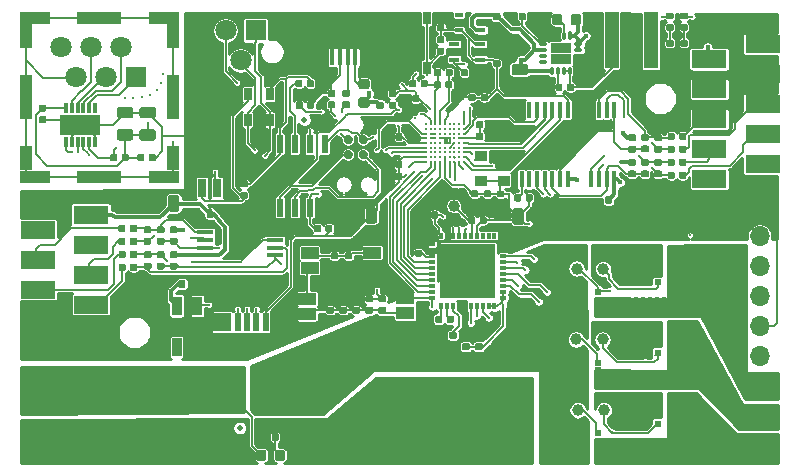
<source format=gbr>
G04 #@! TF.GenerationSoftware,KiCad,Pcbnew,5.1.5-52549c5~84~ubuntu18.04.1*
G04 #@! TF.CreationDate,2020-04-16T17:59:20+02:00*
G04 #@! TF.ProjectId,board,626f6172-642e-46b6-9963-61645f706362,rev?*
G04 #@! TF.SameCoordinates,Original*
G04 #@! TF.FileFunction,Copper,L1,Top*
G04 #@! TF.FilePolarity,Positive*
%FSLAX46Y46*%
G04 Gerber Fmt 4.6, Leading zero omitted, Abs format (unit mm)*
G04 Created by KiCad (PCBNEW 5.1.5-52549c5~84~ubuntu18.04.1) date 2020-04-16 17:59:20*
%MOMM*%
%LPD*%
G04 APERTURE LIST*
%ADD10R,0.700000X0.400000*%
%ADD11C,0.100000*%
%ADD12R,0.450000X1.450000*%
%ADD13R,1.180000X4.700000*%
%ADD14R,1.000000X1.000000*%
%ADD15R,1.650000X1.000000*%
%ADD16R,3.800000X1.000000*%
%ADD17R,1.000000X2.130000*%
%ADD18R,1.000000X3.800000*%
%ADD19R,3.000000X1.500000*%
%ADD20R,1.150000X1.150000*%
%ADD21R,0.500000X0.300000*%
%ADD22R,0.300000X0.500000*%
%ADD23R,0.950000X1.230000*%
%ADD24R,0.630000X0.500000*%
%ADD25R,0.304800X0.812800*%
%ADD26R,3.403600X1.803400*%
%ADD27O,0.300000X0.750000*%
%ADD28O,0.750000X0.300000*%
%ADD29R,0.900000X0.900000*%
%ADD30O,1.700000X1.700000*%
%ADD31R,1.700000X1.700000*%
%ADD32R,3.500000X2.000000*%
%ADD33R,6.000000X2.000000*%
%ADD34R,0.850000X1.600000*%
%ADD35C,1.000000*%
%ADD36R,1.500000X1.600000*%
%ADD37R,0.500000X1.600000*%
%ADD38R,2.400000X3.480000*%
%ADD39R,1.800000X1.800000*%
%ADD40C,1.800000*%
%ADD41R,0.650000X1.060000*%
%ADD42R,1.450000X0.450000*%
%ADD43C,0.500000*%
%ADD44R,0.450000X1.380000*%
%ADD45R,1.475000X2.100000*%
%ADD46R,2.375000X1.900000*%
%ADD47R,1.175000X1.900000*%
%ADD48R,0.600000X1.550000*%
%ADD49R,0.650000X1.050000*%
%ADD50R,0.950000X0.450000*%
%ADD51R,1.000000X0.900000*%
%ADD52R,1.500000X1.000000*%
%ADD53R,0.760000X1.600000*%
%ADD54C,0.200000*%
%ADD55C,0.310000*%
%ADD56C,0.400000*%
%ADD57C,0.254000*%
%ADD58C,0.800000*%
%ADD59C,0.300000*%
%ADD60C,0.152400*%
%ADD61C,0.177800*%
%ADD62C,0.254000*%
G04 APERTURE END LIST*
D10*
X130550000Y-101900000D03*
X130550000Y-100600000D03*
X132450000Y-100600000D03*
X132450000Y-101250000D03*
X132450000Y-101900000D03*
X130550000Y-101900000D03*
X130550000Y-100600000D03*
X132450000Y-100600000D03*
X132450000Y-101250000D03*
X132450000Y-101900000D03*
X130550000Y-101900000D03*
X130550000Y-100600000D03*
X132450000Y-100600000D03*
X132450000Y-101250000D03*
X132450000Y-101900000D03*
G04 #@! TA.AperFunction,SMDPad,CuDef*
D11*
G36*
X122473590Y-110778195D02*
G01*
X122511808Y-110783864D01*
X122549286Y-110793252D01*
X122585663Y-110806268D01*
X122620590Y-110822787D01*
X122653729Y-110842649D01*
X122684762Y-110865665D01*
X122713389Y-110891611D01*
X122739335Y-110920238D01*
X122762351Y-110951271D01*
X122782213Y-110984410D01*
X122798732Y-111019337D01*
X122811748Y-111055714D01*
X122821136Y-111093192D01*
X122826805Y-111131410D01*
X122828701Y-111169999D01*
X122828701Y-111170001D01*
X122826805Y-111208590D01*
X122821136Y-111246808D01*
X122811748Y-111284286D01*
X122798732Y-111320663D01*
X122782213Y-111355590D01*
X122762351Y-111388729D01*
X122739335Y-111419762D01*
X122713389Y-111448389D01*
X122684762Y-111474335D01*
X122653729Y-111497351D01*
X122620590Y-111517213D01*
X122585663Y-111533732D01*
X122549286Y-111546748D01*
X122511808Y-111556136D01*
X122473590Y-111561805D01*
X122435001Y-111563701D01*
X122434999Y-111563701D01*
X122396410Y-111561805D01*
X122358192Y-111556136D01*
X122320714Y-111546748D01*
X122284337Y-111533732D01*
X122249410Y-111517213D01*
X122216271Y-111497351D01*
X122185238Y-111474335D01*
X122156611Y-111448389D01*
X122130665Y-111419762D01*
X122107649Y-111388729D01*
X122087787Y-111355590D01*
X122071268Y-111320663D01*
X122058252Y-111284286D01*
X122048864Y-111246808D01*
X122043195Y-111208590D01*
X122041299Y-111170001D01*
X122041299Y-111169999D01*
X122043195Y-111131410D01*
X122048864Y-111093192D01*
X122058252Y-111055714D01*
X122071268Y-111019337D01*
X122087787Y-110984410D01*
X122107649Y-110951271D01*
X122130665Y-110920238D01*
X122156611Y-110891611D01*
X122185238Y-110865665D01*
X122216271Y-110842649D01*
X122249410Y-110822787D01*
X122284337Y-110806268D01*
X122320714Y-110793252D01*
X122358192Y-110783864D01*
X122396410Y-110778195D01*
X122434999Y-110776299D01*
X122435001Y-110776299D01*
X122473590Y-110778195D01*
G37*
G04 #@! TD.AperFunction*
G04 #@! TA.AperFunction,SMDPad,CuDef*
G36*
X122473590Y-112048195D02*
G01*
X122511808Y-112053864D01*
X122549286Y-112063252D01*
X122585663Y-112076268D01*
X122620590Y-112092787D01*
X122653729Y-112112649D01*
X122684762Y-112135665D01*
X122713389Y-112161611D01*
X122739335Y-112190238D01*
X122762351Y-112221271D01*
X122782213Y-112254410D01*
X122798732Y-112289337D01*
X122811748Y-112325714D01*
X122821136Y-112363192D01*
X122826805Y-112401410D01*
X122828701Y-112439999D01*
X122828701Y-112440001D01*
X122826805Y-112478590D01*
X122821136Y-112516808D01*
X122811748Y-112554286D01*
X122798732Y-112590663D01*
X122782213Y-112625590D01*
X122762351Y-112658729D01*
X122739335Y-112689762D01*
X122713389Y-112718389D01*
X122684762Y-112744335D01*
X122653729Y-112767351D01*
X122620590Y-112787213D01*
X122585663Y-112803732D01*
X122549286Y-112816748D01*
X122511808Y-112826136D01*
X122473590Y-112831805D01*
X122435001Y-112833701D01*
X122434999Y-112833701D01*
X122396410Y-112831805D01*
X122358192Y-112826136D01*
X122320714Y-112816748D01*
X122284337Y-112803732D01*
X122249410Y-112787213D01*
X122216271Y-112767351D01*
X122185238Y-112744335D01*
X122156611Y-112718389D01*
X122130665Y-112689762D01*
X122107649Y-112658729D01*
X122087787Y-112625590D01*
X122071268Y-112590663D01*
X122058252Y-112554286D01*
X122048864Y-112516808D01*
X122043195Y-112478590D01*
X122041299Y-112440001D01*
X122041299Y-112439999D01*
X122043195Y-112401410D01*
X122048864Y-112363192D01*
X122058252Y-112325714D01*
X122071268Y-112289337D01*
X122087787Y-112254410D01*
X122107649Y-112221271D01*
X122130665Y-112190238D01*
X122156611Y-112161611D01*
X122185238Y-112135665D01*
X122216271Y-112112649D01*
X122249410Y-112092787D01*
X122284337Y-112076268D01*
X122320714Y-112063252D01*
X122358192Y-112053864D01*
X122396410Y-112048195D01*
X122434999Y-112046299D01*
X122435001Y-112046299D01*
X122473590Y-112048195D01*
G37*
G04 #@! TD.AperFunction*
G04 #@! TA.AperFunction,SMDPad,CuDef*
G36*
X122473590Y-113318195D02*
G01*
X122511808Y-113323864D01*
X122549286Y-113333252D01*
X122585663Y-113346268D01*
X122620590Y-113362787D01*
X122653729Y-113382649D01*
X122684762Y-113405665D01*
X122713389Y-113431611D01*
X122739335Y-113460238D01*
X122762351Y-113491271D01*
X122782213Y-113524410D01*
X122798732Y-113559337D01*
X122811748Y-113595714D01*
X122821136Y-113633192D01*
X122826805Y-113671410D01*
X122828701Y-113709999D01*
X122828701Y-113710001D01*
X122826805Y-113748590D01*
X122821136Y-113786808D01*
X122811748Y-113824286D01*
X122798732Y-113860663D01*
X122782213Y-113895590D01*
X122762351Y-113928729D01*
X122739335Y-113959762D01*
X122713389Y-113988389D01*
X122684762Y-114014335D01*
X122653729Y-114037351D01*
X122620590Y-114057213D01*
X122585663Y-114073732D01*
X122549286Y-114086748D01*
X122511808Y-114096136D01*
X122473590Y-114101805D01*
X122435001Y-114103701D01*
X122434999Y-114103701D01*
X122396410Y-114101805D01*
X122358192Y-114096136D01*
X122320714Y-114086748D01*
X122284337Y-114073732D01*
X122249410Y-114057213D01*
X122216271Y-114037351D01*
X122185238Y-114014335D01*
X122156611Y-113988389D01*
X122130665Y-113959762D01*
X122107649Y-113928729D01*
X122087787Y-113895590D01*
X122071268Y-113860663D01*
X122058252Y-113824286D01*
X122048864Y-113786808D01*
X122043195Y-113748590D01*
X122041299Y-113710001D01*
X122041299Y-113709999D01*
X122043195Y-113671410D01*
X122048864Y-113633192D01*
X122058252Y-113595714D01*
X122071268Y-113559337D01*
X122087787Y-113524410D01*
X122107649Y-113491271D01*
X122130665Y-113460238D01*
X122156611Y-113431611D01*
X122185238Y-113405665D01*
X122216271Y-113382649D01*
X122249410Y-113362787D01*
X122284337Y-113346268D01*
X122320714Y-113333252D01*
X122358192Y-113323864D01*
X122396410Y-113318195D01*
X122434999Y-113316299D01*
X122435001Y-113316299D01*
X122473590Y-113318195D01*
G37*
G04 #@! TD.AperFunction*
G04 #@! TA.AperFunction,SMDPad,CuDef*
G36*
X121203590Y-113318195D02*
G01*
X121241808Y-113323864D01*
X121279286Y-113333252D01*
X121315663Y-113346268D01*
X121350590Y-113362787D01*
X121383729Y-113382649D01*
X121414762Y-113405665D01*
X121443389Y-113431611D01*
X121469335Y-113460238D01*
X121492351Y-113491271D01*
X121512213Y-113524410D01*
X121528732Y-113559337D01*
X121541748Y-113595714D01*
X121551136Y-113633192D01*
X121556805Y-113671410D01*
X121558701Y-113709999D01*
X121558701Y-113710001D01*
X121556805Y-113748590D01*
X121551136Y-113786808D01*
X121541748Y-113824286D01*
X121528732Y-113860663D01*
X121512213Y-113895590D01*
X121492351Y-113928729D01*
X121469335Y-113959762D01*
X121443389Y-113988389D01*
X121414762Y-114014335D01*
X121383729Y-114037351D01*
X121350590Y-114057213D01*
X121315663Y-114073732D01*
X121279286Y-114086748D01*
X121241808Y-114096136D01*
X121203590Y-114101805D01*
X121165001Y-114103701D01*
X121164999Y-114103701D01*
X121126410Y-114101805D01*
X121088192Y-114096136D01*
X121050714Y-114086748D01*
X121014337Y-114073732D01*
X120979410Y-114057213D01*
X120946271Y-114037351D01*
X120915238Y-114014335D01*
X120886611Y-113988389D01*
X120860665Y-113959762D01*
X120837649Y-113928729D01*
X120817787Y-113895590D01*
X120801268Y-113860663D01*
X120788252Y-113824286D01*
X120778864Y-113786808D01*
X120773195Y-113748590D01*
X120771299Y-113710001D01*
X120771299Y-113709999D01*
X120773195Y-113671410D01*
X120778864Y-113633192D01*
X120788252Y-113595714D01*
X120801268Y-113559337D01*
X120817787Y-113524410D01*
X120837649Y-113491271D01*
X120860665Y-113460238D01*
X120886611Y-113431611D01*
X120915238Y-113405665D01*
X120946271Y-113382649D01*
X120979410Y-113362787D01*
X121014337Y-113346268D01*
X121050714Y-113333252D01*
X121088192Y-113323864D01*
X121126410Y-113318195D01*
X121164999Y-113316299D01*
X121165001Y-113316299D01*
X121203590Y-113318195D01*
G37*
G04 #@! TD.AperFunction*
G04 #@! TA.AperFunction,SMDPad,CuDef*
G36*
X121203590Y-112048195D02*
G01*
X121241808Y-112053864D01*
X121279286Y-112063252D01*
X121315663Y-112076268D01*
X121350590Y-112092787D01*
X121383729Y-112112649D01*
X121414762Y-112135665D01*
X121443389Y-112161611D01*
X121469335Y-112190238D01*
X121492351Y-112221271D01*
X121512213Y-112254410D01*
X121528732Y-112289337D01*
X121541748Y-112325714D01*
X121551136Y-112363192D01*
X121556805Y-112401410D01*
X121558701Y-112439999D01*
X121558701Y-112440001D01*
X121556805Y-112478590D01*
X121551136Y-112516808D01*
X121541748Y-112554286D01*
X121528732Y-112590663D01*
X121512213Y-112625590D01*
X121492351Y-112658729D01*
X121469335Y-112689762D01*
X121443389Y-112718389D01*
X121414762Y-112744335D01*
X121383729Y-112767351D01*
X121350590Y-112787213D01*
X121315663Y-112803732D01*
X121279286Y-112816748D01*
X121241808Y-112826136D01*
X121203590Y-112831805D01*
X121165001Y-112833701D01*
X121164999Y-112833701D01*
X121126410Y-112831805D01*
X121088192Y-112826136D01*
X121050714Y-112816748D01*
X121014337Y-112803732D01*
X120979410Y-112787213D01*
X120946271Y-112767351D01*
X120915238Y-112744335D01*
X120886611Y-112718389D01*
X120860665Y-112689762D01*
X120837649Y-112658729D01*
X120817787Y-112625590D01*
X120801268Y-112590663D01*
X120788252Y-112554286D01*
X120778864Y-112516808D01*
X120773195Y-112478590D01*
X120771299Y-112440001D01*
X120771299Y-112439999D01*
X120773195Y-112401410D01*
X120778864Y-112363192D01*
X120788252Y-112325714D01*
X120801268Y-112289337D01*
X120817787Y-112254410D01*
X120837649Y-112221271D01*
X120860665Y-112190238D01*
X120886611Y-112161611D01*
X120915238Y-112135665D01*
X120946271Y-112112649D01*
X120979410Y-112092787D01*
X121014337Y-112076268D01*
X121050714Y-112063252D01*
X121088192Y-112053864D01*
X121126410Y-112048195D01*
X121164999Y-112046299D01*
X121165001Y-112046299D01*
X121203590Y-112048195D01*
G37*
G04 #@! TD.AperFunction*
G04 #@! TA.AperFunction,SMDPad,CuDef*
G36*
X121203590Y-110778195D02*
G01*
X121241808Y-110783864D01*
X121279286Y-110793252D01*
X121315663Y-110806268D01*
X121350590Y-110822787D01*
X121383729Y-110842649D01*
X121414762Y-110865665D01*
X121443389Y-110891611D01*
X121469335Y-110920238D01*
X121492351Y-110951271D01*
X121512213Y-110984410D01*
X121528732Y-111019337D01*
X121541748Y-111055714D01*
X121551136Y-111093192D01*
X121556805Y-111131410D01*
X121558701Y-111169999D01*
X121558701Y-111170001D01*
X121556805Y-111208590D01*
X121551136Y-111246808D01*
X121541748Y-111284286D01*
X121528732Y-111320663D01*
X121512213Y-111355590D01*
X121492351Y-111388729D01*
X121469335Y-111419762D01*
X121443389Y-111448389D01*
X121414762Y-111474335D01*
X121383729Y-111497351D01*
X121350590Y-111517213D01*
X121315663Y-111533732D01*
X121279286Y-111546748D01*
X121241808Y-111556136D01*
X121203590Y-111561805D01*
X121165001Y-111563701D01*
X121164999Y-111563701D01*
X121126410Y-111561805D01*
X121088192Y-111556136D01*
X121050714Y-111546748D01*
X121014337Y-111533732D01*
X120979410Y-111517213D01*
X120946271Y-111497351D01*
X120915238Y-111474335D01*
X120886611Y-111448389D01*
X120860665Y-111419762D01*
X120837649Y-111388729D01*
X120817787Y-111355590D01*
X120801268Y-111320663D01*
X120788252Y-111284286D01*
X120778864Y-111246808D01*
X120773195Y-111208590D01*
X120771299Y-111170001D01*
X120771299Y-111169999D01*
X120773195Y-111131410D01*
X120778864Y-111093192D01*
X120788252Y-111055714D01*
X120801268Y-111019337D01*
X120817787Y-110984410D01*
X120837649Y-110951271D01*
X120860665Y-110920238D01*
X120886611Y-110891611D01*
X120915238Y-110865665D01*
X120946271Y-110842649D01*
X120979410Y-110822787D01*
X121014337Y-110806268D01*
X121050714Y-110793252D01*
X121088192Y-110783864D01*
X121126410Y-110778195D01*
X121164999Y-110776299D01*
X121165001Y-110776299D01*
X121203590Y-110778195D01*
G37*
G04 #@! TD.AperFunction*
G04 #@! TA.AperFunction,SMDPad,CuDef*
G36*
X102767142Y-108416174D02*
G01*
X102790803Y-108419684D01*
X102814007Y-108425496D01*
X102836529Y-108433554D01*
X102858153Y-108443782D01*
X102878670Y-108456079D01*
X102897883Y-108470329D01*
X102915607Y-108486393D01*
X102931671Y-108504117D01*
X102945921Y-108523330D01*
X102958218Y-108543847D01*
X102968446Y-108565471D01*
X102976504Y-108587993D01*
X102982316Y-108611197D01*
X102985826Y-108634858D01*
X102987000Y-108658750D01*
X102987000Y-109146250D01*
X102985826Y-109170142D01*
X102982316Y-109193803D01*
X102976504Y-109217007D01*
X102968446Y-109239529D01*
X102958218Y-109261153D01*
X102945921Y-109281670D01*
X102931671Y-109300883D01*
X102915607Y-109318607D01*
X102897883Y-109334671D01*
X102878670Y-109348921D01*
X102858153Y-109361218D01*
X102836529Y-109371446D01*
X102814007Y-109379504D01*
X102790803Y-109385316D01*
X102767142Y-109388826D01*
X102743250Y-109390000D01*
X101830750Y-109390000D01*
X101806858Y-109388826D01*
X101783197Y-109385316D01*
X101759993Y-109379504D01*
X101737471Y-109371446D01*
X101715847Y-109361218D01*
X101695330Y-109348921D01*
X101676117Y-109334671D01*
X101658393Y-109318607D01*
X101642329Y-109300883D01*
X101628079Y-109281670D01*
X101615782Y-109261153D01*
X101605554Y-109239529D01*
X101597496Y-109217007D01*
X101591684Y-109193803D01*
X101588174Y-109170142D01*
X101587000Y-109146250D01*
X101587000Y-108658750D01*
X101588174Y-108634858D01*
X101591684Y-108611197D01*
X101597496Y-108587993D01*
X101605554Y-108565471D01*
X101615782Y-108543847D01*
X101628079Y-108523330D01*
X101642329Y-108504117D01*
X101658393Y-108486393D01*
X101676117Y-108470329D01*
X101695330Y-108456079D01*
X101715847Y-108443782D01*
X101737471Y-108433554D01*
X101759993Y-108425496D01*
X101783197Y-108419684D01*
X101806858Y-108416174D01*
X101830750Y-108415000D01*
X102743250Y-108415000D01*
X102767142Y-108416174D01*
G37*
G04 #@! TD.AperFunction*
G04 #@! TA.AperFunction,SMDPad,CuDef*
G36*
X102767142Y-110291174D02*
G01*
X102790803Y-110294684D01*
X102814007Y-110300496D01*
X102836529Y-110308554D01*
X102858153Y-110318782D01*
X102878670Y-110331079D01*
X102897883Y-110345329D01*
X102915607Y-110361393D01*
X102931671Y-110379117D01*
X102945921Y-110398330D01*
X102958218Y-110418847D01*
X102968446Y-110440471D01*
X102976504Y-110462993D01*
X102982316Y-110486197D01*
X102985826Y-110509858D01*
X102987000Y-110533750D01*
X102987000Y-111021250D01*
X102985826Y-111045142D01*
X102982316Y-111068803D01*
X102976504Y-111092007D01*
X102968446Y-111114529D01*
X102958218Y-111136153D01*
X102945921Y-111156670D01*
X102931671Y-111175883D01*
X102915607Y-111193607D01*
X102897883Y-111209671D01*
X102878670Y-111223921D01*
X102858153Y-111236218D01*
X102836529Y-111246446D01*
X102814007Y-111254504D01*
X102790803Y-111260316D01*
X102767142Y-111263826D01*
X102743250Y-111265000D01*
X101830750Y-111265000D01*
X101806858Y-111263826D01*
X101783197Y-111260316D01*
X101759993Y-111254504D01*
X101737471Y-111246446D01*
X101715847Y-111236218D01*
X101695330Y-111223921D01*
X101676117Y-111209671D01*
X101658393Y-111193607D01*
X101642329Y-111175883D01*
X101628079Y-111156670D01*
X101615782Y-111136153D01*
X101605554Y-111114529D01*
X101597496Y-111092007D01*
X101591684Y-111068803D01*
X101588174Y-111045142D01*
X101587000Y-111021250D01*
X101587000Y-110533750D01*
X101588174Y-110509858D01*
X101591684Y-110486197D01*
X101597496Y-110462993D01*
X101605554Y-110440471D01*
X101615782Y-110418847D01*
X101628079Y-110398330D01*
X101642329Y-110379117D01*
X101658393Y-110361393D01*
X101676117Y-110345329D01*
X101695330Y-110331079D01*
X101715847Y-110318782D01*
X101737471Y-110308554D01*
X101759993Y-110300496D01*
X101783197Y-110294684D01*
X101806858Y-110291174D01*
X101830750Y-110290000D01*
X102743250Y-110290000D01*
X102767142Y-110291174D01*
G37*
G04 #@! TD.AperFunction*
D12*
X139750000Y-108650000D03*
X139100000Y-108650000D03*
X138450000Y-108650000D03*
X137800000Y-108650000D03*
X137150000Y-108650000D03*
X136500000Y-108650000D03*
X135850000Y-108650000D03*
X135850000Y-114550000D03*
X136500000Y-114550000D03*
X137150000Y-114550000D03*
X137800000Y-114550000D03*
X138450000Y-114550000D03*
X139100000Y-114550000D03*
X139750000Y-114550000D03*
D13*
X146805000Y-102770000D03*
X143495000Y-102770000D03*
D14*
X93850000Y-100870000D03*
X106350000Y-100870000D03*
X106350000Y-114330000D03*
X93850000Y-114330000D03*
D15*
X95175000Y-100870000D03*
X95175000Y-114330000D03*
D16*
X100100000Y-100870000D03*
X100100000Y-114330000D03*
D15*
X105025000Y-100870000D03*
X105025000Y-114330000D03*
D17*
X93850000Y-102435000D03*
X106350000Y-102435000D03*
D18*
X93850000Y-107600000D03*
X106350000Y-107600000D03*
D17*
X93850000Y-112765000D03*
X106350000Y-112765000D03*
D19*
X99380000Y-117525000D03*
X99380000Y-120065000D03*
X99380000Y-122605000D03*
X99380000Y-125145000D03*
X94880000Y-118795000D03*
X94880000Y-121335000D03*
X94880000Y-123875000D03*
X94880000Y-126415000D03*
G04 #@! TA.AperFunction,SMDPad,CuDef*
D11*
G36*
X104672142Y-108416174D02*
G01*
X104695803Y-108419684D01*
X104719007Y-108425496D01*
X104741529Y-108433554D01*
X104763153Y-108443782D01*
X104783670Y-108456079D01*
X104802883Y-108470329D01*
X104820607Y-108486393D01*
X104836671Y-108504117D01*
X104850921Y-108523330D01*
X104863218Y-108543847D01*
X104873446Y-108565471D01*
X104881504Y-108587993D01*
X104887316Y-108611197D01*
X104890826Y-108634858D01*
X104892000Y-108658750D01*
X104892000Y-109146250D01*
X104890826Y-109170142D01*
X104887316Y-109193803D01*
X104881504Y-109217007D01*
X104873446Y-109239529D01*
X104863218Y-109261153D01*
X104850921Y-109281670D01*
X104836671Y-109300883D01*
X104820607Y-109318607D01*
X104802883Y-109334671D01*
X104783670Y-109348921D01*
X104763153Y-109361218D01*
X104741529Y-109371446D01*
X104719007Y-109379504D01*
X104695803Y-109385316D01*
X104672142Y-109388826D01*
X104648250Y-109390000D01*
X103735750Y-109390000D01*
X103711858Y-109388826D01*
X103688197Y-109385316D01*
X103664993Y-109379504D01*
X103642471Y-109371446D01*
X103620847Y-109361218D01*
X103600330Y-109348921D01*
X103581117Y-109334671D01*
X103563393Y-109318607D01*
X103547329Y-109300883D01*
X103533079Y-109281670D01*
X103520782Y-109261153D01*
X103510554Y-109239529D01*
X103502496Y-109217007D01*
X103496684Y-109193803D01*
X103493174Y-109170142D01*
X103492000Y-109146250D01*
X103492000Y-108658750D01*
X103493174Y-108634858D01*
X103496684Y-108611197D01*
X103502496Y-108587993D01*
X103510554Y-108565471D01*
X103520782Y-108543847D01*
X103533079Y-108523330D01*
X103547329Y-108504117D01*
X103563393Y-108486393D01*
X103581117Y-108470329D01*
X103600330Y-108456079D01*
X103620847Y-108443782D01*
X103642471Y-108433554D01*
X103664993Y-108425496D01*
X103688197Y-108419684D01*
X103711858Y-108416174D01*
X103735750Y-108415000D01*
X104648250Y-108415000D01*
X104672142Y-108416174D01*
G37*
G04 #@! TD.AperFunction*
G04 #@! TA.AperFunction,SMDPad,CuDef*
G36*
X104672142Y-110291174D02*
G01*
X104695803Y-110294684D01*
X104719007Y-110300496D01*
X104741529Y-110308554D01*
X104763153Y-110318782D01*
X104783670Y-110331079D01*
X104802883Y-110345329D01*
X104820607Y-110361393D01*
X104836671Y-110379117D01*
X104850921Y-110398330D01*
X104863218Y-110418847D01*
X104873446Y-110440471D01*
X104881504Y-110462993D01*
X104887316Y-110486197D01*
X104890826Y-110509858D01*
X104892000Y-110533750D01*
X104892000Y-111021250D01*
X104890826Y-111045142D01*
X104887316Y-111068803D01*
X104881504Y-111092007D01*
X104873446Y-111114529D01*
X104863218Y-111136153D01*
X104850921Y-111156670D01*
X104836671Y-111175883D01*
X104820607Y-111193607D01*
X104802883Y-111209671D01*
X104783670Y-111223921D01*
X104763153Y-111236218D01*
X104741529Y-111246446D01*
X104719007Y-111254504D01*
X104695803Y-111260316D01*
X104672142Y-111263826D01*
X104648250Y-111265000D01*
X103735750Y-111265000D01*
X103711858Y-111263826D01*
X103688197Y-111260316D01*
X103664993Y-111254504D01*
X103642471Y-111246446D01*
X103620847Y-111236218D01*
X103600330Y-111223921D01*
X103581117Y-111209671D01*
X103563393Y-111193607D01*
X103547329Y-111175883D01*
X103533079Y-111156670D01*
X103520782Y-111136153D01*
X103510554Y-111114529D01*
X103502496Y-111092007D01*
X103496684Y-111068803D01*
X103493174Y-111045142D01*
X103492000Y-111021250D01*
X103492000Y-110533750D01*
X103493174Y-110509858D01*
X103496684Y-110486197D01*
X103502496Y-110462993D01*
X103510554Y-110440471D01*
X103520782Y-110418847D01*
X103533079Y-110398330D01*
X103547329Y-110379117D01*
X103563393Y-110361393D01*
X103581117Y-110345329D01*
X103600330Y-110331079D01*
X103620847Y-110318782D01*
X103642471Y-110308554D01*
X103664993Y-110300496D01*
X103688197Y-110294684D01*
X103711858Y-110291174D01*
X103735750Y-110290000D01*
X104648250Y-110290000D01*
X104672142Y-110291174D01*
G37*
G04 #@! TD.AperFunction*
G04 #@! TA.AperFunction,SMDPad,CuDef*
G36*
X137705142Y-117001174D02*
G01*
X137728803Y-117004684D01*
X137752007Y-117010496D01*
X137774529Y-117018554D01*
X137796153Y-117028782D01*
X137816670Y-117041079D01*
X137835883Y-117055329D01*
X137853607Y-117071393D01*
X137869671Y-117089117D01*
X137883921Y-117108330D01*
X137896218Y-117128847D01*
X137906446Y-117150471D01*
X137914504Y-117172993D01*
X137920316Y-117196197D01*
X137923826Y-117219858D01*
X137925000Y-117243750D01*
X137925000Y-118156250D01*
X137923826Y-118180142D01*
X137920316Y-118203803D01*
X137914504Y-118227007D01*
X137906446Y-118249529D01*
X137896218Y-118271153D01*
X137883921Y-118291670D01*
X137869671Y-118310883D01*
X137853607Y-118328607D01*
X137835883Y-118344671D01*
X137816670Y-118358921D01*
X137796153Y-118371218D01*
X137774529Y-118381446D01*
X137752007Y-118389504D01*
X137728803Y-118395316D01*
X137705142Y-118398826D01*
X137681250Y-118400000D01*
X137193750Y-118400000D01*
X137169858Y-118398826D01*
X137146197Y-118395316D01*
X137122993Y-118389504D01*
X137100471Y-118381446D01*
X137078847Y-118371218D01*
X137058330Y-118358921D01*
X137039117Y-118344671D01*
X137021393Y-118328607D01*
X137005329Y-118310883D01*
X136991079Y-118291670D01*
X136978782Y-118271153D01*
X136968554Y-118249529D01*
X136960496Y-118227007D01*
X136954684Y-118203803D01*
X136951174Y-118180142D01*
X136950000Y-118156250D01*
X136950000Y-117243750D01*
X136951174Y-117219858D01*
X136954684Y-117196197D01*
X136960496Y-117172993D01*
X136968554Y-117150471D01*
X136978782Y-117128847D01*
X136991079Y-117108330D01*
X137005329Y-117089117D01*
X137021393Y-117071393D01*
X137039117Y-117055329D01*
X137058330Y-117041079D01*
X137078847Y-117028782D01*
X137100471Y-117018554D01*
X137122993Y-117010496D01*
X137146197Y-117004684D01*
X137169858Y-117001174D01*
X137193750Y-117000000D01*
X137681250Y-117000000D01*
X137705142Y-117001174D01*
G37*
G04 #@! TD.AperFunction*
G04 #@! TA.AperFunction,SMDPad,CuDef*
G36*
X135830142Y-117001174D02*
G01*
X135853803Y-117004684D01*
X135877007Y-117010496D01*
X135899529Y-117018554D01*
X135921153Y-117028782D01*
X135941670Y-117041079D01*
X135960883Y-117055329D01*
X135978607Y-117071393D01*
X135994671Y-117089117D01*
X136008921Y-117108330D01*
X136021218Y-117128847D01*
X136031446Y-117150471D01*
X136039504Y-117172993D01*
X136045316Y-117196197D01*
X136048826Y-117219858D01*
X136050000Y-117243750D01*
X136050000Y-118156250D01*
X136048826Y-118180142D01*
X136045316Y-118203803D01*
X136039504Y-118227007D01*
X136031446Y-118249529D01*
X136021218Y-118271153D01*
X136008921Y-118291670D01*
X135994671Y-118310883D01*
X135978607Y-118328607D01*
X135960883Y-118344671D01*
X135941670Y-118358921D01*
X135921153Y-118371218D01*
X135899529Y-118381446D01*
X135877007Y-118389504D01*
X135853803Y-118395316D01*
X135830142Y-118398826D01*
X135806250Y-118400000D01*
X135318750Y-118400000D01*
X135294858Y-118398826D01*
X135271197Y-118395316D01*
X135247993Y-118389504D01*
X135225471Y-118381446D01*
X135203847Y-118371218D01*
X135183330Y-118358921D01*
X135164117Y-118344671D01*
X135146393Y-118328607D01*
X135130329Y-118310883D01*
X135116079Y-118291670D01*
X135103782Y-118271153D01*
X135093554Y-118249529D01*
X135085496Y-118227007D01*
X135079684Y-118203803D01*
X135076174Y-118180142D01*
X135075000Y-118156250D01*
X135075000Y-117243750D01*
X135076174Y-117219858D01*
X135079684Y-117196197D01*
X135085496Y-117172993D01*
X135093554Y-117150471D01*
X135103782Y-117128847D01*
X135116079Y-117108330D01*
X135130329Y-117089117D01*
X135146393Y-117071393D01*
X135164117Y-117055329D01*
X135183330Y-117041079D01*
X135203847Y-117028782D01*
X135225471Y-117018554D01*
X135247993Y-117010496D01*
X135271197Y-117004684D01*
X135294858Y-117001174D01*
X135318750Y-117000000D01*
X135806250Y-117000000D01*
X135830142Y-117001174D01*
G37*
G04 #@! TD.AperFunction*
D20*
X129575000Y-124025000D03*
X130725000Y-124025000D03*
X131875000Y-124025000D03*
X133025000Y-124025000D03*
X129575000Y-122875000D03*
X130725000Y-122875000D03*
X131875000Y-122875000D03*
X133025000Y-122875000D03*
X129575000Y-121725000D03*
X130725000Y-121725000D03*
X131875000Y-121725000D03*
X133025000Y-121725000D03*
X129575000Y-120575000D03*
X130725000Y-120575000D03*
X131875000Y-120575000D03*
X133025000Y-120575000D03*
D21*
X128300000Y-124550000D03*
X128300000Y-124050000D03*
X128300000Y-123550000D03*
X128300000Y-123050000D03*
X128300000Y-122550000D03*
X128300000Y-122050000D03*
X128300000Y-121550000D03*
X128300000Y-121050000D03*
X128300000Y-120550000D03*
X128300000Y-120050000D03*
D22*
X129050000Y-119300000D03*
X129550000Y-119300000D03*
X130050000Y-119300000D03*
X130550000Y-119300000D03*
X131050000Y-119300000D03*
X131550000Y-119300000D03*
X132050000Y-119300000D03*
X132550000Y-119300000D03*
X133050000Y-119300000D03*
X133550000Y-119300000D03*
D21*
X134300000Y-120050000D03*
X134300000Y-120550000D03*
X134300000Y-121050000D03*
X134300000Y-121550000D03*
X134300000Y-122050000D03*
X134300000Y-122550000D03*
X134300000Y-123050000D03*
X134300000Y-123550000D03*
X134300000Y-124050000D03*
X134300000Y-124550000D03*
D22*
X133550000Y-125300000D03*
X133050000Y-125300000D03*
X132550000Y-125300000D03*
X132050000Y-125300000D03*
X131550000Y-125300000D03*
X131050000Y-125300000D03*
X130550000Y-125300000D03*
X130050000Y-125300000D03*
X129550000Y-125300000D03*
X129050000Y-125300000D03*
G04 #@! TA.AperFunction,SMDPad,CuDef*
D11*
G36*
X121530142Y-116901174D02*
G01*
X121553803Y-116904684D01*
X121577007Y-116910496D01*
X121599529Y-116918554D01*
X121621153Y-116928782D01*
X121641670Y-116941079D01*
X121660883Y-116955329D01*
X121678607Y-116971393D01*
X121694671Y-116989117D01*
X121708921Y-117008330D01*
X121721218Y-117028847D01*
X121731446Y-117050471D01*
X121739504Y-117072993D01*
X121745316Y-117096197D01*
X121748826Y-117119858D01*
X121750000Y-117143750D01*
X121750000Y-118056250D01*
X121748826Y-118080142D01*
X121745316Y-118103803D01*
X121739504Y-118127007D01*
X121731446Y-118149529D01*
X121721218Y-118171153D01*
X121708921Y-118191670D01*
X121694671Y-118210883D01*
X121678607Y-118228607D01*
X121660883Y-118244671D01*
X121641670Y-118258921D01*
X121621153Y-118271218D01*
X121599529Y-118281446D01*
X121577007Y-118289504D01*
X121553803Y-118295316D01*
X121530142Y-118298826D01*
X121506250Y-118300000D01*
X121018750Y-118300000D01*
X120994858Y-118298826D01*
X120971197Y-118295316D01*
X120947993Y-118289504D01*
X120925471Y-118281446D01*
X120903847Y-118271218D01*
X120883330Y-118258921D01*
X120864117Y-118244671D01*
X120846393Y-118228607D01*
X120830329Y-118210883D01*
X120816079Y-118191670D01*
X120803782Y-118171153D01*
X120793554Y-118149529D01*
X120785496Y-118127007D01*
X120779684Y-118103803D01*
X120776174Y-118080142D01*
X120775000Y-118056250D01*
X120775000Y-117143750D01*
X120776174Y-117119858D01*
X120779684Y-117096197D01*
X120785496Y-117072993D01*
X120793554Y-117050471D01*
X120803782Y-117028847D01*
X120816079Y-117008330D01*
X120830329Y-116989117D01*
X120846393Y-116971393D01*
X120864117Y-116955329D01*
X120883330Y-116941079D01*
X120903847Y-116928782D01*
X120925471Y-116918554D01*
X120947993Y-116910496D01*
X120971197Y-116904684D01*
X120994858Y-116901174D01*
X121018750Y-116900000D01*
X121506250Y-116900000D01*
X121530142Y-116901174D01*
G37*
G04 #@! TD.AperFunction*
G04 #@! TA.AperFunction,SMDPad,CuDef*
G36*
X123405142Y-116901174D02*
G01*
X123428803Y-116904684D01*
X123452007Y-116910496D01*
X123474529Y-116918554D01*
X123496153Y-116928782D01*
X123516670Y-116941079D01*
X123535883Y-116955329D01*
X123553607Y-116971393D01*
X123569671Y-116989117D01*
X123583921Y-117008330D01*
X123596218Y-117028847D01*
X123606446Y-117050471D01*
X123614504Y-117072993D01*
X123620316Y-117096197D01*
X123623826Y-117119858D01*
X123625000Y-117143750D01*
X123625000Y-118056250D01*
X123623826Y-118080142D01*
X123620316Y-118103803D01*
X123614504Y-118127007D01*
X123606446Y-118149529D01*
X123596218Y-118171153D01*
X123583921Y-118191670D01*
X123569671Y-118210883D01*
X123553607Y-118228607D01*
X123535883Y-118244671D01*
X123516670Y-118258921D01*
X123496153Y-118271218D01*
X123474529Y-118281446D01*
X123452007Y-118289504D01*
X123428803Y-118295316D01*
X123405142Y-118298826D01*
X123381250Y-118300000D01*
X122893750Y-118300000D01*
X122869858Y-118298826D01*
X122846197Y-118295316D01*
X122822993Y-118289504D01*
X122800471Y-118281446D01*
X122778847Y-118271218D01*
X122758330Y-118258921D01*
X122739117Y-118244671D01*
X122721393Y-118228607D01*
X122705329Y-118210883D01*
X122691079Y-118191670D01*
X122678782Y-118171153D01*
X122668554Y-118149529D01*
X122660496Y-118127007D01*
X122654684Y-118103803D01*
X122651174Y-118080142D01*
X122650000Y-118056250D01*
X122650000Y-117143750D01*
X122651174Y-117119858D01*
X122654684Y-117096197D01*
X122660496Y-117072993D01*
X122668554Y-117050471D01*
X122678782Y-117028847D01*
X122691079Y-117008330D01*
X122705329Y-116989117D01*
X122721393Y-116971393D01*
X122739117Y-116955329D01*
X122758330Y-116941079D01*
X122778847Y-116928782D01*
X122800471Y-116918554D01*
X122822993Y-116910496D01*
X122846197Y-116904684D01*
X122869858Y-116901174D01*
X122893750Y-116900000D01*
X123381250Y-116900000D01*
X123405142Y-116901174D01*
G37*
G04 #@! TD.AperFunction*
D12*
X143695000Y-108640000D03*
X143045000Y-108640000D03*
X142395000Y-108640000D03*
X141745000Y-108640000D03*
X141745000Y-114540000D03*
X142395000Y-114540000D03*
X143045000Y-114540000D03*
X143695000Y-114540000D03*
D23*
X140940000Y-131660000D03*
X140940000Y-130440000D03*
X139990000Y-131660000D03*
X139990000Y-130440000D03*
D24*
X139410000Y-132020000D03*
X139410000Y-131380000D03*
X139410000Y-130720000D03*
X139410000Y-130080000D03*
X142290000Y-130080000D03*
X142290000Y-130720000D03*
X142290000Y-131380000D03*
X142290000Y-132020000D03*
D25*
X97250000Y-111417800D03*
X97750000Y-111417800D03*
X98250000Y-111417800D03*
X98750000Y-111417800D03*
X99250000Y-111417800D03*
X99750000Y-111417800D03*
X99750000Y-108522200D03*
X99250000Y-108522200D03*
X98750000Y-108522200D03*
X98250000Y-108522200D03*
X97750000Y-108522200D03*
X97250000Y-108522200D03*
D26*
X98500000Y-109970000D03*
G04 #@! TA.AperFunction,SMDPad,CuDef*
D11*
G36*
X120186958Y-120720710D02*
G01*
X120201276Y-120722834D01*
X120215317Y-120726351D01*
X120228946Y-120731228D01*
X120242031Y-120737417D01*
X120254447Y-120744858D01*
X120266073Y-120753481D01*
X120276798Y-120763202D01*
X120286519Y-120773927D01*
X120295142Y-120785553D01*
X120302583Y-120797969D01*
X120308772Y-120811054D01*
X120313649Y-120824683D01*
X120317166Y-120838724D01*
X120319290Y-120853042D01*
X120320000Y-120867500D01*
X120320000Y-121162500D01*
X120319290Y-121176958D01*
X120317166Y-121191276D01*
X120313649Y-121205317D01*
X120308772Y-121218946D01*
X120302583Y-121232031D01*
X120295142Y-121244447D01*
X120286519Y-121256073D01*
X120276798Y-121266798D01*
X120266073Y-121276519D01*
X120254447Y-121285142D01*
X120242031Y-121292583D01*
X120228946Y-121298772D01*
X120215317Y-121303649D01*
X120201276Y-121307166D01*
X120186958Y-121309290D01*
X120172500Y-121310000D01*
X119827500Y-121310000D01*
X119813042Y-121309290D01*
X119798724Y-121307166D01*
X119784683Y-121303649D01*
X119771054Y-121298772D01*
X119757969Y-121292583D01*
X119745553Y-121285142D01*
X119733927Y-121276519D01*
X119723202Y-121266798D01*
X119713481Y-121256073D01*
X119704858Y-121244447D01*
X119697417Y-121232031D01*
X119691228Y-121218946D01*
X119686351Y-121205317D01*
X119682834Y-121191276D01*
X119680710Y-121176958D01*
X119680000Y-121162500D01*
X119680000Y-120867500D01*
X119680710Y-120853042D01*
X119682834Y-120838724D01*
X119686351Y-120824683D01*
X119691228Y-120811054D01*
X119697417Y-120797969D01*
X119704858Y-120785553D01*
X119713481Y-120773927D01*
X119723202Y-120763202D01*
X119733927Y-120753481D01*
X119745553Y-120744858D01*
X119757969Y-120737417D01*
X119771054Y-120731228D01*
X119784683Y-120726351D01*
X119798724Y-120722834D01*
X119813042Y-120720710D01*
X119827500Y-120720000D01*
X120172500Y-120720000D01*
X120186958Y-120720710D01*
G37*
G04 #@! TD.AperFunction*
G04 #@! TA.AperFunction,SMDPad,CuDef*
G36*
X120186958Y-121690710D02*
G01*
X120201276Y-121692834D01*
X120215317Y-121696351D01*
X120228946Y-121701228D01*
X120242031Y-121707417D01*
X120254447Y-121714858D01*
X120266073Y-121723481D01*
X120276798Y-121733202D01*
X120286519Y-121743927D01*
X120295142Y-121755553D01*
X120302583Y-121767969D01*
X120308772Y-121781054D01*
X120313649Y-121794683D01*
X120317166Y-121808724D01*
X120319290Y-121823042D01*
X120320000Y-121837500D01*
X120320000Y-122132500D01*
X120319290Y-122146958D01*
X120317166Y-122161276D01*
X120313649Y-122175317D01*
X120308772Y-122188946D01*
X120302583Y-122202031D01*
X120295142Y-122214447D01*
X120286519Y-122226073D01*
X120276798Y-122236798D01*
X120266073Y-122246519D01*
X120254447Y-122255142D01*
X120242031Y-122262583D01*
X120228946Y-122268772D01*
X120215317Y-122273649D01*
X120201276Y-122277166D01*
X120186958Y-122279290D01*
X120172500Y-122280000D01*
X119827500Y-122280000D01*
X119813042Y-122279290D01*
X119798724Y-122277166D01*
X119784683Y-122273649D01*
X119771054Y-122268772D01*
X119757969Y-122262583D01*
X119745553Y-122255142D01*
X119733927Y-122246519D01*
X119723202Y-122236798D01*
X119713481Y-122226073D01*
X119704858Y-122214447D01*
X119697417Y-122202031D01*
X119691228Y-122188946D01*
X119686351Y-122175317D01*
X119682834Y-122161276D01*
X119680710Y-122146958D01*
X119680000Y-122132500D01*
X119680000Y-121837500D01*
X119680710Y-121823042D01*
X119682834Y-121808724D01*
X119686351Y-121794683D01*
X119691228Y-121781054D01*
X119697417Y-121767969D01*
X119704858Y-121755553D01*
X119713481Y-121743927D01*
X119723202Y-121733202D01*
X119733927Y-121723481D01*
X119745553Y-121714858D01*
X119757969Y-121707417D01*
X119771054Y-121701228D01*
X119784683Y-121696351D01*
X119798724Y-121692834D01*
X119813042Y-121690710D01*
X119827500Y-121690000D01*
X120172500Y-121690000D01*
X120186958Y-121690710D01*
G37*
G04 #@! TD.AperFunction*
G04 #@! TA.AperFunction,SMDPad,CuDef*
G36*
X102446958Y-112380710D02*
G01*
X102461276Y-112382834D01*
X102475317Y-112386351D01*
X102488946Y-112391228D01*
X102502031Y-112397417D01*
X102514447Y-112404858D01*
X102526073Y-112413481D01*
X102536798Y-112423202D01*
X102546519Y-112433927D01*
X102555142Y-112445553D01*
X102562583Y-112457969D01*
X102568772Y-112471054D01*
X102573649Y-112484683D01*
X102577166Y-112498724D01*
X102579290Y-112513042D01*
X102580000Y-112527500D01*
X102580000Y-112872500D01*
X102579290Y-112886958D01*
X102577166Y-112901276D01*
X102573649Y-112915317D01*
X102568772Y-112928946D01*
X102562583Y-112942031D01*
X102555142Y-112954447D01*
X102546519Y-112966073D01*
X102536798Y-112976798D01*
X102526073Y-112986519D01*
X102514447Y-112995142D01*
X102502031Y-113002583D01*
X102488946Y-113008772D01*
X102475317Y-113013649D01*
X102461276Y-113017166D01*
X102446958Y-113019290D01*
X102432500Y-113020000D01*
X102137500Y-113020000D01*
X102123042Y-113019290D01*
X102108724Y-113017166D01*
X102094683Y-113013649D01*
X102081054Y-113008772D01*
X102067969Y-113002583D01*
X102055553Y-112995142D01*
X102043927Y-112986519D01*
X102033202Y-112976798D01*
X102023481Y-112966073D01*
X102014858Y-112954447D01*
X102007417Y-112942031D01*
X102001228Y-112928946D01*
X101996351Y-112915317D01*
X101992834Y-112901276D01*
X101990710Y-112886958D01*
X101990000Y-112872500D01*
X101990000Y-112527500D01*
X101990710Y-112513042D01*
X101992834Y-112498724D01*
X101996351Y-112484683D01*
X102001228Y-112471054D01*
X102007417Y-112457969D01*
X102014858Y-112445553D01*
X102023481Y-112433927D01*
X102033202Y-112423202D01*
X102043927Y-112413481D01*
X102055553Y-112404858D01*
X102067969Y-112397417D01*
X102081054Y-112391228D01*
X102094683Y-112386351D01*
X102108724Y-112382834D01*
X102123042Y-112380710D01*
X102137500Y-112380000D01*
X102432500Y-112380000D01*
X102446958Y-112380710D01*
G37*
G04 #@! TD.AperFunction*
G04 #@! TA.AperFunction,SMDPad,CuDef*
G36*
X101476958Y-112380710D02*
G01*
X101491276Y-112382834D01*
X101505317Y-112386351D01*
X101518946Y-112391228D01*
X101532031Y-112397417D01*
X101544447Y-112404858D01*
X101556073Y-112413481D01*
X101566798Y-112423202D01*
X101576519Y-112433927D01*
X101585142Y-112445553D01*
X101592583Y-112457969D01*
X101598772Y-112471054D01*
X101603649Y-112484683D01*
X101607166Y-112498724D01*
X101609290Y-112513042D01*
X101610000Y-112527500D01*
X101610000Y-112872500D01*
X101609290Y-112886958D01*
X101607166Y-112901276D01*
X101603649Y-112915317D01*
X101598772Y-112928946D01*
X101592583Y-112942031D01*
X101585142Y-112954447D01*
X101576519Y-112966073D01*
X101566798Y-112976798D01*
X101556073Y-112986519D01*
X101544447Y-112995142D01*
X101532031Y-113002583D01*
X101518946Y-113008772D01*
X101505317Y-113013649D01*
X101491276Y-113017166D01*
X101476958Y-113019290D01*
X101462500Y-113020000D01*
X101167500Y-113020000D01*
X101153042Y-113019290D01*
X101138724Y-113017166D01*
X101124683Y-113013649D01*
X101111054Y-113008772D01*
X101097969Y-113002583D01*
X101085553Y-112995142D01*
X101073927Y-112986519D01*
X101063202Y-112976798D01*
X101053481Y-112966073D01*
X101044858Y-112954447D01*
X101037417Y-112942031D01*
X101031228Y-112928946D01*
X101026351Y-112915317D01*
X101022834Y-112901276D01*
X101020710Y-112886958D01*
X101020000Y-112872500D01*
X101020000Y-112527500D01*
X101020710Y-112513042D01*
X101022834Y-112498724D01*
X101026351Y-112484683D01*
X101031228Y-112471054D01*
X101037417Y-112457969D01*
X101044858Y-112445553D01*
X101053481Y-112433927D01*
X101063202Y-112423202D01*
X101073927Y-112413481D01*
X101085553Y-112404858D01*
X101097969Y-112397417D01*
X101111054Y-112391228D01*
X101124683Y-112386351D01*
X101138724Y-112382834D01*
X101153042Y-112380710D01*
X101167500Y-112380000D01*
X101462500Y-112380000D01*
X101476958Y-112380710D01*
G37*
G04 #@! TD.AperFunction*
G04 #@! TA.AperFunction,SMDPad,CuDef*
G36*
X95486958Y-109190710D02*
G01*
X95501276Y-109192834D01*
X95515317Y-109196351D01*
X95528946Y-109201228D01*
X95542031Y-109207417D01*
X95554447Y-109214858D01*
X95566073Y-109223481D01*
X95576798Y-109233202D01*
X95586519Y-109243927D01*
X95595142Y-109255553D01*
X95602583Y-109267969D01*
X95608772Y-109281054D01*
X95613649Y-109294683D01*
X95617166Y-109308724D01*
X95619290Y-109323042D01*
X95620000Y-109337500D01*
X95620000Y-109632500D01*
X95619290Y-109646958D01*
X95617166Y-109661276D01*
X95613649Y-109675317D01*
X95608772Y-109688946D01*
X95602583Y-109702031D01*
X95595142Y-109714447D01*
X95586519Y-109726073D01*
X95576798Y-109736798D01*
X95566073Y-109746519D01*
X95554447Y-109755142D01*
X95542031Y-109762583D01*
X95528946Y-109768772D01*
X95515317Y-109773649D01*
X95501276Y-109777166D01*
X95486958Y-109779290D01*
X95472500Y-109780000D01*
X95127500Y-109780000D01*
X95113042Y-109779290D01*
X95098724Y-109777166D01*
X95084683Y-109773649D01*
X95071054Y-109768772D01*
X95057969Y-109762583D01*
X95045553Y-109755142D01*
X95033927Y-109746519D01*
X95023202Y-109736798D01*
X95013481Y-109726073D01*
X95004858Y-109714447D01*
X94997417Y-109702031D01*
X94991228Y-109688946D01*
X94986351Y-109675317D01*
X94982834Y-109661276D01*
X94980710Y-109646958D01*
X94980000Y-109632500D01*
X94980000Y-109337500D01*
X94980710Y-109323042D01*
X94982834Y-109308724D01*
X94986351Y-109294683D01*
X94991228Y-109281054D01*
X94997417Y-109267969D01*
X95004858Y-109255553D01*
X95013481Y-109243927D01*
X95023202Y-109233202D01*
X95033927Y-109223481D01*
X95045553Y-109214858D01*
X95057969Y-109207417D01*
X95071054Y-109201228D01*
X95084683Y-109196351D01*
X95098724Y-109192834D01*
X95113042Y-109190710D01*
X95127500Y-109190000D01*
X95472500Y-109190000D01*
X95486958Y-109190710D01*
G37*
G04 #@! TD.AperFunction*
G04 #@! TA.AperFunction,SMDPad,CuDef*
G36*
X95486958Y-108220710D02*
G01*
X95501276Y-108222834D01*
X95515317Y-108226351D01*
X95528946Y-108231228D01*
X95542031Y-108237417D01*
X95554447Y-108244858D01*
X95566073Y-108253481D01*
X95576798Y-108263202D01*
X95586519Y-108273927D01*
X95595142Y-108285553D01*
X95602583Y-108297969D01*
X95608772Y-108311054D01*
X95613649Y-108324683D01*
X95617166Y-108338724D01*
X95619290Y-108353042D01*
X95620000Y-108367500D01*
X95620000Y-108662500D01*
X95619290Y-108676958D01*
X95617166Y-108691276D01*
X95613649Y-108705317D01*
X95608772Y-108718946D01*
X95602583Y-108732031D01*
X95595142Y-108744447D01*
X95586519Y-108756073D01*
X95576798Y-108766798D01*
X95566073Y-108776519D01*
X95554447Y-108785142D01*
X95542031Y-108792583D01*
X95528946Y-108798772D01*
X95515317Y-108803649D01*
X95501276Y-108807166D01*
X95486958Y-108809290D01*
X95472500Y-108810000D01*
X95127500Y-108810000D01*
X95113042Y-108809290D01*
X95098724Y-108807166D01*
X95084683Y-108803649D01*
X95071054Y-108798772D01*
X95057969Y-108792583D01*
X95045553Y-108785142D01*
X95033927Y-108776519D01*
X95023202Y-108766798D01*
X95013481Y-108756073D01*
X95004858Y-108744447D01*
X94997417Y-108732031D01*
X94991228Y-108718946D01*
X94986351Y-108705317D01*
X94982834Y-108691276D01*
X94980710Y-108676958D01*
X94980000Y-108662500D01*
X94980000Y-108367500D01*
X94980710Y-108353042D01*
X94982834Y-108338724D01*
X94986351Y-108324683D01*
X94991228Y-108311054D01*
X94997417Y-108297969D01*
X95004858Y-108285553D01*
X95013481Y-108273927D01*
X95023202Y-108263202D01*
X95033927Y-108253481D01*
X95045553Y-108244858D01*
X95057969Y-108237417D01*
X95071054Y-108231228D01*
X95084683Y-108226351D01*
X95098724Y-108222834D01*
X95113042Y-108220710D01*
X95127500Y-108220000D01*
X95472500Y-108220000D01*
X95486958Y-108220710D01*
G37*
G04 #@! TD.AperFunction*
G04 #@! TA.AperFunction,SMDPad,CuDef*
G36*
X128780142Y-129676174D02*
G01*
X128803803Y-129679684D01*
X128827007Y-129685496D01*
X128849529Y-129693554D01*
X128871153Y-129703782D01*
X128891670Y-129716079D01*
X128910883Y-129730329D01*
X128928607Y-129746393D01*
X128944671Y-129764117D01*
X128958921Y-129783330D01*
X128971218Y-129803847D01*
X128981446Y-129825471D01*
X128989504Y-129847993D01*
X128995316Y-129871197D01*
X128998826Y-129894858D01*
X129000000Y-129918750D01*
X129000000Y-130406250D01*
X128998826Y-130430142D01*
X128995316Y-130453803D01*
X128989504Y-130477007D01*
X128981446Y-130499529D01*
X128971218Y-130521153D01*
X128958921Y-130541670D01*
X128944671Y-130560883D01*
X128928607Y-130578607D01*
X128910883Y-130594671D01*
X128891670Y-130608921D01*
X128871153Y-130621218D01*
X128849529Y-130631446D01*
X128827007Y-130639504D01*
X128803803Y-130645316D01*
X128780142Y-130648826D01*
X128756250Y-130650000D01*
X127843750Y-130650000D01*
X127819858Y-130648826D01*
X127796197Y-130645316D01*
X127772993Y-130639504D01*
X127750471Y-130631446D01*
X127728847Y-130621218D01*
X127708330Y-130608921D01*
X127689117Y-130594671D01*
X127671393Y-130578607D01*
X127655329Y-130560883D01*
X127641079Y-130541670D01*
X127628782Y-130521153D01*
X127618554Y-130499529D01*
X127610496Y-130477007D01*
X127604684Y-130453803D01*
X127601174Y-130430142D01*
X127600000Y-130406250D01*
X127600000Y-129918750D01*
X127601174Y-129894858D01*
X127604684Y-129871197D01*
X127610496Y-129847993D01*
X127618554Y-129825471D01*
X127628782Y-129803847D01*
X127641079Y-129783330D01*
X127655329Y-129764117D01*
X127671393Y-129746393D01*
X127689117Y-129730329D01*
X127708330Y-129716079D01*
X127728847Y-129703782D01*
X127750471Y-129693554D01*
X127772993Y-129685496D01*
X127796197Y-129679684D01*
X127819858Y-129676174D01*
X127843750Y-129675000D01*
X128756250Y-129675000D01*
X128780142Y-129676174D01*
G37*
G04 #@! TD.AperFunction*
G04 #@! TA.AperFunction,SMDPad,CuDef*
G36*
X128780142Y-131551174D02*
G01*
X128803803Y-131554684D01*
X128827007Y-131560496D01*
X128849529Y-131568554D01*
X128871153Y-131578782D01*
X128891670Y-131591079D01*
X128910883Y-131605329D01*
X128928607Y-131621393D01*
X128944671Y-131639117D01*
X128958921Y-131658330D01*
X128971218Y-131678847D01*
X128981446Y-131700471D01*
X128989504Y-131722993D01*
X128995316Y-131746197D01*
X128998826Y-131769858D01*
X129000000Y-131793750D01*
X129000000Y-132281250D01*
X128998826Y-132305142D01*
X128995316Y-132328803D01*
X128989504Y-132352007D01*
X128981446Y-132374529D01*
X128971218Y-132396153D01*
X128958921Y-132416670D01*
X128944671Y-132435883D01*
X128928607Y-132453607D01*
X128910883Y-132469671D01*
X128891670Y-132483921D01*
X128871153Y-132496218D01*
X128849529Y-132506446D01*
X128827007Y-132514504D01*
X128803803Y-132520316D01*
X128780142Y-132523826D01*
X128756250Y-132525000D01*
X127843750Y-132525000D01*
X127819858Y-132523826D01*
X127796197Y-132520316D01*
X127772993Y-132514504D01*
X127750471Y-132506446D01*
X127728847Y-132496218D01*
X127708330Y-132483921D01*
X127689117Y-132469671D01*
X127671393Y-132453607D01*
X127655329Y-132435883D01*
X127641079Y-132416670D01*
X127628782Y-132396153D01*
X127618554Y-132374529D01*
X127610496Y-132352007D01*
X127604684Y-132328803D01*
X127601174Y-132305142D01*
X127600000Y-132281250D01*
X127600000Y-131793750D01*
X127601174Y-131769858D01*
X127604684Y-131746197D01*
X127610496Y-131722993D01*
X127618554Y-131700471D01*
X127628782Y-131678847D01*
X127641079Y-131658330D01*
X127655329Y-131639117D01*
X127671393Y-131621393D01*
X127689117Y-131605329D01*
X127708330Y-131591079D01*
X127728847Y-131578782D01*
X127750471Y-131568554D01*
X127772993Y-131560496D01*
X127796197Y-131554684D01*
X127819858Y-131551174D01*
X127843750Y-131550000D01*
X128756250Y-131550000D01*
X128780142Y-131551174D01*
G37*
G04 #@! TD.AperFunction*
G04 #@! TA.AperFunction,SMDPad,CuDef*
G36*
X104746958Y-112380710D02*
G01*
X104761276Y-112382834D01*
X104775317Y-112386351D01*
X104788946Y-112391228D01*
X104802031Y-112397417D01*
X104814447Y-112404858D01*
X104826073Y-112413481D01*
X104836798Y-112423202D01*
X104846519Y-112433927D01*
X104855142Y-112445553D01*
X104862583Y-112457969D01*
X104868772Y-112471054D01*
X104873649Y-112484683D01*
X104877166Y-112498724D01*
X104879290Y-112513042D01*
X104880000Y-112527500D01*
X104880000Y-112872500D01*
X104879290Y-112886958D01*
X104877166Y-112901276D01*
X104873649Y-112915317D01*
X104868772Y-112928946D01*
X104862583Y-112942031D01*
X104855142Y-112954447D01*
X104846519Y-112966073D01*
X104836798Y-112976798D01*
X104826073Y-112986519D01*
X104814447Y-112995142D01*
X104802031Y-113002583D01*
X104788946Y-113008772D01*
X104775317Y-113013649D01*
X104761276Y-113017166D01*
X104746958Y-113019290D01*
X104732500Y-113020000D01*
X104437500Y-113020000D01*
X104423042Y-113019290D01*
X104408724Y-113017166D01*
X104394683Y-113013649D01*
X104381054Y-113008772D01*
X104367969Y-113002583D01*
X104355553Y-112995142D01*
X104343927Y-112986519D01*
X104333202Y-112976798D01*
X104323481Y-112966073D01*
X104314858Y-112954447D01*
X104307417Y-112942031D01*
X104301228Y-112928946D01*
X104296351Y-112915317D01*
X104292834Y-112901276D01*
X104290710Y-112886958D01*
X104290000Y-112872500D01*
X104290000Y-112527500D01*
X104290710Y-112513042D01*
X104292834Y-112498724D01*
X104296351Y-112484683D01*
X104301228Y-112471054D01*
X104307417Y-112457969D01*
X104314858Y-112445553D01*
X104323481Y-112433927D01*
X104333202Y-112423202D01*
X104343927Y-112413481D01*
X104355553Y-112404858D01*
X104367969Y-112397417D01*
X104381054Y-112391228D01*
X104394683Y-112386351D01*
X104408724Y-112382834D01*
X104423042Y-112380710D01*
X104437500Y-112380000D01*
X104732500Y-112380000D01*
X104746958Y-112380710D01*
G37*
G04 #@! TD.AperFunction*
G04 #@! TA.AperFunction,SMDPad,CuDef*
G36*
X103776958Y-112380710D02*
G01*
X103791276Y-112382834D01*
X103805317Y-112386351D01*
X103818946Y-112391228D01*
X103832031Y-112397417D01*
X103844447Y-112404858D01*
X103856073Y-112413481D01*
X103866798Y-112423202D01*
X103876519Y-112433927D01*
X103885142Y-112445553D01*
X103892583Y-112457969D01*
X103898772Y-112471054D01*
X103903649Y-112484683D01*
X103907166Y-112498724D01*
X103909290Y-112513042D01*
X103910000Y-112527500D01*
X103910000Y-112872500D01*
X103909290Y-112886958D01*
X103907166Y-112901276D01*
X103903649Y-112915317D01*
X103898772Y-112928946D01*
X103892583Y-112942031D01*
X103885142Y-112954447D01*
X103876519Y-112966073D01*
X103866798Y-112976798D01*
X103856073Y-112986519D01*
X103844447Y-112995142D01*
X103832031Y-113002583D01*
X103818946Y-113008772D01*
X103805317Y-113013649D01*
X103791276Y-113017166D01*
X103776958Y-113019290D01*
X103762500Y-113020000D01*
X103467500Y-113020000D01*
X103453042Y-113019290D01*
X103438724Y-113017166D01*
X103424683Y-113013649D01*
X103411054Y-113008772D01*
X103397969Y-113002583D01*
X103385553Y-112995142D01*
X103373927Y-112986519D01*
X103363202Y-112976798D01*
X103353481Y-112966073D01*
X103344858Y-112954447D01*
X103337417Y-112942031D01*
X103331228Y-112928946D01*
X103326351Y-112915317D01*
X103322834Y-112901276D01*
X103320710Y-112886958D01*
X103320000Y-112872500D01*
X103320000Y-112527500D01*
X103320710Y-112513042D01*
X103322834Y-112498724D01*
X103326351Y-112484683D01*
X103331228Y-112471054D01*
X103337417Y-112457969D01*
X103344858Y-112445553D01*
X103353481Y-112433927D01*
X103363202Y-112423202D01*
X103373927Y-112413481D01*
X103385553Y-112404858D01*
X103397969Y-112397417D01*
X103411054Y-112391228D01*
X103424683Y-112386351D01*
X103438724Y-112382834D01*
X103453042Y-112380710D01*
X103467500Y-112380000D01*
X103762500Y-112380000D01*
X103776958Y-112380710D01*
G37*
G04 #@! TD.AperFunction*
G04 #@! TA.AperFunction,SMDPad,CuDef*
G36*
X134480142Y-131551174D02*
G01*
X134503803Y-131554684D01*
X134527007Y-131560496D01*
X134549529Y-131568554D01*
X134571153Y-131578782D01*
X134591670Y-131591079D01*
X134610883Y-131605329D01*
X134628607Y-131621393D01*
X134644671Y-131639117D01*
X134658921Y-131658330D01*
X134671218Y-131678847D01*
X134681446Y-131700471D01*
X134689504Y-131722993D01*
X134695316Y-131746197D01*
X134698826Y-131769858D01*
X134700000Y-131793750D01*
X134700000Y-132281250D01*
X134698826Y-132305142D01*
X134695316Y-132328803D01*
X134689504Y-132352007D01*
X134681446Y-132374529D01*
X134671218Y-132396153D01*
X134658921Y-132416670D01*
X134644671Y-132435883D01*
X134628607Y-132453607D01*
X134610883Y-132469671D01*
X134591670Y-132483921D01*
X134571153Y-132496218D01*
X134549529Y-132506446D01*
X134527007Y-132514504D01*
X134503803Y-132520316D01*
X134480142Y-132523826D01*
X134456250Y-132525000D01*
X133543750Y-132525000D01*
X133519858Y-132523826D01*
X133496197Y-132520316D01*
X133472993Y-132514504D01*
X133450471Y-132506446D01*
X133428847Y-132496218D01*
X133408330Y-132483921D01*
X133389117Y-132469671D01*
X133371393Y-132453607D01*
X133355329Y-132435883D01*
X133341079Y-132416670D01*
X133328782Y-132396153D01*
X133318554Y-132374529D01*
X133310496Y-132352007D01*
X133304684Y-132328803D01*
X133301174Y-132305142D01*
X133300000Y-132281250D01*
X133300000Y-131793750D01*
X133301174Y-131769858D01*
X133304684Y-131746197D01*
X133310496Y-131722993D01*
X133318554Y-131700471D01*
X133328782Y-131678847D01*
X133341079Y-131658330D01*
X133355329Y-131639117D01*
X133371393Y-131621393D01*
X133389117Y-131605329D01*
X133408330Y-131591079D01*
X133428847Y-131578782D01*
X133450471Y-131568554D01*
X133472993Y-131560496D01*
X133496197Y-131554684D01*
X133519858Y-131551174D01*
X133543750Y-131550000D01*
X134456250Y-131550000D01*
X134480142Y-131551174D01*
G37*
G04 #@! TD.AperFunction*
G04 #@! TA.AperFunction,SMDPad,CuDef*
G36*
X134480142Y-129676174D02*
G01*
X134503803Y-129679684D01*
X134527007Y-129685496D01*
X134549529Y-129693554D01*
X134571153Y-129703782D01*
X134591670Y-129716079D01*
X134610883Y-129730329D01*
X134628607Y-129746393D01*
X134644671Y-129764117D01*
X134658921Y-129783330D01*
X134671218Y-129803847D01*
X134681446Y-129825471D01*
X134689504Y-129847993D01*
X134695316Y-129871197D01*
X134698826Y-129894858D01*
X134700000Y-129918750D01*
X134700000Y-130406250D01*
X134698826Y-130430142D01*
X134695316Y-130453803D01*
X134689504Y-130477007D01*
X134681446Y-130499529D01*
X134671218Y-130521153D01*
X134658921Y-130541670D01*
X134644671Y-130560883D01*
X134628607Y-130578607D01*
X134610883Y-130594671D01*
X134591670Y-130608921D01*
X134571153Y-130621218D01*
X134549529Y-130631446D01*
X134527007Y-130639504D01*
X134503803Y-130645316D01*
X134480142Y-130648826D01*
X134456250Y-130650000D01*
X133543750Y-130650000D01*
X133519858Y-130648826D01*
X133496197Y-130645316D01*
X133472993Y-130639504D01*
X133450471Y-130631446D01*
X133428847Y-130621218D01*
X133408330Y-130608921D01*
X133389117Y-130594671D01*
X133371393Y-130578607D01*
X133355329Y-130560883D01*
X133341079Y-130541670D01*
X133328782Y-130521153D01*
X133318554Y-130499529D01*
X133310496Y-130477007D01*
X133304684Y-130453803D01*
X133301174Y-130430142D01*
X133300000Y-130406250D01*
X133300000Y-129918750D01*
X133301174Y-129894858D01*
X133304684Y-129871197D01*
X133310496Y-129847993D01*
X133318554Y-129825471D01*
X133328782Y-129803847D01*
X133341079Y-129783330D01*
X133355329Y-129764117D01*
X133371393Y-129746393D01*
X133389117Y-129730329D01*
X133408330Y-129716079D01*
X133428847Y-129703782D01*
X133450471Y-129693554D01*
X133472993Y-129685496D01*
X133496197Y-129679684D01*
X133519858Y-129676174D01*
X133543750Y-129675000D01*
X134456250Y-129675000D01*
X134480142Y-129676174D01*
G37*
G04 #@! TD.AperFunction*
G04 #@! TA.AperFunction,SMDPad,CuDef*
G36*
X132580142Y-129676174D02*
G01*
X132603803Y-129679684D01*
X132627007Y-129685496D01*
X132649529Y-129693554D01*
X132671153Y-129703782D01*
X132691670Y-129716079D01*
X132710883Y-129730329D01*
X132728607Y-129746393D01*
X132744671Y-129764117D01*
X132758921Y-129783330D01*
X132771218Y-129803847D01*
X132781446Y-129825471D01*
X132789504Y-129847993D01*
X132795316Y-129871197D01*
X132798826Y-129894858D01*
X132800000Y-129918750D01*
X132800000Y-130406250D01*
X132798826Y-130430142D01*
X132795316Y-130453803D01*
X132789504Y-130477007D01*
X132781446Y-130499529D01*
X132771218Y-130521153D01*
X132758921Y-130541670D01*
X132744671Y-130560883D01*
X132728607Y-130578607D01*
X132710883Y-130594671D01*
X132691670Y-130608921D01*
X132671153Y-130621218D01*
X132649529Y-130631446D01*
X132627007Y-130639504D01*
X132603803Y-130645316D01*
X132580142Y-130648826D01*
X132556250Y-130650000D01*
X131643750Y-130650000D01*
X131619858Y-130648826D01*
X131596197Y-130645316D01*
X131572993Y-130639504D01*
X131550471Y-130631446D01*
X131528847Y-130621218D01*
X131508330Y-130608921D01*
X131489117Y-130594671D01*
X131471393Y-130578607D01*
X131455329Y-130560883D01*
X131441079Y-130541670D01*
X131428782Y-130521153D01*
X131418554Y-130499529D01*
X131410496Y-130477007D01*
X131404684Y-130453803D01*
X131401174Y-130430142D01*
X131400000Y-130406250D01*
X131400000Y-129918750D01*
X131401174Y-129894858D01*
X131404684Y-129871197D01*
X131410496Y-129847993D01*
X131418554Y-129825471D01*
X131428782Y-129803847D01*
X131441079Y-129783330D01*
X131455329Y-129764117D01*
X131471393Y-129746393D01*
X131489117Y-129730329D01*
X131508330Y-129716079D01*
X131528847Y-129703782D01*
X131550471Y-129693554D01*
X131572993Y-129685496D01*
X131596197Y-129679684D01*
X131619858Y-129676174D01*
X131643750Y-129675000D01*
X132556250Y-129675000D01*
X132580142Y-129676174D01*
G37*
G04 #@! TD.AperFunction*
G04 #@! TA.AperFunction,SMDPad,CuDef*
G36*
X132580142Y-131551174D02*
G01*
X132603803Y-131554684D01*
X132627007Y-131560496D01*
X132649529Y-131568554D01*
X132671153Y-131578782D01*
X132691670Y-131591079D01*
X132710883Y-131605329D01*
X132728607Y-131621393D01*
X132744671Y-131639117D01*
X132758921Y-131658330D01*
X132771218Y-131678847D01*
X132781446Y-131700471D01*
X132789504Y-131722993D01*
X132795316Y-131746197D01*
X132798826Y-131769858D01*
X132800000Y-131793750D01*
X132800000Y-132281250D01*
X132798826Y-132305142D01*
X132795316Y-132328803D01*
X132789504Y-132352007D01*
X132781446Y-132374529D01*
X132771218Y-132396153D01*
X132758921Y-132416670D01*
X132744671Y-132435883D01*
X132728607Y-132453607D01*
X132710883Y-132469671D01*
X132691670Y-132483921D01*
X132671153Y-132496218D01*
X132649529Y-132506446D01*
X132627007Y-132514504D01*
X132603803Y-132520316D01*
X132580142Y-132523826D01*
X132556250Y-132525000D01*
X131643750Y-132525000D01*
X131619858Y-132523826D01*
X131596197Y-132520316D01*
X131572993Y-132514504D01*
X131550471Y-132506446D01*
X131528847Y-132496218D01*
X131508330Y-132483921D01*
X131489117Y-132469671D01*
X131471393Y-132453607D01*
X131455329Y-132435883D01*
X131441079Y-132416670D01*
X131428782Y-132396153D01*
X131418554Y-132374529D01*
X131410496Y-132352007D01*
X131404684Y-132328803D01*
X131401174Y-132305142D01*
X131400000Y-132281250D01*
X131400000Y-131793750D01*
X131401174Y-131769858D01*
X131404684Y-131746197D01*
X131410496Y-131722993D01*
X131418554Y-131700471D01*
X131428782Y-131678847D01*
X131441079Y-131658330D01*
X131455329Y-131639117D01*
X131471393Y-131621393D01*
X131489117Y-131605329D01*
X131508330Y-131591079D01*
X131528847Y-131578782D01*
X131550471Y-131568554D01*
X131572993Y-131560496D01*
X131596197Y-131554684D01*
X131619858Y-131551174D01*
X131643750Y-131550000D01*
X132556250Y-131550000D01*
X132580142Y-131551174D01*
G37*
G04 #@! TD.AperFunction*
G04 #@! TA.AperFunction,SMDPad,CuDef*
G36*
X121386958Y-121690710D02*
G01*
X121401276Y-121692834D01*
X121415317Y-121696351D01*
X121428946Y-121701228D01*
X121442031Y-121707417D01*
X121454447Y-121714858D01*
X121466073Y-121723481D01*
X121476798Y-121733202D01*
X121486519Y-121743927D01*
X121495142Y-121755553D01*
X121502583Y-121767969D01*
X121508772Y-121781054D01*
X121513649Y-121794683D01*
X121517166Y-121808724D01*
X121519290Y-121823042D01*
X121520000Y-121837500D01*
X121520000Y-122132500D01*
X121519290Y-122146958D01*
X121517166Y-122161276D01*
X121513649Y-122175317D01*
X121508772Y-122188946D01*
X121502583Y-122202031D01*
X121495142Y-122214447D01*
X121486519Y-122226073D01*
X121476798Y-122236798D01*
X121466073Y-122246519D01*
X121454447Y-122255142D01*
X121442031Y-122262583D01*
X121428946Y-122268772D01*
X121415317Y-122273649D01*
X121401276Y-122277166D01*
X121386958Y-122279290D01*
X121372500Y-122280000D01*
X121027500Y-122280000D01*
X121013042Y-122279290D01*
X120998724Y-122277166D01*
X120984683Y-122273649D01*
X120971054Y-122268772D01*
X120957969Y-122262583D01*
X120945553Y-122255142D01*
X120933927Y-122246519D01*
X120923202Y-122236798D01*
X120913481Y-122226073D01*
X120904858Y-122214447D01*
X120897417Y-122202031D01*
X120891228Y-122188946D01*
X120886351Y-122175317D01*
X120882834Y-122161276D01*
X120880710Y-122146958D01*
X120880000Y-122132500D01*
X120880000Y-121837500D01*
X120880710Y-121823042D01*
X120882834Y-121808724D01*
X120886351Y-121794683D01*
X120891228Y-121781054D01*
X120897417Y-121767969D01*
X120904858Y-121755553D01*
X120913481Y-121743927D01*
X120923202Y-121733202D01*
X120933927Y-121723481D01*
X120945553Y-121714858D01*
X120957969Y-121707417D01*
X120971054Y-121701228D01*
X120984683Y-121696351D01*
X120998724Y-121692834D01*
X121013042Y-121690710D01*
X121027500Y-121690000D01*
X121372500Y-121690000D01*
X121386958Y-121690710D01*
G37*
G04 #@! TD.AperFunction*
G04 #@! TA.AperFunction,SMDPad,CuDef*
G36*
X121386958Y-120720710D02*
G01*
X121401276Y-120722834D01*
X121415317Y-120726351D01*
X121428946Y-120731228D01*
X121442031Y-120737417D01*
X121454447Y-120744858D01*
X121466073Y-120753481D01*
X121476798Y-120763202D01*
X121486519Y-120773927D01*
X121495142Y-120785553D01*
X121502583Y-120797969D01*
X121508772Y-120811054D01*
X121513649Y-120824683D01*
X121517166Y-120838724D01*
X121519290Y-120853042D01*
X121520000Y-120867500D01*
X121520000Y-121162500D01*
X121519290Y-121176958D01*
X121517166Y-121191276D01*
X121513649Y-121205317D01*
X121508772Y-121218946D01*
X121502583Y-121232031D01*
X121495142Y-121244447D01*
X121486519Y-121256073D01*
X121476798Y-121266798D01*
X121466073Y-121276519D01*
X121454447Y-121285142D01*
X121442031Y-121292583D01*
X121428946Y-121298772D01*
X121415317Y-121303649D01*
X121401276Y-121307166D01*
X121386958Y-121309290D01*
X121372500Y-121310000D01*
X121027500Y-121310000D01*
X121013042Y-121309290D01*
X120998724Y-121307166D01*
X120984683Y-121303649D01*
X120971054Y-121298772D01*
X120957969Y-121292583D01*
X120945553Y-121285142D01*
X120933927Y-121276519D01*
X120923202Y-121266798D01*
X120913481Y-121256073D01*
X120904858Y-121244447D01*
X120897417Y-121232031D01*
X120891228Y-121218946D01*
X120886351Y-121205317D01*
X120882834Y-121191276D01*
X120880710Y-121176958D01*
X120880000Y-121162500D01*
X120880000Y-120867500D01*
X120880710Y-120853042D01*
X120882834Y-120838724D01*
X120886351Y-120824683D01*
X120891228Y-120811054D01*
X120897417Y-120797969D01*
X120904858Y-120785553D01*
X120913481Y-120773927D01*
X120923202Y-120763202D01*
X120933927Y-120753481D01*
X120945553Y-120744858D01*
X120957969Y-120737417D01*
X120971054Y-120731228D01*
X120984683Y-120726351D01*
X120998724Y-120722834D01*
X121013042Y-120720710D01*
X121027500Y-120720000D01*
X121372500Y-120720000D01*
X121386958Y-120720710D01*
G37*
G04 #@! TD.AperFunction*
G04 #@! TA.AperFunction,SMDPad,CuDef*
G36*
X140146958Y-106430710D02*
G01*
X140161276Y-106432834D01*
X140175317Y-106436351D01*
X140188946Y-106441228D01*
X140202031Y-106447417D01*
X140214447Y-106454858D01*
X140226073Y-106463481D01*
X140236798Y-106473202D01*
X140246519Y-106483927D01*
X140255142Y-106495553D01*
X140262583Y-106507969D01*
X140268772Y-106521054D01*
X140273649Y-106534683D01*
X140277166Y-106548724D01*
X140279290Y-106563042D01*
X140280000Y-106577500D01*
X140280000Y-106922500D01*
X140279290Y-106936958D01*
X140277166Y-106951276D01*
X140273649Y-106965317D01*
X140268772Y-106978946D01*
X140262583Y-106992031D01*
X140255142Y-107004447D01*
X140246519Y-107016073D01*
X140236798Y-107026798D01*
X140226073Y-107036519D01*
X140214447Y-107045142D01*
X140202031Y-107052583D01*
X140188946Y-107058772D01*
X140175317Y-107063649D01*
X140161276Y-107067166D01*
X140146958Y-107069290D01*
X140132500Y-107070000D01*
X139837500Y-107070000D01*
X139823042Y-107069290D01*
X139808724Y-107067166D01*
X139794683Y-107063649D01*
X139781054Y-107058772D01*
X139767969Y-107052583D01*
X139755553Y-107045142D01*
X139743927Y-107036519D01*
X139733202Y-107026798D01*
X139723481Y-107016073D01*
X139714858Y-107004447D01*
X139707417Y-106992031D01*
X139701228Y-106978946D01*
X139696351Y-106965317D01*
X139692834Y-106951276D01*
X139690710Y-106936958D01*
X139690000Y-106922500D01*
X139690000Y-106577500D01*
X139690710Y-106563042D01*
X139692834Y-106548724D01*
X139696351Y-106534683D01*
X139701228Y-106521054D01*
X139707417Y-106507969D01*
X139714858Y-106495553D01*
X139723481Y-106483927D01*
X139733202Y-106473202D01*
X139743927Y-106463481D01*
X139755553Y-106454858D01*
X139767969Y-106447417D01*
X139781054Y-106441228D01*
X139794683Y-106436351D01*
X139808724Y-106432834D01*
X139823042Y-106430710D01*
X139837500Y-106430000D01*
X140132500Y-106430000D01*
X140146958Y-106430710D01*
G37*
G04 #@! TD.AperFunction*
G04 #@! TA.AperFunction,SMDPad,CuDef*
G36*
X139176958Y-106430710D02*
G01*
X139191276Y-106432834D01*
X139205317Y-106436351D01*
X139218946Y-106441228D01*
X139232031Y-106447417D01*
X139244447Y-106454858D01*
X139256073Y-106463481D01*
X139266798Y-106473202D01*
X139276519Y-106483927D01*
X139285142Y-106495553D01*
X139292583Y-106507969D01*
X139298772Y-106521054D01*
X139303649Y-106534683D01*
X139307166Y-106548724D01*
X139309290Y-106563042D01*
X139310000Y-106577500D01*
X139310000Y-106922500D01*
X139309290Y-106936958D01*
X139307166Y-106951276D01*
X139303649Y-106965317D01*
X139298772Y-106978946D01*
X139292583Y-106992031D01*
X139285142Y-107004447D01*
X139276519Y-107016073D01*
X139266798Y-107026798D01*
X139256073Y-107036519D01*
X139244447Y-107045142D01*
X139232031Y-107052583D01*
X139218946Y-107058772D01*
X139205317Y-107063649D01*
X139191276Y-107067166D01*
X139176958Y-107069290D01*
X139162500Y-107070000D01*
X138867500Y-107070000D01*
X138853042Y-107069290D01*
X138838724Y-107067166D01*
X138824683Y-107063649D01*
X138811054Y-107058772D01*
X138797969Y-107052583D01*
X138785553Y-107045142D01*
X138773927Y-107036519D01*
X138763202Y-107026798D01*
X138753481Y-107016073D01*
X138744858Y-107004447D01*
X138737417Y-106992031D01*
X138731228Y-106978946D01*
X138726351Y-106965317D01*
X138722834Y-106951276D01*
X138720710Y-106936958D01*
X138720000Y-106922500D01*
X138720000Y-106577500D01*
X138720710Y-106563042D01*
X138722834Y-106548724D01*
X138726351Y-106534683D01*
X138731228Y-106521054D01*
X138737417Y-106507969D01*
X138744858Y-106495553D01*
X138753481Y-106483927D01*
X138763202Y-106473202D01*
X138773927Y-106463481D01*
X138785553Y-106454858D01*
X138797969Y-106447417D01*
X138811054Y-106441228D01*
X138824683Y-106436351D01*
X138838724Y-106432834D01*
X138853042Y-106430710D01*
X138867500Y-106430000D01*
X139162500Y-106430000D01*
X139176958Y-106430710D01*
G37*
G04 #@! TD.AperFunction*
G04 #@! TA.AperFunction,SMDPad,CuDef*
G36*
X136180142Y-102876174D02*
G01*
X136203803Y-102879684D01*
X136227007Y-102885496D01*
X136249529Y-102893554D01*
X136271153Y-102903782D01*
X136291670Y-102916079D01*
X136310883Y-102930329D01*
X136328607Y-102946393D01*
X136344671Y-102964117D01*
X136358921Y-102983330D01*
X136371218Y-103003847D01*
X136381446Y-103025471D01*
X136389504Y-103047993D01*
X136395316Y-103071197D01*
X136398826Y-103094858D01*
X136400000Y-103118750D01*
X136400000Y-103606250D01*
X136398826Y-103630142D01*
X136395316Y-103653803D01*
X136389504Y-103677007D01*
X136381446Y-103699529D01*
X136371218Y-103721153D01*
X136358921Y-103741670D01*
X136344671Y-103760883D01*
X136328607Y-103778607D01*
X136310883Y-103794671D01*
X136291670Y-103808921D01*
X136271153Y-103821218D01*
X136249529Y-103831446D01*
X136227007Y-103839504D01*
X136203803Y-103845316D01*
X136180142Y-103848826D01*
X136156250Y-103850000D01*
X135243750Y-103850000D01*
X135219858Y-103848826D01*
X135196197Y-103845316D01*
X135172993Y-103839504D01*
X135150471Y-103831446D01*
X135128847Y-103821218D01*
X135108330Y-103808921D01*
X135089117Y-103794671D01*
X135071393Y-103778607D01*
X135055329Y-103760883D01*
X135041079Y-103741670D01*
X135028782Y-103721153D01*
X135018554Y-103699529D01*
X135010496Y-103677007D01*
X135004684Y-103653803D01*
X135001174Y-103630142D01*
X135000000Y-103606250D01*
X135000000Y-103118750D01*
X135001174Y-103094858D01*
X135004684Y-103071197D01*
X135010496Y-103047993D01*
X135018554Y-103025471D01*
X135028782Y-103003847D01*
X135041079Y-102983330D01*
X135055329Y-102964117D01*
X135071393Y-102946393D01*
X135089117Y-102930329D01*
X135108330Y-102916079D01*
X135128847Y-102903782D01*
X135150471Y-102893554D01*
X135172993Y-102885496D01*
X135196197Y-102879684D01*
X135219858Y-102876174D01*
X135243750Y-102875000D01*
X136156250Y-102875000D01*
X136180142Y-102876174D01*
G37*
G04 #@! TD.AperFunction*
G04 #@! TA.AperFunction,SMDPad,CuDef*
G36*
X136180142Y-104751174D02*
G01*
X136203803Y-104754684D01*
X136227007Y-104760496D01*
X136249529Y-104768554D01*
X136271153Y-104778782D01*
X136291670Y-104791079D01*
X136310883Y-104805329D01*
X136328607Y-104821393D01*
X136344671Y-104839117D01*
X136358921Y-104858330D01*
X136371218Y-104878847D01*
X136381446Y-104900471D01*
X136389504Y-104922993D01*
X136395316Y-104946197D01*
X136398826Y-104969858D01*
X136400000Y-104993750D01*
X136400000Y-105481250D01*
X136398826Y-105505142D01*
X136395316Y-105528803D01*
X136389504Y-105552007D01*
X136381446Y-105574529D01*
X136371218Y-105596153D01*
X136358921Y-105616670D01*
X136344671Y-105635883D01*
X136328607Y-105653607D01*
X136310883Y-105669671D01*
X136291670Y-105683921D01*
X136271153Y-105696218D01*
X136249529Y-105706446D01*
X136227007Y-105714504D01*
X136203803Y-105720316D01*
X136180142Y-105723826D01*
X136156250Y-105725000D01*
X135243750Y-105725000D01*
X135219858Y-105723826D01*
X135196197Y-105720316D01*
X135172993Y-105714504D01*
X135150471Y-105706446D01*
X135128847Y-105696218D01*
X135108330Y-105683921D01*
X135089117Y-105669671D01*
X135071393Y-105653607D01*
X135055329Y-105635883D01*
X135041079Y-105616670D01*
X135028782Y-105596153D01*
X135018554Y-105574529D01*
X135010496Y-105552007D01*
X135004684Y-105528803D01*
X135001174Y-105505142D01*
X135000000Y-105481250D01*
X135000000Y-104993750D01*
X135001174Y-104969858D01*
X135004684Y-104946197D01*
X135010496Y-104922993D01*
X135018554Y-104900471D01*
X135028782Y-104878847D01*
X135041079Y-104858330D01*
X135055329Y-104839117D01*
X135071393Y-104821393D01*
X135089117Y-104805329D01*
X135108330Y-104791079D01*
X135128847Y-104778782D01*
X135150471Y-104768554D01*
X135172993Y-104760496D01*
X135196197Y-104754684D01*
X135219858Y-104751174D01*
X135243750Y-104750000D01*
X136156250Y-104750000D01*
X136180142Y-104751174D01*
G37*
G04 #@! TD.AperFunction*
D27*
X139924999Y-102400001D03*
X139424999Y-102400001D03*
X138924999Y-102400001D03*
X138424999Y-102400001D03*
D28*
X137699999Y-103125001D03*
X137699999Y-103625001D03*
X137699999Y-104125001D03*
X137699999Y-104625001D03*
D27*
X138424999Y-105350001D03*
X138924999Y-105350001D03*
X139424999Y-105350001D03*
X139924999Y-105350001D03*
D28*
X140649999Y-104625001D03*
X140649999Y-104125001D03*
X140649999Y-103625001D03*
X140649999Y-103125001D03*
D29*
X138724999Y-104325001D03*
X139624999Y-104325001D03*
X138724999Y-103425001D03*
X139624999Y-103425001D03*
G04 #@! TA.AperFunction,SMDPad,CuDef*
D11*
G36*
X135096958Y-100440710D02*
G01*
X135111276Y-100442834D01*
X135125317Y-100446351D01*
X135138946Y-100451228D01*
X135152031Y-100457417D01*
X135164447Y-100464858D01*
X135176073Y-100473481D01*
X135186798Y-100483202D01*
X135196519Y-100493927D01*
X135205142Y-100505553D01*
X135212583Y-100517969D01*
X135218772Y-100531054D01*
X135223649Y-100544683D01*
X135227166Y-100558724D01*
X135229290Y-100573042D01*
X135230000Y-100587500D01*
X135230000Y-100932500D01*
X135229290Y-100946958D01*
X135227166Y-100961276D01*
X135223649Y-100975317D01*
X135218772Y-100988946D01*
X135212583Y-101002031D01*
X135205142Y-101014447D01*
X135196519Y-101026073D01*
X135186798Y-101036798D01*
X135176073Y-101046519D01*
X135164447Y-101055142D01*
X135152031Y-101062583D01*
X135138946Y-101068772D01*
X135125317Y-101073649D01*
X135111276Y-101077166D01*
X135096958Y-101079290D01*
X135082500Y-101080000D01*
X134787500Y-101080000D01*
X134773042Y-101079290D01*
X134758724Y-101077166D01*
X134744683Y-101073649D01*
X134731054Y-101068772D01*
X134717969Y-101062583D01*
X134705553Y-101055142D01*
X134693927Y-101046519D01*
X134683202Y-101036798D01*
X134673481Y-101026073D01*
X134664858Y-101014447D01*
X134657417Y-101002031D01*
X134651228Y-100988946D01*
X134646351Y-100975317D01*
X134642834Y-100961276D01*
X134640710Y-100946958D01*
X134640000Y-100932500D01*
X134640000Y-100587500D01*
X134640710Y-100573042D01*
X134642834Y-100558724D01*
X134646351Y-100544683D01*
X134651228Y-100531054D01*
X134657417Y-100517969D01*
X134664858Y-100505553D01*
X134673481Y-100493927D01*
X134683202Y-100483202D01*
X134693927Y-100473481D01*
X134705553Y-100464858D01*
X134717969Y-100457417D01*
X134731054Y-100451228D01*
X134744683Y-100446351D01*
X134758724Y-100442834D01*
X134773042Y-100440710D01*
X134787500Y-100440000D01*
X135082500Y-100440000D01*
X135096958Y-100440710D01*
G37*
G04 #@! TD.AperFunction*
G04 #@! TA.AperFunction,SMDPad,CuDef*
G36*
X136066958Y-100440710D02*
G01*
X136081276Y-100442834D01*
X136095317Y-100446351D01*
X136108946Y-100451228D01*
X136122031Y-100457417D01*
X136134447Y-100464858D01*
X136146073Y-100473481D01*
X136156798Y-100483202D01*
X136166519Y-100493927D01*
X136175142Y-100505553D01*
X136182583Y-100517969D01*
X136188772Y-100531054D01*
X136193649Y-100544683D01*
X136197166Y-100558724D01*
X136199290Y-100573042D01*
X136200000Y-100587500D01*
X136200000Y-100932500D01*
X136199290Y-100946958D01*
X136197166Y-100961276D01*
X136193649Y-100975317D01*
X136188772Y-100988946D01*
X136182583Y-101002031D01*
X136175142Y-101014447D01*
X136166519Y-101026073D01*
X136156798Y-101036798D01*
X136146073Y-101046519D01*
X136134447Y-101055142D01*
X136122031Y-101062583D01*
X136108946Y-101068772D01*
X136095317Y-101073649D01*
X136081276Y-101077166D01*
X136066958Y-101079290D01*
X136052500Y-101080000D01*
X135757500Y-101080000D01*
X135743042Y-101079290D01*
X135728724Y-101077166D01*
X135714683Y-101073649D01*
X135701054Y-101068772D01*
X135687969Y-101062583D01*
X135675553Y-101055142D01*
X135663927Y-101046519D01*
X135653202Y-101036798D01*
X135643481Y-101026073D01*
X135634858Y-101014447D01*
X135627417Y-101002031D01*
X135621228Y-100988946D01*
X135616351Y-100975317D01*
X135612834Y-100961276D01*
X135610710Y-100946958D01*
X135610000Y-100932500D01*
X135610000Y-100587500D01*
X135610710Y-100573042D01*
X135612834Y-100558724D01*
X135616351Y-100544683D01*
X135621228Y-100531054D01*
X135627417Y-100517969D01*
X135634858Y-100505553D01*
X135643481Y-100493927D01*
X135653202Y-100483202D01*
X135663927Y-100473481D01*
X135675553Y-100464858D01*
X135687969Y-100457417D01*
X135701054Y-100451228D01*
X135714683Y-100446351D01*
X135728724Y-100442834D01*
X135743042Y-100440710D01*
X135757500Y-100440000D01*
X136052500Y-100440000D01*
X136066958Y-100440710D01*
G37*
G04 #@! TD.AperFunction*
G04 #@! TA.AperFunction,SMDPad,CuDef*
G36*
X145386958Y-112820710D02*
G01*
X145401276Y-112822834D01*
X145415317Y-112826351D01*
X145428946Y-112831228D01*
X145442031Y-112837417D01*
X145454447Y-112844858D01*
X145466073Y-112853481D01*
X145476798Y-112863202D01*
X145486519Y-112873927D01*
X145495142Y-112885553D01*
X145502583Y-112897969D01*
X145508772Y-112911054D01*
X145513649Y-112924683D01*
X145517166Y-112938724D01*
X145519290Y-112953042D01*
X145520000Y-112967500D01*
X145520000Y-113262500D01*
X145519290Y-113276958D01*
X145517166Y-113291276D01*
X145513649Y-113305317D01*
X145508772Y-113318946D01*
X145502583Y-113332031D01*
X145495142Y-113344447D01*
X145486519Y-113356073D01*
X145476798Y-113366798D01*
X145466073Y-113376519D01*
X145454447Y-113385142D01*
X145442031Y-113392583D01*
X145428946Y-113398772D01*
X145415317Y-113403649D01*
X145401276Y-113407166D01*
X145386958Y-113409290D01*
X145372500Y-113410000D01*
X145027500Y-113410000D01*
X145013042Y-113409290D01*
X144998724Y-113407166D01*
X144984683Y-113403649D01*
X144971054Y-113398772D01*
X144957969Y-113392583D01*
X144945553Y-113385142D01*
X144933927Y-113376519D01*
X144923202Y-113366798D01*
X144913481Y-113356073D01*
X144904858Y-113344447D01*
X144897417Y-113332031D01*
X144891228Y-113318946D01*
X144886351Y-113305317D01*
X144882834Y-113291276D01*
X144880710Y-113276958D01*
X144880000Y-113262500D01*
X144880000Y-112967500D01*
X144880710Y-112953042D01*
X144882834Y-112938724D01*
X144886351Y-112924683D01*
X144891228Y-112911054D01*
X144897417Y-112897969D01*
X144904858Y-112885553D01*
X144913481Y-112873927D01*
X144923202Y-112863202D01*
X144933927Y-112853481D01*
X144945553Y-112844858D01*
X144957969Y-112837417D01*
X144971054Y-112831228D01*
X144984683Y-112826351D01*
X144998724Y-112822834D01*
X145013042Y-112820710D01*
X145027500Y-112820000D01*
X145372500Y-112820000D01*
X145386958Y-112820710D01*
G37*
G04 #@! TD.AperFunction*
G04 #@! TA.AperFunction,SMDPad,CuDef*
G36*
X145386958Y-113790710D02*
G01*
X145401276Y-113792834D01*
X145415317Y-113796351D01*
X145428946Y-113801228D01*
X145442031Y-113807417D01*
X145454447Y-113814858D01*
X145466073Y-113823481D01*
X145476798Y-113833202D01*
X145486519Y-113843927D01*
X145495142Y-113855553D01*
X145502583Y-113867969D01*
X145508772Y-113881054D01*
X145513649Y-113894683D01*
X145517166Y-113908724D01*
X145519290Y-113923042D01*
X145520000Y-113937500D01*
X145520000Y-114232500D01*
X145519290Y-114246958D01*
X145517166Y-114261276D01*
X145513649Y-114275317D01*
X145508772Y-114288946D01*
X145502583Y-114302031D01*
X145495142Y-114314447D01*
X145486519Y-114326073D01*
X145476798Y-114336798D01*
X145466073Y-114346519D01*
X145454447Y-114355142D01*
X145442031Y-114362583D01*
X145428946Y-114368772D01*
X145415317Y-114373649D01*
X145401276Y-114377166D01*
X145386958Y-114379290D01*
X145372500Y-114380000D01*
X145027500Y-114380000D01*
X145013042Y-114379290D01*
X144998724Y-114377166D01*
X144984683Y-114373649D01*
X144971054Y-114368772D01*
X144957969Y-114362583D01*
X144945553Y-114355142D01*
X144933927Y-114346519D01*
X144923202Y-114336798D01*
X144913481Y-114326073D01*
X144904858Y-114314447D01*
X144897417Y-114302031D01*
X144891228Y-114288946D01*
X144886351Y-114275317D01*
X144882834Y-114261276D01*
X144880710Y-114246958D01*
X144880000Y-114232500D01*
X144880000Y-113937500D01*
X144880710Y-113923042D01*
X144882834Y-113908724D01*
X144886351Y-113894683D01*
X144891228Y-113881054D01*
X144897417Y-113867969D01*
X144904858Y-113855553D01*
X144913481Y-113843927D01*
X144923202Y-113833202D01*
X144933927Y-113823481D01*
X144945553Y-113814858D01*
X144957969Y-113807417D01*
X144971054Y-113801228D01*
X144984683Y-113796351D01*
X144998724Y-113792834D01*
X145013042Y-113790710D01*
X145027500Y-113790000D01*
X145372500Y-113790000D01*
X145386958Y-113790710D01*
G37*
G04 #@! TD.AperFunction*
G04 #@! TA.AperFunction,SMDPad,CuDef*
G36*
X145386958Y-110720710D02*
G01*
X145401276Y-110722834D01*
X145415317Y-110726351D01*
X145428946Y-110731228D01*
X145442031Y-110737417D01*
X145454447Y-110744858D01*
X145466073Y-110753481D01*
X145476798Y-110763202D01*
X145486519Y-110773927D01*
X145495142Y-110785553D01*
X145502583Y-110797969D01*
X145508772Y-110811054D01*
X145513649Y-110824683D01*
X145517166Y-110838724D01*
X145519290Y-110853042D01*
X145520000Y-110867500D01*
X145520000Y-111162500D01*
X145519290Y-111176958D01*
X145517166Y-111191276D01*
X145513649Y-111205317D01*
X145508772Y-111218946D01*
X145502583Y-111232031D01*
X145495142Y-111244447D01*
X145486519Y-111256073D01*
X145476798Y-111266798D01*
X145466073Y-111276519D01*
X145454447Y-111285142D01*
X145442031Y-111292583D01*
X145428946Y-111298772D01*
X145415317Y-111303649D01*
X145401276Y-111307166D01*
X145386958Y-111309290D01*
X145372500Y-111310000D01*
X145027500Y-111310000D01*
X145013042Y-111309290D01*
X144998724Y-111307166D01*
X144984683Y-111303649D01*
X144971054Y-111298772D01*
X144957969Y-111292583D01*
X144945553Y-111285142D01*
X144933927Y-111276519D01*
X144923202Y-111266798D01*
X144913481Y-111256073D01*
X144904858Y-111244447D01*
X144897417Y-111232031D01*
X144891228Y-111218946D01*
X144886351Y-111205317D01*
X144882834Y-111191276D01*
X144880710Y-111176958D01*
X144880000Y-111162500D01*
X144880000Y-110867500D01*
X144880710Y-110853042D01*
X144882834Y-110838724D01*
X144886351Y-110824683D01*
X144891228Y-110811054D01*
X144897417Y-110797969D01*
X144904858Y-110785553D01*
X144913481Y-110773927D01*
X144923202Y-110763202D01*
X144933927Y-110753481D01*
X144945553Y-110744858D01*
X144957969Y-110737417D01*
X144971054Y-110731228D01*
X144984683Y-110726351D01*
X144998724Y-110722834D01*
X145013042Y-110720710D01*
X145027500Y-110720000D01*
X145372500Y-110720000D01*
X145386958Y-110720710D01*
G37*
G04 #@! TD.AperFunction*
G04 #@! TA.AperFunction,SMDPad,CuDef*
G36*
X145386958Y-111690710D02*
G01*
X145401276Y-111692834D01*
X145415317Y-111696351D01*
X145428946Y-111701228D01*
X145442031Y-111707417D01*
X145454447Y-111714858D01*
X145466073Y-111723481D01*
X145476798Y-111733202D01*
X145486519Y-111743927D01*
X145495142Y-111755553D01*
X145502583Y-111767969D01*
X145508772Y-111781054D01*
X145513649Y-111794683D01*
X145517166Y-111808724D01*
X145519290Y-111823042D01*
X145520000Y-111837500D01*
X145520000Y-112132500D01*
X145519290Y-112146958D01*
X145517166Y-112161276D01*
X145513649Y-112175317D01*
X145508772Y-112188946D01*
X145502583Y-112202031D01*
X145495142Y-112214447D01*
X145486519Y-112226073D01*
X145476798Y-112236798D01*
X145466073Y-112246519D01*
X145454447Y-112255142D01*
X145442031Y-112262583D01*
X145428946Y-112268772D01*
X145415317Y-112273649D01*
X145401276Y-112277166D01*
X145386958Y-112279290D01*
X145372500Y-112280000D01*
X145027500Y-112280000D01*
X145013042Y-112279290D01*
X144998724Y-112277166D01*
X144984683Y-112273649D01*
X144971054Y-112268772D01*
X144957969Y-112262583D01*
X144945553Y-112255142D01*
X144933927Y-112246519D01*
X144923202Y-112236798D01*
X144913481Y-112226073D01*
X144904858Y-112214447D01*
X144897417Y-112202031D01*
X144891228Y-112188946D01*
X144886351Y-112175317D01*
X144882834Y-112161276D01*
X144880710Y-112146958D01*
X144880000Y-112132500D01*
X144880000Y-111837500D01*
X144880710Y-111823042D01*
X144882834Y-111808724D01*
X144886351Y-111794683D01*
X144891228Y-111781054D01*
X144897417Y-111767969D01*
X144904858Y-111755553D01*
X144913481Y-111743927D01*
X144923202Y-111733202D01*
X144933927Y-111723481D01*
X144945553Y-111714858D01*
X144957969Y-111707417D01*
X144971054Y-111701228D01*
X144984683Y-111696351D01*
X144998724Y-111692834D01*
X145013042Y-111690710D01*
X145027500Y-111690000D01*
X145372500Y-111690000D01*
X145386958Y-111690710D01*
G37*
G04 #@! TD.AperFunction*
G04 #@! TA.AperFunction,SMDPad,CuDef*
G36*
X146486958Y-113790710D02*
G01*
X146501276Y-113792834D01*
X146515317Y-113796351D01*
X146528946Y-113801228D01*
X146542031Y-113807417D01*
X146554447Y-113814858D01*
X146566073Y-113823481D01*
X146576798Y-113833202D01*
X146586519Y-113843927D01*
X146595142Y-113855553D01*
X146602583Y-113867969D01*
X146608772Y-113881054D01*
X146613649Y-113894683D01*
X146617166Y-113908724D01*
X146619290Y-113923042D01*
X146620000Y-113937500D01*
X146620000Y-114232500D01*
X146619290Y-114246958D01*
X146617166Y-114261276D01*
X146613649Y-114275317D01*
X146608772Y-114288946D01*
X146602583Y-114302031D01*
X146595142Y-114314447D01*
X146586519Y-114326073D01*
X146576798Y-114336798D01*
X146566073Y-114346519D01*
X146554447Y-114355142D01*
X146542031Y-114362583D01*
X146528946Y-114368772D01*
X146515317Y-114373649D01*
X146501276Y-114377166D01*
X146486958Y-114379290D01*
X146472500Y-114380000D01*
X146127500Y-114380000D01*
X146113042Y-114379290D01*
X146098724Y-114377166D01*
X146084683Y-114373649D01*
X146071054Y-114368772D01*
X146057969Y-114362583D01*
X146045553Y-114355142D01*
X146033927Y-114346519D01*
X146023202Y-114336798D01*
X146013481Y-114326073D01*
X146004858Y-114314447D01*
X145997417Y-114302031D01*
X145991228Y-114288946D01*
X145986351Y-114275317D01*
X145982834Y-114261276D01*
X145980710Y-114246958D01*
X145980000Y-114232500D01*
X145980000Y-113937500D01*
X145980710Y-113923042D01*
X145982834Y-113908724D01*
X145986351Y-113894683D01*
X145991228Y-113881054D01*
X145997417Y-113867969D01*
X146004858Y-113855553D01*
X146013481Y-113843927D01*
X146023202Y-113833202D01*
X146033927Y-113823481D01*
X146045553Y-113814858D01*
X146057969Y-113807417D01*
X146071054Y-113801228D01*
X146084683Y-113796351D01*
X146098724Y-113792834D01*
X146113042Y-113790710D01*
X146127500Y-113790000D01*
X146472500Y-113790000D01*
X146486958Y-113790710D01*
G37*
G04 #@! TD.AperFunction*
G04 #@! TA.AperFunction,SMDPad,CuDef*
G36*
X146486958Y-112820710D02*
G01*
X146501276Y-112822834D01*
X146515317Y-112826351D01*
X146528946Y-112831228D01*
X146542031Y-112837417D01*
X146554447Y-112844858D01*
X146566073Y-112853481D01*
X146576798Y-112863202D01*
X146586519Y-112873927D01*
X146595142Y-112885553D01*
X146602583Y-112897969D01*
X146608772Y-112911054D01*
X146613649Y-112924683D01*
X146617166Y-112938724D01*
X146619290Y-112953042D01*
X146620000Y-112967500D01*
X146620000Y-113262500D01*
X146619290Y-113276958D01*
X146617166Y-113291276D01*
X146613649Y-113305317D01*
X146608772Y-113318946D01*
X146602583Y-113332031D01*
X146595142Y-113344447D01*
X146586519Y-113356073D01*
X146576798Y-113366798D01*
X146566073Y-113376519D01*
X146554447Y-113385142D01*
X146542031Y-113392583D01*
X146528946Y-113398772D01*
X146515317Y-113403649D01*
X146501276Y-113407166D01*
X146486958Y-113409290D01*
X146472500Y-113410000D01*
X146127500Y-113410000D01*
X146113042Y-113409290D01*
X146098724Y-113407166D01*
X146084683Y-113403649D01*
X146071054Y-113398772D01*
X146057969Y-113392583D01*
X146045553Y-113385142D01*
X146033927Y-113376519D01*
X146023202Y-113366798D01*
X146013481Y-113356073D01*
X146004858Y-113344447D01*
X145997417Y-113332031D01*
X145991228Y-113318946D01*
X145986351Y-113305317D01*
X145982834Y-113291276D01*
X145980710Y-113276958D01*
X145980000Y-113262500D01*
X145980000Y-112967500D01*
X145980710Y-112953042D01*
X145982834Y-112938724D01*
X145986351Y-112924683D01*
X145991228Y-112911054D01*
X145997417Y-112897969D01*
X146004858Y-112885553D01*
X146013481Y-112873927D01*
X146023202Y-112863202D01*
X146033927Y-112853481D01*
X146045553Y-112844858D01*
X146057969Y-112837417D01*
X146071054Y-112831228D01*
X146084683Y-112826351D01*
X146098724Y-112822834D01*
X146113042Y-112820710D01*
X146127500Y-112820000D01*
X146472500Y-112820000D01*
X146486958Y-112820710D01*
G37*
G04 #@! TD.AperFunction*
G04 #@! TA.AperFunction,SMDPad,CuDef*
G36*
X146486958Y-111674725D02*
G01*
X146501276Y-111676849D01*
X146515317Y-111680366D01*
X146528946Y-111685243D01*
X146542031Y-111691432D01*
X146554447Y-111698873D01*
X146566073Y-111707496D01*
X146576798Y-111717217D01*
X146586519Y-111727942D01*
X146595142Y-111739568D01*
X146602583Y-111751984D01*
X146608772Y-111765069D01*
X146613649Y-111778698D01*
X146617166Y-111792739D01*
X146619290Y-111807057D01*
X146620000Y-111821515D01*
X146620000Y-112116515D01*
X146619290Y-112130973D01*
X146617166Y-112145291D01*
X146613649Y-112159332D01*
X146608772Y-112172961D01*
X146602583Y-112186046D01*
X146595142Y-112198462D01*
X146586519Y-112210088D01*
X146576798Y-112220813D01*
X146566073Y-112230534D01*
X146554447Y-112239157D01*
X146542031Y-112246598D01*
X146528946Y-112252787D01*
X146515317Y-112257664D01*
X146501276Y-112261181D01*
X146486958Y-112263305D01*
X146472500Y-112264015D01*
X146127500Y-112264015D01*
X146113042Y-112263305D01*
X146098724Y-112261181D01*
X146084683Y-112257664D01*
X146071054Y-112252787D01*
X146057969Y-112246598D01*
X146045553Y-112239157D01*
X146033927Y-112230534D01*
X146023202Y-112220813D01*
X146013481Y-112210088D01*
X146004858Y-112198462D01*
X145997417Y-112186046D01*
X145991228Y-112172961D01*
X145986351Y-112159332D01*
X145982834Y-112145291D01*
X145980710Y-112130973D01*
X145980000Y-112116515D01*
X145980000Y-111821515D01*
X145980710Y-111807057D01*
X145982834Y-111792739D01*
X145986351Y-111778698D01*
X145991228Y-111765069D01*
X145997417Y-111751984D01*
X146004858Y-111739568D01*
X146013481Y-111727942D01*
X146023202Y-111717217D01*
X146033927Y-111707496D01*
X146045553Y-111698873D01*
X146057969Y-111691432D01*
X146071054Y-111685243D01*
X146084683Y-111680366D01*
X146098724Y-111676849D01*
X146113042Y-111674725D01*
X146127500Y-111674015D01*
X146472500Y-111674015D01*
X146486958Y-111674725D01*
G37*
G04 #@! TD.AperFunction*
G04 #@! TA.AperFunction,SMDPad,CuDef*
G36*
X146486958Y-110704725D02*
G01*
X146501276Y-110706849D01*
X146515317Y-110710366D01*
X146528946Y-110715243D01*
X146542031Y-110721432D01*
X146554447Y-110728873D01*
X146566073Y-110737496D01*
X146576798Y-110747217D01*
X146586519Y-110757942D01*
X146595142Y-110769568D01*
X146602583Y-110781984D01*
X146608772Y-110795069D01*
X146613649Y-110808698D01*
X146617166Y-110822739D01*
X146619290Y-110837057D01*
X146620000Y-110851515D01*
X146620000Y-111146515D01*
X146619290Y-111160973D01*
X146617166Y-111175291D01*
X146613649Y-111189332D01*
X146608772Y-111202961D01*
X146602583Y-111216046D01*
X146595142Y-111228462D01*
X146586519Y-111240088D01*
X146576798Y-111250813D01*
X146566073Y-111260534D01*
X146554447Y-111269157D01*
X146542031Y-111276598D01*
X146528946Y-111282787D01*
X146515317Y-111287664D01*
X146501276Y-111291181D01*
X146486958Y-111293305D01*
X146472500Y-111294015D01*
X146127500Y-111294015D01*
X146113042Y-111293305D01*
X146098724Y-111291181D01*
X146084683Y-111287664D01*
X146071054Y-111282787D01*
X146057969Y-111276598D01*
X146045553Y-111269157D01*
X146033927Y-111260534D01*
X146023202Y-111250813D01*
X146013481Y-111240088D01*
X146004858Y-111228462D01*
X145997417Y-111216046D01*
X145991228Y-111202961D01*
X145986351Y-111189332D01*
X145982834Y-111175291D01*
X145980710Y-111160973D01*
X145980000Y-111146515D01*
X145980000Y-110851515D01*
X145980710Y-110837057D01*
X145982834Y-110822739D01*
X145986351Y-110808698D01*
X145991228Y-110795069D01*
X145997417Y-110781984D01*
X146004858Y-110769568D01*
X146013481Y-110757942D01*
X146023202Y-110747217D01*
X146033927Y-110737496D01*
X146045553Y-110728873D01*
X146057969Y-110721432D01*
X146071054Y-110715243D01*
X146084683Y-110710366D01*
X146098724Y-110706849D01*
X146113042Y-110704725D01*
X146127500Y-110704015D01*
X146472500Y-110704015D01*
X146486958Y-110704725D01*
G37*
G04 #@! TD.AperFunction*
G04 #@! TA.AperFunction,SMDPad,CuDef*
G36*
X147586958Y-113790710D02*
G01*
X147601276Y-113792834D01*
X147615317Y-113796351D01*
X147628946Y-113801228D01*
X147642031Y-113807417D01*
X147654447Y-113814858D01*
X147666073Y-113823481D01*
X147676798Y-113833202D01*
X147686519Y-113843927D01*
X147695142Y-113855553D01*
X147702583Y-113867969D01*
X147708772Y-113881054D01*
X147713649Y-113894683D01*
X147717166Y-113908724D01*
X147719290Y-113923042D01*
X147720000Y-113937500D01*
X147720000Y-114232500D01*
X147719290Y-114246958D01*
X147717166Y-114261276D01*
X147713649Y-114275317D01*
X147708772Y-114288946D01*
X147702583Y-114302031D01*
X147695142Y-114314447D01*
X147686519Y-114326073D01*
X147676798Y-114336798D01*
X147666073Y-114346519D01*
X147654447Y-114355142D01*
X147642031Y-114362583D01*
X147628946Y-114368772D01*
X147615317Y-114373649D01*
X147601276Y-114377166D01*
X147586958Y-114379290D01*
X147572500Y-114380000D01*
X147227500Y-114380000D01*
X147213042Y-114379290D01*
X147198724Y-114377166D01*
X147184683Y-114373649D01*
X147171054Y-114368772D01*
X147157969Y-114362583D01*
X147145553Y-114355142D01*
X147133927Y-114346519D01*
X147123202Y-114336798D01*
X147113481Y-114326073D01*
X147104858Y-114314447D01*
X147097417Y-114302031D01*
X147091228Y-114288946D01*
X147086351Y-114275317D01*
X147082834Y-114261276D01*
X147080710Y-114246958D01*
X147080000Y-114232500D01*
X147080000Y-113937500D01*
X147080710Y-113923042D01*
X147082834Y-113908724D01*
X147086351Y-113894683D01*
X147091228Y-113881054D01*
X147097417Y-113867969D01*
X147104858Y-113855553D01*
X147113481Y-113843927D01*
X147123202Y-113833202D01*
X147133927Y-113823481D01*
X147145553Y-113814858D01*
X147157969Y-113807417D01*
X147171054Y-113801228D01*
X147184683Y-113796351D01*
X147198724Y-113792834D01*
X147213042Y-113790710D01*
X147227500Y-113790000D01*
X147572500Y-113790000D01*
X147586958Y-113790710D01*
G37*
G04 #@! TD.AperFunction*
G04 #@! TA.AperFunction,SMDPad,CuDef*
G36*
X147586958Y-112820710D02*
G01*
X147601276Y-112822834D01*
X147615317Y-112826351D01*
X147628946Y-112831228D01*
X147642031Y-112837417D01*
X147654447Y-112844858D01*
X147666073Y-112853481D01*
X147676798Y-112863202D01*
X147686519Y-112873927D01*
X147695142Y-112885553D01*
X147702583Y-112897969D01*
X147708772Y-112911054D01*
X147713649Y-112924683D01*
X147717166Y-112938724D01*
X147719290Y-112953042D01*
X147720000Y-112967500D01*
X147720000Y-113262500D01*
X147719290Y-113276958D01*
X147717166Y-113291276D01*
X147713649Y-113305317D01*
X147708772Y-113318946D01*
X147702583Y-113332031D01*
X147695142Y-113344447D01*
X147686519Y-113356073D01*
X147676798Y-113366798D01*
X147666073Y-113376519D01*
X147654447Y-113385142D01*
X147642031Y-113392583D01*
X147628946Y-113398772D01*
X147615317Y-113403649D01*
X147601276Y-113407166D01*
X147586958Y-113409290D01*
X147572500Y-113410000D01*
X147227500Y-113410000D01*
X147213042Y-113409290D01*
X147198724Y-113407166D01*
X147184683Y-113403649D01*
X147171054Y-113398772D01*
X147157969Y-113392583D01*
X147145553Y-113385142D01*
X147133927Y-113376519D01*
X147123202Y-113366798D01*
X147113481Y-113356073D01*
X147104858Y-113344447D01*
X147097417Y-113332031D01*
X147091228Y-113318946D01*
X147086351Y-113305317D01*
X147082834Y-113291276D01*
X147080710Y-113276958D01*
X147080000Y-113262500D01*
X147080000Y-112967500D01*
X147080710Y-112953042D01*
X147082834Y-112938724D01*
X147086351Y-112924683D01*
X147091228Y-112911054D01*
X147097417Y-112897969D01*
X147104858Y-112885553D01*
X147113481Y-112873927D01*
X147123202Y-112863202D01*
X147133927Y-112853481D01*
X147145553Y-112844858D01*
X147157969Y-112837417D01*
X147171054Y-112831228D01*
X147184683Y-112826351D01*
X147198724Y-112822834D01*
X147213042Y-112820710D01*
X147227500Y-112820000D01*
X147572500Y-112820000D01*
X147586958Y-112820710D01*
G37*
G04 #@! TD.AperFunction*
G04 #@! TA.AperFunction,SMDPad,CuDef*
G36*
X147586958Y-111690710D02*
G01*
X147601276Y-111692834D01*
X147615317Y-111696351D01*
X147628946Y-111701228D01*
X147642031Y-111707417D01*
X147654447Y-111714858D01*
X147666073Y-111723481D01*
X147676798Y-111733202D01*
X147686519Y-111743927D01*
X147695142Y-111755553D01*
X147702583Y-111767969D01*
X147708772Y-111781054D01*
X147713649Y-111794683D01*
X147717166Y-111808724D01*
X147719290Y-111823042D01*
X147720000Y-111837500D01*
X147720000Y-112132500D01*
X147719290Y-112146958D01*
X147717166Y-112161276D01*
X147713649Y-112175317D01*
X147708772Y-112188946D01*
X147702583Y-112202031D01*
X147695142Y-112214447D01*
X147686519Y-112226073D01*
X147676798Y-112236798D01*
X147666073Y-112246519D01*
X147654447Y-112255142D01*
X147642031Y-112262583D01*
X147628946Y-112268772D01*
X147615317Y-112273649D01*
X147601276Y-112277166D01*
X147586958Y-112279290D01*
X147572500Y-112280000D01*
X147227500Y-112280000D01*
X147213042Y-112279290D01*
X147198724Y-112277166D01*
X147184683Y-112273649D01*
X147171054Y-112268772D01*
X147157969Y-112262583D01*
X147145553Y-112255142D01*
X147133927Y-112246519D01*
X147123202Y-112236798D01*
X147113481Y-112226073D01*
X147104858Y-112214447D01*
X147097417Y-112202031D01*
X147091228Y-112188946D01*
X147086351Y-112175317D01*
X147082834Y-112161276D01*
X147080710Y-112146958D01*
X147080000Y-112132500D01*
X147080000Y-111837500D01*
X147080710Y-111823042D01*
X147082834Y-111808724D01*
X147086351Y-111794683D01*
X147091228Y-111781054D01*
X147097417Y-111767969D01*
X147104858Y-111755553D01*
X147113481Y-111743927D01*
X147123202Y-111733202D01*
X147133927Y-111723481D01*
X147145553Y-111714858D01*
X147157969Y-111707417D01*
X147171054Y-111701228D01*
X147184683Y-111696351D01*
X147198724Y-111692834D01*
X147213042Y-111690710D01*
X147227500Y-111690000D01*
X147572500Y-111690000D01*
X147586958Y-111690710D01*
G37*
G04 #@! TD.AperFunction*
G04 #@! TA.AperFunction,SMDPad,CuDef*
G36*
X147586958Y-110720710D02*
G01*
X147601276Y-110722834D01*
X147615317Y-110726351D01*
X147628946Y-110731228D01*
X147642031Y-110737417D01*
X147654447Y-110744858D01*
X147666073Y-110753481D01*
X147676798Y-110763202D01*
X147686519Y-110773927D01*
X147695142Y-110785553D01*
X147702583Y-110797969D01*
X147708772Y-110811054D01*
X147713649Y-110824683D01*
X147717166Y-110838724D01*
X147719290Y-110853042D01*
X147720000Y-110867500D01*
X147720000Y-111162500D01*
X147719290Y-111176958D01*
X147717166Y-111191276D01*
X147713649Y-111205317D01*
X147708772Y-111218946D01*
X147702583Y-111232031D01*
X147695142Y-111244447D01*
X147686519Y-111256073D01*
X147676798Y-111266798D01*
X147666073Y-111276519D01*
X147654447Y-111285142D01*
X147642031Y-111292583D01*
X147628946Y-111298772D01*
X147615317Y-111303649D01*
X147601276Y-111307166D01*
X147586958Y-111309290D01*
X147572500Y-111310000D01*
X147227500Y-111310000D01*
X147213042Y-111309290D01*
X147198724Y-111307166D01*
X147184683Y-111303649D01*
X147171054Y-111298772D01*
X147157969Y-111292583D01*
X147145553Y-111285142D01*
X147133927Y-111276519D01*
X147123202Y-111266798D01*
X147113481Y-111256073D01*
X147104858Y-111244447D01*
X147097417Y-111232031D01*
X147091228Y-111218946D01*
X147086351Y-111205317D01*
X147082834Y-111191276D01*
X147080710Y-111176958D01*
X147080000Y-111162500D01*
X147080000Y-110867500D01*
X147080710Y-110853042D01*
X147082834Y-110838724D01*
X147086351Y-110824683D01*
X147091228Y-110811054D01*
X147097417Y-110797969D01*
X147104858Y-110785553D01*
X147113481Y-110773927D01*
X147123202Y-110763202D01*
X147133927Y-110753481D01*
X147145553Y-110744858D01*
X147157969Y-110737417D01*
X147171054Y-110731228D01*
X147184683Y-110726351D01*
X147198724Y-110722834D01*
X147213042Y-110720710D01*
X147227500Y-110720000D01*
X147572500Y-110720000D01*
X147586958Y-110720710D01*
G37*
G04 #@! TD.AperFunction*
G04 #@! TA.AperFunction,SMDPad,CuDef*
G36*
X148676958Y-111680710D02*
G01*
X148691276Y-111682834D01*
X148705317Y-111686351D01*
X148718946Y-111691228D01*
X148732031Y-111697417D01*
X148744447Y-111704858D01*
X148756073Y-111713481D01*
X148766798Y-111723202D01*
X148776519Y-111733927D01*
X148785142Y-111745553D01*
X148792583Y-111757969D01*
X148798772Y-111771054D01*
X148803649Y-111784683D01*
X148807166Y-111798724D01*
X148809290Y-111813042D01*
X148810000Y-111827500D01*
X148810000Y-112172500D01*
X148809290Y-112186958D01*
X148807166Y-112201276D01*
X148803649Y-112215317D01*
X148798772Y-112228946D01*
X148792583Y-112242031D01*
X148785142Y-112254447D01*
X148776519Y-112266073D01*
X148766798Y-112276798D01*
X148756073Y-112286519D01*
X148744447Y-112295142D01*
X148732031Y-112302583D01*
X148718946Y-112308772D01*
X148705317Y-112313649D01*
X148691276Y-112317166D01*
X148676958Y-112319290D01*
X148662500Y-112320000D01*
X148367500Y-112320000D01*
X148353042Y-112319290D01*
X148338724Y-112317166D01*
X148324683Y-112313649D01*
X148311054Y-112308772D01*
X148297969Y-112302583D01*
X148285553Y-112295142D01*
X148273927Y-112286519D01*
X148263202Y-112276798D01*
X148253481Y-112266073D01*
X148244858Y-112254447D01*
X148237417Y-112242031D01*
X148231228Y-112228946D01*
X148226351Y-112215317D01*
X148222834Y-112201276D01*
X148220710Y-112186958D01*
X148220000Y-112172500D01*
X148220000Y-111827500D01*
X148220710Y-111813042D01*
X148222834Y-111798724D01*
X148226351Y-111784683D01*
X148231228Y-111771054D01*
X148237417Y-111757969D01*
X148244858Y-111745553D01*
X148253481Y-111733927D01*
X148263202Y-111723202D01*
X148273927Y-111713481D01*
X148285553Y-111704858D01*
X148297969Y-111697417D01*
X148311054Y-111691228D01*
X148324683Y-111686351D01*
X148338724Y-111682834D01*
X148353042Y-111680710D01*
X148367500Y-111680000D01*
X148662500Y-111680000D01*
X148676958Y-111680710D01*
G37*
G04 #@! TD.AperFunction*
G04 #@! TA.AperFunction,SMDPad,CuDef*
G36*
X149646958Y-111680710D02*
G01*
X149661276Y-111682834D01*
X149675317Y-111686351D01*
X149688946Y-111691228D01*
X149702031Y-111697417D01*
X149714447Y-111704858D01*
X149726073Y-111713481D01*
X149736798Y-111723202D01*
X149746519Y-111733927D01*
X149755142Y-111745553D01*
X149762583Y-111757969D01*
X149768772Y-111771054D01*
X149773649Y-111784683D01*
X149777166Y-111798724D01*
X149779290Y-111813042D01*
X149780000Y-111827500D01*
X149780000Y-112172500D01*
X149779290Y-112186958D01*
X149777166Y-112201276D01*
X149773649Y-112215317D01*
X149768772Y-112228946D01*
X149762583Y-112242031D01*
X149755142Y-112254447D01*
X149746519Y-112266073D01*
X149736798Y-112276798D01*
X149726073Y-112286519D01*
X149714447Y-112295142D01*
X149702031Y-112302583D01*
X149688946Y-112308772D01*
X149675317Y-112313649D01*
X149661276Y-112317166D01*
X149646958Y-112319290D01*
X149632500Y-112320000D01*
X149337500Y-112320000D01*
X149323042Y-112319290D01*
X149308724Y-112317166D01*
X149294683Y-112313649D01*
X149281054Y-112308772D01*
X149267969Y-112302583D01*
X149255553Y-112295142D01*
X149243927Y-112286519D01*
X149233202Y-112276798D01*
X149223481Y-112266073D01*
X149214858Y-112254447D01*
X149207417Y-112242031D01*
X149201228Y-112228946D01*
X149196351Y-112215317D01*
X149192834Y-112201276D01*
X149190710Y-112186958D01*
X149190000Y-112172500D01*
X149190000Y-111827500D01*
X149190710Y-111813042D01*
X149192834Y-111798724D01*
X149196351Y-111784683D01*
X149201228Y-111771054D01*
X149207417Y-111757969D01*
X149214858Y-111745553D01*
X149223481Y-111733927D01*
X149233202Y-111723202D01*
X149243927Y-111713481D01*
X149255553Y-111704858D01*
X149267969Y-111697417D01*
X149281054Y-111691228D01*
X149294683Y-111686351D01*
X149308724Y-111682834D01*
X149323042Y-111680710D01*
X149337500Y-111680000D01*
X149632500Y-111680000D01*
X149646958Y-111680710D01*
G37*
G04 #@! TD.AperFunction*
G04 #@! TA.AperFunction,SMDPad,CuDef*
G36*
X103156958Y-120580710D02*
G01*
X103171276Y-120582834D01*
X103185317Y-120586351D01*
X103198946Y-120591228D01*
X103212031Y-120597417D01*
X103224447Y-120604858D01*
X103236073Y-120613481D01*
X103246798Y-120623202D01*
X103256519Y-120633927D01*
X103265142Y-120645553D01*
X103272583Y-120657969D01*
X103278772Y-120671054D01*
X103283649Y-120684683D01*
X103287166Y-120698724D01*
X103289290Y-120713042D01*
X103290000Y-120727500D01*
X103290000Y-121072500D01*
X103289290Y-121086958D01*
X103287166Y-121101276D01*
X103283649Y-121115317D01*
X103278772Y-121128946D01*
X103272583Y-121142031D01*
X103265142Y-121154447D01*
X103256519Y-121166073D01*
X103246798Y-121176798D01*
X103236073Y-121186519D01*
X103224447Y-121195142D01*
X103212031Y-121202583D01*
X103198946Y-121208772D01*
X103185317Y-121213649D01*
X103171276Y-121217166D01*
X103156958Y-121219290D01*
X103142500Y-121220000D01*
X102847500Y-121220000D01*
X102833042Y-121219290D01*
X102818724Y-121217166D01*
X102804683Y-121213649D01*
X102791054Y-121208772D01*
X102777969Y-121202583D01*
X102765553Y-121195142D01*
X102753927Y-121186519D01*
X102743202Y-121176798D01*
X102733481Y-121166073D01*
X102724858Y-121154447D01*
X102717417Y-121142031D01*
X102711228Y-121128946D01*
X102706351Y-121115317D01*
X102702834Y-121101276D01*
X102700710Y-121086958D01*
X102700000Y-121072500D01*
X102700000Y-120727500D01*
X102700710Y-120713042D01*
X102702834Y-120698724D01*
X102706351Y-120684683D01*
X102711228Y-120671054D01*
X102717417Y-120657969D01*
X102724858Y-120645553D01*
X102733481Y-120633927D01*
X102743202Y-120623202D01*
X102753927Y-120613481D01*
X102765553Y-120604858D01*
X102777969Y-120597417D01*
X102791054Y-120591228D01*
X102804683Y-120586351D01*
X102818724Y-120582834D01*
X102833042Y-120580710D01*
X102847500Y-120580000D01*
X103142500Y-120580000D01*
X103156958Y-120580710D01*
G37*
G04 #@! TD.AperFunction*
G04 #@! TA.AperFunction,SMDPad,CuDef*
G36*
X102186958Y-120580710D02*
G01*
X102201276Y-120582834D01*
X102215317Y-120586351D01*
X102228946Y-120591228D01*
X102242031Y-120597417D01*
X102254447Y-120604858D01*
X102266073Y-120613481D01*
X102276798Y-120623202D01*
X102286519Y-120633927D01*
X102295142Y-120645553D01*
X102302583Y-120657969D01*
X102308772Y-120671054D01*
X102313649Y-120684683D01*
X102317166Y-120698724D01*
X102319290Y-120713042D01*
X102320000Y-120727500D01*
X102320000Y-121072500D01*
X102319290Y-121086958D01*
X102317166Y-121101276D01*
X102313649Y-121115317D01*
X102308772Y-121128946D01*
X102302583Y-121142031D01*
X102295142Y-121154447D01*
X102286519Y-121166073D01*
X102276798Y-121176798D01*
X102266073Y-121186519D01*
X102254447Y-121195142D01*
X102242031Y-121202583D01*
X102228946Y-121208772D01*
X102215317Y-121213649D01*
X102201276Y-121217166D01*
X102186958Y-121219290D01*
X102172500Y-121220000D01*
X101877500Y-121220000D01*
X101863042Y-121219290D01*
X101848724Y-121217166D01*
X101834683Y-121213649D01*
X101821054Y-121208772D01*
X101807969Y-121202583D01*
X101795553Y-121195142D01*
X101783927Y-121186519D01*
X101773202Y-121176798D01*
X101763481Y-121166073D01*
X101754858Y-121154447D01*
X101747417Y-121142031D01*
X101741228Y-121128946D01*
X101736351Y-121115317D01*
X101732834Y-121101276D01*
X101730710Y-121086958D01*
X101730000Y-121072500D01*
X101730000Y-120727500D01*
X101730710Y-120713042D01*
X101732834Y-120698724D01*
X101736351Y-120684683D01*
X101741228Y-120671054D01*
X101747417Y-120657969D01*
X101754858Y-120645553D01*
X101763481Y-120633927D01*
X101773202Y-120623202D01*
X101783927Y-120613481D01*
X101795553Y-120604858D01*
X101807969Y-120597417D01*
X101821054Y-120591228D01*
X101834683Y-120586351D01*
X101848724Y-120582834D01*
X101863042Y-120580710D01*
X101877500Y-120580000D01*
X102172500Y-120580000D01*
X102186958Y-120580710D01*
G37*
G04 #@! TD.AperFunction*
G04 #@! TA.AperFunction,SMDPad,CuDef*
G36*
X148676958Y-113880710D02*
G01*
X148691276Y-113882834D01*
X148705317Y-113886351D01*
X148718946Y-113891228D01*
X148732031Y-113897417D01*
X148744447Y-113904858D01*
X148756073Y-113913481D01*
X148766798Y-113923202D01*
X148776519Y-113933927D01*
X148785142Y-113945553D01*
X148792583Y-113957969D01*
X148798772Y-113971054D01*
X148803649Y-113984683D01*
X148807166Y-113998724D01*
X148809290Y-114013042D01*
X148810000Y-114027500D01*
X148810000Y-114372500D01*
X148809290Y-114386958D01*
X148807166Y-114401276D01*
X148803649Y-114415317D01*
X148798772Y-114428946D01*
X148792583Y-114442031D01*
X148785142Y-114454447D01*
X148776519Y-114466073D01*
X148766798Y-114476798D01*
X148756073Y-114486519D01*
X148744447Y-114495142D01*
X148732031Y-114502583D01*
X148718946Y-114508772D01*
X148705317Y-114513649D01*
X148691276Y-114517166D01*
X148676958Y-114519290D01*
X148662500Y-114520000D01*
X148367500Y-114520000D01*
X148353042Y-114519290D01*
X148338724Y-114517166D01*
X148324683Y-114513649D01*
X148311054Y-114508772D01*
X148297969Y-114502583D01*
X148285553Y-114495142D01*
X148273927Y-114486519D01*
X148263202Y-114476798D01*
X148253481Y-114466073D01*
X148244858Y-114454447D01*
X148237417Y-114442031D01*
X148231228Y-114428946D01*
X148226351Y-114415317D01*
X148222834Y-114401276D01*
X148220710Y-114386958D01*
X148220000Y-114372500D01*
X148220000Y-114027500D01*
X148220710Y-114013042D01*
X148222834Y-113998724D01*
X148226351Y-113984683D01*
X148231228Y-113971054D01*
X148237417Y-113957969D01*
X148244858Y-113945553D01*
X148253481Y-113933927D01*
X148263202Y-113923202D01*
X148273927Y-113913481D01*
X148285553Y-113904858D01*
X148297969Y-113897417D01*
X148311054Y-113891228D01*
X148324683Y-113886351D01*
X148338724Y-113882834D01*
X148353042Y-113880710D01*
X148367500Y-113880000D01*
X148662500Y-113880000D01*
X148676958Y-113880710D01*
G37*
G04 #@! TD.AperFunction*
G04 #@! TA.AperFunction,SMDPad,CuDef*
G36*
X149646958Y-113880710D02*
G01*
X149661276Y-113882834D01*
X149675317Y-113886351D01*
X149688946Y-113891228D01*
X149702031Y-113897417D01*
X149714447Y-113904858D01*
X149726073Y-113913481D01*
X149736798Y-113923202D01*
X149746519Y-113933927D01*
X149755142Y-113945553D01*
X149762583Y-113957969D01*
X149768772Y-113971054D01*
X149773649Y-113984683D01*
X149777166Y-113998724D01*
X149779290Y-114013042D01*
X149780000Y-114027500D01*
X149780000Y-114372500D01*
X149779290Y-114386958D01*
X149777166Y-114401276D01*
X149773649Y-114415317D01*
X149768772Y-114428946D01*
X149762583Y-114442031D01*
X149755142Y-114454447D01*
X149746519Y-114466073D01*
X149736798Y-114476798D01*
X149726073Y-114486519D01*
X149714447Y-114495142D01*
X149702031Y-114502583D01*
X149688946Y-114508772D01*
X149675317Y-114513649D01*
X149661276Y-114517166D01*
X149646958Y-114519290D01*
X149632500Y-114520000D01*
X149337500Y-114520000D01*
X149323042Y-114519290D01*
X149308724Y-114517166D01*
X149294683Y-114513649D01*
X149281054Y-114508772D01*
X149267969Y-114502583D01*
X149255553Y-114495142D01*
X149243927Y-114486519D01*
X149233202Y-114476798D01*
X149223481Y-114466073D01*
X149214858Y-114454447D01*
X149207417Y-114442031D01*
X149201228Y-114428946D01*
X149196351Y-114415317D01*
X149192834Y-114401276D01*
X149190710Y-114386958D01*
X149190000Y-114372500D01*
X149190000Y-114027500D01*
X149190710Y-114013042D01*
X149192834Y-113998724D01*
X149196351Y-113984683D01*
X149201228Y-113971054D01*
X149207417Y-113957969D01*
X149214858Y-113945553D01*
X149223481Y-113933927D01*
X149233202Y-113923202D01*
X149243927Y-113913481D01*
X149255553Y-113904858D01*
X149267969Y-113897417D01*
X149281054Y-113891228D01*
X149294683Y-113886351D01*
X149308724Y-113882834D01*
X149323042Y-113880710D01*
X149337500Y-113880000D01*
X149632500Y-113880000D01*
X149646958Y-113880710D01*
G37*
G04 #@! TD.AperFunction*
G04 #@! TA.AperFunction,SMDPad,CuDef*
G36*
X148676958Y-112780710D02*
G01*
X148691276Y-112782834D01*
X148705317Y-112786351D01*
X148718946Y-112791228D01*
X148732031Y-112797417D01*
X148744447Y-112804858D01*
X148756073Y-112813481D01*
X148766798Y-112823202D01*
X148776519Y-112833927D01*
X148785142Y-112845553D01*
X148792583Y-112857969D01*
X148798772Y-112871054D01*
X148803649Y-112884683D01*
X148807166Y-112898724D01*
X148809290Y-112913042D01*
X148810000Y-112927500D01*
X148810000Y-113272500D01*
X148809290Y-113286958D01*
X148807166Y-113301276D01*
X148803649Y-113315317D01*
X148798772Y-113328946D01*
X148792583Y-113342031D01*
X148785142Y-113354447D01*
X148776519Y-113366073D01*
X148766798Y-113376798D01*
X148756073Y-113386519D01*
X148744447Y-113395142D01*
X148732031Y-113402583D01*
X148718946Y-113408772D01*
X148705317Y-113413649D01*
X148691276Y-113417166D01*
X148676958Y-113419290D01*
X148662500Y-113420000D01*
X148367500Y-113420000D01*
X148353042Y-113419290D01*
X148338724Y-113417166D01*
X148324683Y-113413649D01*
X148311054Y-113408772D01*
X148297969Y-113402583D01*
X148285553Y-113395142D01*
X148273927Y-113386519D01*
X148263202Y-113376798D01*
X148253481Y-113366073D01*
X148244858Y-113354447D01*
X148237417Y-113342031D01*
X148231228Y-113328946D01*
X148226351Y-113315317D01*
X148222834Y-113301276D01*
X148220710Y-113286958D01*
X148220000Y-113272500D01*
X148220000Y-112927500D01*
X148220710Y-112913042D01*
X148222834Y-112898724D01*
X148226351Y-112884683D01*
X148231228Y-112871054D01*
X148237417Y-112857969D01*
X148244858Y-112845553D01*
X148253481Y-112833927D01*
X148263202Y-112823202D01*
X148273927Y-112813481D01*
X148285553Y-112804858D01*
X148297969Y-112797417D01*
X148311054Y-112791228D01*
X148324683Y-112786351D01*
X148338724Y-112782834D01*
X148353042Y-112780710D01*
X148367500Y-112780000D01*
X148662500Y-112780000D01*
X148676958Y-112780710D01*
G37*
G04 #@! TD.AperFunction*
G04 #@! TA.AperFunction,SMDPad,CuDef*
G36*
X149646958Y-112780710D02*
G01*
X149661276Y-112782834D01*
X149675317Y-112786351D01*
X149688946Y-112791228D01*
X149702031Y-112797417D01*
X149714447Y-112804858D01*
X149726073Y-112813481D01*
X149736798Y-112823202D01*
X149746519Y-112833927D01*
X149755142Y-112845553D01*
X149762583Y-112857969D01*
X149768772Y-112871054D01*
X149773649Y-112884683D01*
X149777166Y-112898724D01*
X149779290Y-112913042D01*
X149780000Y-112927500D01*
X149780000Y-113272500D01*
X149779290Y-113286958D01*
X149777166Y-113301276D01*
X149773649Y-113315317D01*
X149768772Y-113328946D01*
X149762583Y-113342031D01*
X149755142Y-113354447D01*
X149746519Y-113366073D01*
X149736798Y-113376798D01*
X149726073Y-113386519D01*
X149714447Y-113395142D01*
X149702031Y-113402583D01*
X149688946Y-113408772D01*
X149675317Y-113413649D01*
X149661276Y-113417166D01*
X149646958Y-113419290D01*
X149632500Y-113420000D01*
X149337500Y-113420000D01*
X149323042Y-113419290D01*
X149308724Y-113417166D01*
X149294683Y-113413649D01*
X149281054Y-113408772D01*
X149267969Y-113402583D01*
X149255553Y-113395142D01*
X149243927Y-113386519D01*
X149233202Y-113376798D01*
X149223481Y-113366073D01*
X149214858Y-113354447D01*
X149207417Y-113342031D01*
X149201228Y-113328946D01*
X149196351Y-113315317D01*
X149192834Y-113301276D01*
X149190710Y-113286958D01*
X149190000Y-113272500D01*
X149190000Y-112927500D01*
X149190710Y-112913042D01*
X149192834Y-112898724D01*
X149196351Y-112884683D01*
X149201228Y-112871054D01*
X149207417Y-112857969D01*
X149214858Y-112845553D01*
X149223481Y-112833927D01*
X149233202Y-112823202D01*
X149243927Y-112813481D01*
X149255553Y-112804858D01*
X149267969Y-112797417D01*
X149281054Y-112791228D01*
X149294683Y-112786351D01*
X149308724Y-112782834D01*
X149323042Y-112780710D01*
X149337500Y-112780000D01*
X149632500Y-112780000D01*
X149646958Y-112780710D01*
G37*
G04 #@! TD.AperFunction*
G04 #@! TA.AperFunction,SMDPad,CuDef*
G36*
X148676958Y-110580710D02*
G01*
X148691276Y-110582834D01*
X148705317Y-110586351D01*
X148718946Y-110591228D01*
X148732031Y-110597417D01*
X148744447Y-110604858D01*
X148756073Y-110613481D01*
X148766798Y-110623202D01*
X148776519Y-110633927D01*
X148785142Y-110645553D01*
X148792583Y-110657969D01*
X148798772Y-110671054D01*
X148803649Y-110684683D01*
X148807166Y-110698724D01*
X148809290Y-110713042D01*
X148810000Y-110727500D01*
X148810000Y-111072500D01*
X148809290Y-111086958D01*
X148807166Y-111101276D01*
X148803649Y-111115317D01*
X148798772Y-111128946D01*
X148792583Y-111142031D01*
X148785142Y-111154447D01*
X148776519Y-111166073D01*
X148766798Y-111176798D01*
X148756073Y-111186519D01*
X148744447Y-111195142D01*
X148732031Y-111202583D01*
X148718946Y-111208772D01*
X148705317Y-111213649D01*
X148691276Y-111217166D01*
X148676958Y-111219290D01*
X148662500Y-111220000D01*
X148367500Y-111220000D01*
X148353042Y-111219290D01*
X148338724Y-111217166D01*
X148324683Y-111213649D01*
X148311054Y-111208772D01*
X148297969Y-111202583D01*
X148285553Y-111195142D01*
X148273927Y-111186519D01*
X148263202Y-111176798D01*
X148253481Y-111166073D01*
X148244858Y-111154447D01*
X148237417Y-111142031D01*
X148231228Y-111128946D01*
X148226351Y-111115317D01*
X148222834Y-111101276D01*
X148220710Y-111086958D01*
X148220000Y-111072500D01*
X148220000Y-110727500D01*
X148220710Y-110713042D01*
X148222834Y-110698724D01*
X148226351Y-110684683D01*
X148231228Y-110671054D01*
X148237417Y-110657969D01*
X148244858Y-110645553D01*
X148253481Y-110633927D01*
X148263202Y-110623202D01*
X148273927Y-110613481D01*
X148285553Y-110604858D01*
X148297969Y-110597417D01*
X148311054Y-110591228D01*
X148324683Y-110586351D01*
X148338724Y-110582834D01*
X148353042Y-110580710D01*
X148367500Y-110580000D01*
X148662500Y-110580000D01*
X148676958Y-110580710D01*
G37*
G04 #@! TD.AperFunction*
G04 #@! TA.AperFunction,SMDPad,CuDef*
G36*
X149646958Y-110580710D02*
G01*
X149661276Y-110582834D01*
X149675317Y-110586351D01*
X149688946Y-110591228D01*
X149702031Y-110597417D01*
X149714447Y-110604858D01*
X149726073Y-110613481D01*
X149736798Y-110623202D01*
X149746519Y-110633927D01*
X149755142Y-110645553D01*
X149762583Y-110657969D01*
X149768772Y-110671054D01*
X149773649Y-110684683D01*
X149777166Y-110698724D01*
X149779290Y-110713042D01*
X149780000Y-110727500D01*
X149780000Y-111072500D01*
X149779290Y-111086958D01*
X149777166Y-111101276D01*
X149773649Y-111115317D01*
X149768772Y-111128946D01*
X149762583Y-111142031D01*
X149755142Y-111154447D01*
X149746519Y-111166073D01*
X149736798Y-111176798D01*
X149726073Y-111186519D01*
X149714447Y-111195142D01*
X149702031Y-111202583D01*
X149688946Y-111208772D01*
X149675317Y-111213649D01*
X149661276Y-111217166D01*
X149646958Y-111219290D01*
X149632500Y-111220000D01*
X149337500Y-111220000D01*
X149323042Y-111219290D01*
X149308724Y-111217166D01*
X149294683Y-111213649D01*
X149281054Y-111208772D01*
X149267969Y-111202583D01*
X149255553Y-111195142D01*
X149243927Y-111186519D01*
X149233202Y-111176798D01*
X149223481Y-111166073D01*
X149214858Y-111154447D01*
X149207417Y-111142031D01*
X149201228Y-111128946D01*
X149196351Y-111115317D01*
X149192834Y-111101276D01*
X149190710Y-111086958D01*
X149190000Y-111072500D01*
X149190000Y-110727500D01*
X149190710Y-110713042D01*
X149192834Y-110698724D01*
X149196351Y-110684683D01*
X149201228Y-110671054D01*
X149207417Y-110657969D01*
X149214858Y-110645553D01*
X149223481Y-110633927D01*
X149233202Y-110623202D01*
X149243927Y-110613481D01*
X149255553Y-110604858D01*
X149267969Y-110597417D01*
X149281054Y-110591228D01*
X149294683Y-110586351D01*
X149308724Y-110582834D01*
X149323042Y-110580710D01*
X149337500Y-110580000D01*
X149632500Y-110580000D01*
X149646958Y-110580710D01*
G37*
G04 #@! TD.AperFunction*
G04 #@! TA.AperFunction,SMDPad,CuDef*
G36*
X103146958Y-119470710D02*
G01*
X103161276Y-119472834D01*
X103175317Y-119476351D01*
X103188946Y-119481228D01*
X103202031Y-119487417D01*
X103214447Y-119494858D01*
X103226073Y-119503481D01*
X103236798Y-119513202D01*
X103246519Y-119523927D01*
X103255142Y-119535553D01*
X103262583Y-119547969D01*
X103268772Y-119561054D01*
X103273649Y-119574683D01*
X103277166Y-119588724D01*
X103279290Y-119603042D01*
X103280000Y-119617500D01*
X103280000Y-119962500D01*
X103279290Y-119976958D01*
X103277166Y-119991276D01*
X103273649Y-120005317D01*
X103268772Y-120018946D01*
X103262583Y-120032031D01*
X103255142Y-120044447D01*
X103246519Y-120056073D01*
X103236798Y-120066798D01*
X103226073Y-120076519D01*
X103214447Y-120085142D01*
X103202031Y-120092583D01*
X103188946Y-120098772D01*
X103175317Y-120103649D01*
X103161276Y-120107166D01*
X103146958Y-120109290D01*
X103132500Y-120110000D01*
X102837500Y-120110000D01*
X102823042Y-120109290D01*
X102808724Y-120107166D01*
X102794683Y-120103649D01*
X102781054Y-120098772D01*
X102767969Y-120092583D01*
X102755553Y-120085142D01*
X102743927Y-120076519D01*
X102733202Y-120066798D01*
X102723481Y-120056073D01*
X102714858Y-120044447D01*
X102707417Y-120032031D01*
X102701228Y-120018946D01*
X102696351Y-120005317D01*
X102692834Y-119991276D01*
X102690710Y-119976958D01*
X102690000Y-119962500D01*
X102690000Y-119617500D01*
X102690710Y-119603042D01*
X102692834Y-119588724D01*
X102696351Y-119574683D01*
X102701228Y-119561054D01*
X102707417Y-119547969D01*
X102714858Y-119535553D01*
X102723481Y-119523927D01*
X102733202Y-119513202D01*
X102743927Y-119503481D01*
X102755553Y-119494858D01*
X102767969Y-119487417D01*
X102781054Y-119481228D01*
X102794683Y-119476351D01*
X102808724Y-119472834D01*
X102823042Y-119470710D01*
X102837500Y-119470000D01*
X103132500Y-119470000D01*
X103146958Y-119470710D01*
G37*
G04 #@! TD.AperFunction*
G04 #@! TA.AperFunction,SMDPad,CuDef*
G36*
X102176958Y-119470710D02*
G01*
X102191276Y-119472834D01*
X102205317Y-119476351D01*
X102218946Y-119481228D01*
X102232031Y-119487417D01*
X102244447Y-119494858D01*
X102256073Y-119503481D01*
X102266798Y-119513202D01*
X102276519Y-119523927D01*
X102285142Y-119535553D01*
X102292583Y-119547969D01*
X102298772Y-119561054D01*
X102303649Y-119574683D01*
X102307166Y-119588724D01*
X102309290Y-119603042D01*
X102310000Y-119617500D01*
X102310000Y-119962500D01*
X102309290Y-119976958D01*
X102307166Y-119991276D01*
X102303649Y-120005317D01*
X102298772Y-120018946D01*
X102292583Y-120032031D01*
X102285142Y-120044447D01*
X102276519Y-120056073D01*
X102266798Y-120066798D01*
X102256073Y-120076519D01*
X102244447Y-120085142D01*
X102232031Y-120092583D01*
X102218946Y-120098772D01*
X102205317Y-120103649D01*
X102191276Y-120107166D01*
X102176958Y-120109290D01*
X102162500Y-120110000D01*
X101867500Y-120110000D01*
X101853042Y-120109290D01*
X101838724Y-120107166D01*
X101824683Y-120103649D01*
X101811054Y-120098772D01*
X101797969Y-120092583D01*
X101785553Y-120085142D01*
X101773927Y-120076519D01*
X101763202Y-120066798D01*
X101753481Y-120056073D01*
X101744858Y-120044447D01*
X101737417Y-120032031D01*
X101731228Y-120018946D01*
X101726351Y-120005317D01*
X101722834Y-119991276D01*
X101720710Y-119976958D01*
X101720000Y-119962500D01*
X101720000Y-119617500D01*
X101720710Y-119603042D01*
X101722834Y-119588724D01*
X101726351Y-119574683D01*
X101731228Y-119561054D01*
X101737417Y-119547969D01*
X101744858Y-119535553D01*
X101753481Y-119523927D01*
X101763202Y-119513202D01*
X101773927Y-119503481D01*
X101785553Y-119494858D01*
X101797969Y-119487417D01*
X101811054Y-119481228D01*
X101824683Y-119476351D01*
X101838724Y-119472834D01*
X101853042Y-119470710D01*
X101867500Y-119470000D01*
X102162500Y-119470000D01*
X102176958Y-119470710D01*
G37*
G04 #@! TD.AperFunction*
G04 #@! TA.AperFunction,SMDPad,CuDef*
G36*
X103146958Y-118370710D02*
G01*
X103161276Y-118372834D01*
X103175317Y-118376351D01*
X103188946Y-118381228D01*
X103202031Y-118387417D01*
X103214447Y-118394858D01*
X103226073Y-118403481D01*
X103236798Y-118413202D01*
X103246519Y-118423927D01*
X103255142Y-118435553D01*
X103262583Y-118447969D01*
X103268772Y-118461054D01*
X103273649Y-118474683D01*
X103277166Y-118488724D01*
X103279290Y-118503042D01*
X103280000Y-118517500D01*
X103280000Y-118862500D01*
X103279290Y-118876958D01*
X103277166Y-118891276D01*
X103273649Y-118905317D01*
X103268772Y-118918946D01*
X103262583Y-118932031D01*
X103255142Y-118944447D01*
X103246519Y-118956073D01*
X103236798Y-118966798D01*
X103226073Y-118976519D01*
X103214447Y-118985142D01*
X103202031Y-118992583D01*
X103188946Y-118998772D01*
X103175317Y-119003649D01*
X103161276Y-119007166D01*
X103146958Y-119009290D01*
X103132500Y-119010000D01*
X102837500Y-119010000D01*
X102823042Y-119009290D01*
X102808724Y-119007166D01*
X102794683Y-119003649D01*
X102781054Y-118998772D01*
X102767969Y-118992583D01*
X102755553Y-118985142D01*
X102743927Y-118976519D01*
X102733202Y-118966798D01*
X102723481Y-118956073D01*
X102714858Y-118944447D01*
X102707417Y-118932031D01*
X102701228Y-118918946D01*
X102696351Y-118905317D01*
X102692834Y-118891276D01*
X102690710Y-118876958D01*
X102690000Y-118862500D01*
X102690000Y-118517500D01*
X102690710Y-118503042D01*
X102692834Y-118488724D01*
X102696351Y-118474683D01*
X102701228Y-118461054D01*
X102707417Y-118447969D01*
X102714858Y-118435553D01*
X102723481Y-118423927D01*
X102733202Y-118413202D01*
X102743927Y-118403481D01*
X102755553Y-118394858D01*
X102767969Y-118387417D01*
X102781054Y-118381228D01*
X102794683Y-118376351D01*
X102808724Y-118372834D01*
X102823042Y-118370710D01*
X102837500Y-118370000D01*
X103132500Y-118370000D01*
X103146958Y-118370710D01*
G37*
G04 #@! TD.AperFunction*
G04 #@! TA.AperFunction,SMDPad,CuDef*
G36*
X102176958Y-118370710D02*
G01*
X102191276Y-118372834D01*
X102205317Y-118376351D01*
X102218946Y-118381228D01*
X102232031Y-118387417D01*
X102244447Y-118394858D01*
X102256073Y-118403481D01*
X102266798Y-118413202D01*
X102276519Y-118423927D01*
X102285142Y-118435553D01*
X102292583Y-118447969D01*
X102298772Y-118461054D01*
X102303649Y-118474683D01*
X102307166Y-118488724D01*
X102309290Y-118503042D01*
X102310000Y-118517500D01*
X102310000Y-118862500D01*
X102309290Y-118876958D01*
X102307166Y-118891276D01*
X102303649Y-118905317D01*
X102298772Y-118918946D01*
X102292583Y-118932031D01*
X102285142Y-118944447D01*
X102276519Y-118956073D01*
X102266798Y-118966798D01*
X102256073Y-118976519D01*
X102244447Y-118985142D01*
X102232031Y-118992583D01*
X102218946Y-118998772D01*
X102205317Y-119003649D01*
X102191276Y-119007166D01*
X102176958Y-119009290D01*
X102162500Y-119010000D01*
X101867500Y-119010000D01*
X101853042Y-119009290D01*
X101838724Y-119007166D01*
X101824683Y-119003649D01*
X101811054Y-118998772D01*
X101797969Y-118992583D01*
X101785553Y-118985142D01*
X101773927Y-118976519D01*
X101763202Y-118966798D01*
X101753481Y-118956073D01*
X101744858Y-118944447D01*
X101737417Y-118932031D01*
X101731228Y-118918946D01*
X101726351Y-118905317D01*
X101722834Y-118891276D01*
X101720710Y-118876958D01*
X101720000Y-118862500D01*
X101720000Y-118517500D01*
X101720710Y-118503042D01*
X101722834Y-118488724D01*
X101726351Y-118474683D01*
X101731228Y-118461054D01*
X101737417Y-118447969D01*
X101744858Y-118435553D01*
X101753481Y-118423927D01*
X101763202Y-118413202D01*
X101773927Y-118403481D01*
X101785553Y-118394858D01*
X101797969Y-118387417D01*
X101811054Y-118381228D01*
X101824683Y-118376351D01*
X101838724Y-118372834D01*
X101853042Y-118370710D01*
X101867500Y-118370000D01*
X102162500Y-118370000D01*
X102176958Y-118370710D01*
G37*
G04 #@! TD.AperFunction*
G04 #@! TA.AperFunction,SMDPad,CuDef*
G36*
X112536958Y-115600710D02*
G01*
X112551276Y-115602834D01*
X112565317Y-115606351D01*
X112578946Y-115611228D01*
X112592031Y-115617417D01*
X112604447Y-115624858D01*
X112616073Y-115633481D01*
X112626798Y-115643202D01*
X112636519Y-115653927D01*
X112645142Y-115665553D01*
X112652583Y-115677969D01*
X112658772Y-115691054D01*
X112663649Y-115704683D01*
X112667166Y-115718724D01*
X112669290Y-115733042D01*
X112670000Y-115747500D01*
X112670000Y-116042500D01*
X112669290Y-116056958D01*
X112667166Y-116071276D01*
X112663649Y-116085317D01*
X112658772Y-116098946D01*
X112652583Y-116112031D01*
X112645142Y-116124447D01*
X112636519Y-116136073D01*
X112626798Y-116146798D01*
X112616073Y-116156519D01*
X112604447Y-116165142D01*
X112592031Y-116172583D01*
X112578946Y-116178772D01*
X112565317Y-116183649D01*
X112551276Y-116187166D01*
X112536958Y-116189290D01*
X112522500Y-116190000D01*
X112177500Y-116190000D01*
X112163042Y-116189290D01*
X112148724Y-116187166D01*
X112134683Y-116183649D01*
X112121054Y-116178772D01*
X112107969Y-116172583D01*
X112095553Y-116165142D01*
X112083927Y-116156519D01*
X112073202Y-116146798D01*
X112063481Y-116136073D01*
X112054858Y-116124447D01*
X112047417Y-116112031D01*
X112041228Y-116098946D01*
X112036351Y-116085317D01*
X112032834Y-116071276D01*
X112030710Y-116056958D01*
X112030000Y-116042500D01*
X112030000Y-115747500D01*
X112030710Y-115733042D01*
X112032834Y-115718724D01*
X112036351Y-115704683D01*
X112041228Y-115691054D01*
X112047417Y-115677969D01*
X112054858Y-115665553D01*
X112063481Y-115653927D01*
X112073202Y-115643202D01*
X112083927Y-115633481D01*
X112095553Y-115624858D01*
X112107969Y-115617417D01*
X112121054Y-115611228D01*
X112134683Y-115606351D01*
X112148724Y-115602834D01*
X112163042Y-115600710D01*
X112177500Y-115600000D01*
X112522500Y-115600000D01*
X112536958Y-115600710D01*
G37*
G04 #@! TD.AperFunction*
G04 #@! TA.AperFunction,SMDPad,CuDef*
G36*
X112536958Y-114630710D02*
G01*
X112551276Y-114632834D01*
X112565317Y-114636351D01*
X112578946Y-114641228D01*
X112592031Y-114647417D01*
X112604447Y-114654858D01*
X112616073Y-114663481D01*
X112626798Y-114673202D01*
X112636519Y-114683927D01*
X112645142Y-114695553D01*
X112652583Y-114707969D01*
X112658772Y-114721054D01*
X112663649Y-114734683D01*
X112667166Y-114748724D01*
X112669290Y-114763042D01*
X112670000Y-114777500D01*
X112670000Y-115072500D01*
X112669290Y-115086958D01*
X112667166Y-115101276D01*
X112663649Y-115115317D01*
X112658772Y-115128946D01*
X112652583Y-115142031D01*
X112645142Y-115154447D01*
X112636519Y-115166073D01*
X112626798Y-115176798D01*
X112616073Y-115186519D01*
X112604447Y-115195142D01*
X112592031Y-115202583D01*
X112578946Y-115208772D01*
X112565317Y-115213649D01*
X112551276Y-115217166D01*
X112536958Y-115219290D01*
X112522500Y-115220000D01*
X112177500Y-115220000D01*
X112163042Y-115219290D01*
X112148724Y-115217166D01*
X112134683Y-115213649D01*
X112121054Y-115208772D01*
X112107969Y-115202583D01*
X112095553Y-115195142D01*
X112083927Y-115186519D01*
X112073202Y-115176798D01*
X112063481Y-115166073D01*
X112054858Y-115154447D01*
X112047417Y-115142031D01*
X112041228Y-115128946D01*
X112036351Y-115115317D01*
X112032834Y-115101276D01*
X112030710Y-115086958D01*
X112030000Y-115072500D01*
X112030000Y-114777500D01*
X112030710Y-114763042D01*
X112032834Y-114748724D01*
X112036351Y-114734683D01*
X112041228Y-114721054D01*
X112047417Y-114707969D01*
X112054858Y-114695553D01*
X112063481Y-114683927D01*
X112073202Y-114673202D01*
X112083927Y-114663481D01*
X112095553Y-114654858D01*
X112107969Y-114647417D01*
X112121054Y-114641228D01*
X112134683Y-114636351D01*
X112148724Y-114632834D01*
X112163042Y-114630710D01*
X112177500Y-114630000D01*
X112522500Y-114630000D01*
X112536958Y-114630710D01*
G37*
G04 #@! TD.AperFunction*
G04 #@! TA.AperFunction,SMDPad,CuDef*
G36*
X143376958Y-115980710D02*
G01*
X143391276Y-115982834D01*
X143405317Y-115986351D01*
X143418946Y-115991228D01*
X143432031Y-115997417D01*
X143444447Y-116004858D01*
X143456073Y-116013481D01*
X143466798Y-116023202D01*
X143476519Y-116033927D01*
X143485142Y-116045553D01*
X143492583Y-116057969D01*
X143498772Y-116071054D01*
X143503649Y-116084683D01*
X143507166Y-116098724D01*
X143509290Y-116113042D01*
X143510000Y-116127500D01*
X143510000Y-116472500D01*
X143509290Y-116486958D01*
X143507166Y-116501276D01*
X143503649Y-116515317D01*
X143498772Y-116528946D01*
X143492583Y-116542031D01*
X143485142Y-116554447D01*
X143476519Y-116566073D01*
X143466798Y-116576798D01*
X143456073Y-116586519D01*
X143444447Y-116595142D01*
X143432031Y-116602583D01*
X143418946Y-116608772D01*
X143405317Y-116613649D01*
X143391276Y-116617166D01*
X143376958Y-116619290D01*
X143362500Y-116620000D01*
X143067500Y-116620000D01*
X143053042Y-116619290D01*
X143038724Y-116617166D01*
X143024683Y-116613649D01*
X143011054Y-116608772D01*
X142997969Y-116602583D01*
X142985553Y-116595142D01*
X142973927Y-116586519D01*
X142963202Y-116576798D01*
X142953481Y-116566073D01*
X142944858Y-116554447D01*
X142937417Y-116542031D01*
X142931228Y-116528946D01*
X142926351Y-116515317D01*
X142922834Y-116501276D01*
X142920710Y-116486958D01*
X142920000Y-116472500D01*
X142920000Y-116127500D01*
X142920710Y-116113042D01*
X142922834Y-116098724D01*
X142926351Y-116084683D01*
X142931228Y-116071054D01*
X142937417Y-116057969D01*
X142944858Y-116045553D01*
X142953481Y-116033927D01*
X142963202Y-116023202D01*
X142973927Y-116013481D01*
X142985553Y-116004858D01*
X142997969Y-115997417D01*
X143011054Y-115991228D01*
X143024683Y-115986351D01*
X143038724Y-115982834D01*
X143053042Y-115980710D01*
X143067500Y-115980000D01*
X143362500Y-115980000D01*
X143376958Y-115980710D01*
G37*
G04 #@! TD.AperFunction*
G04 #@! TA.AperFunction,SMDPad,CuDef*
G36*
X144346958Y-115980710D02*
G01*
X144361276Y-115982834D01*
X144375317Y-115986351D01*
X144388946Y-115991228D01*
X144402031Y-115997417D01*
X144414447Y-116004858D01*
X144426073Y-116013481D01*
X144436798Y-116023202D01*
X144446519Y-116033927D01*
X144455142Y-116045553D01*
X144462583Y-116057969D01*
X144468772Y-116071054D01*
X144473649Y-116084683D01*
X144477166Y-116098724D01*
X144479290Y-116113042D01*
X144480000Y-116127500D01*
X144480000Y-116472500D01*
X144479290Y-116486958D01*
X144477166Y-116501276D01*
X144473649Y-116515317D01*
X144468772Y-116528946D01*
X144462583Y-116542031D01*
X144455142Y-116554447D01*
X144446519Y-116566073D01*
X144436798Y-116576798D01*
X144426073Y-116586519D01*
X144414447Y-116595142D01*
X144402031Y-116602583D01*
X144388946Y-116608772D01*
X144375317Y-116613649D01*
X144361276Y-116617166D01*
X144346958Y-116619290D01*
X144332500Y-116620000D01*
X144037500Y-116620000D01*
X144023042Y-116619290D01*
X144008724Y-116617166D01*
X143994683Y-116613649D01*
X143981054Y-116608772D01*
X143967969Y-116602583D01*
X143955553Y-116595142D01*
X143943927Y-116586519D01*
X143933202Y-116576798D01*
X143923481Y-116566073D01*
X143914858Y-116554447D01*
X143907417Y-116542031D01*
X143901228Y-116528946D01*
X143896351Y-116515317D01*
X143892834Y-116501276D01*
X143890710Y-116486958D01*
X143890000Y-116472500D01*
X143890000Y-116127500D01*
X143890710Y-116113042D01*
X143892834Y-116098724D01*
X143896351Y-116084683D01*
X143901228Y-116071054D01*
X143907417Y-116057969D01*
X143914858Y-116045553D01*
X143923481Y-116033927D01*
X143933202Y-116023202D01*
X143943927Y-116013481D01*
X143955553Y-116004858D01*
X143967969Y-115997417D01*
X143981054Y-115991228D01*
X143994683Y-115986351D01*
X144008724Y-115982834D01*
X144023042Y-115980710D01*
X144037500Y-115980000D01*
X144332500Y-115980000D01*
X144346958Y-115980710D01*
G37*
G04 #@! TD.AperFunction*
G04 #@! TA.AperFunction,SMDPad,CuDef*
G36*
X109377691Y-134851053D02*
G01*
X109398926Y-134854203D01*
X109419750Y-134859419D01*
X109439962Y-134866651D01*
X109459368Y-134875830D01*
X109477781Y-134886866D01*
X109495024Y-134899654D01*
X109510930Y-134914070D01*
X109525346Y-134929976D01*
X109538134Y-134947219D01*
X109549170Y-134965632D01*
X109558349Y-134985038D01*
X109565581Y-135005250D01*
X109570797Y-135026074D01*
X109573947Y-135047309D01*
X109575000Y-135068750D01*
X109575000Y-135506250D01*
X109573947Y-135527691D01*
X109570797Y-135548926D01*
X109565581Y-135569750D01*
X109558349Y-135589962D01*
X109549170Y-135609368D01*
X109538134Y-135627781D01*
X109525346Y-135645024D01*
X109510930Y-135660930D01*
X109495024Y-135675346D01*
X109477781Y-135688134D01*
X109459368Y-135699170D01*
X109439962Y-135708349D01*
X109419750Y-135715581D01*
X109398926Y-135720797D01*
X109377691Y-135723947D01*
X109356250Y-135725000D01*
X108843750Y-135725000D01*
X108822309Y-135723947D01*
X108801074Y-135720797D01*
X108780250Y-135715581D01*
X108760038Y-135708349D01*
X108740632Y-135699170D01*
X108722219Y-135688134D01*
X108704976Y-135675346D01*
X108689070Y-135660930D01*
X108674654Y-135645024D01*
X108661866Y-135627781D01*
X108650830Y-135609368D01*
X108641651Y-135589962D01*
X108634419Y-135569750D01*
X108629203Y-135548926D01*
X108626053Y-135527691D01*
X108625000Y-135506250D01*
X108625000Y-135068750D01*
X108626053Y-135047309D01*
X108629203Y-135026074D01*
X108634419Y-135005250D01*
X108641651Y-134985038D01*
X108650830Y-134965632D01*
X108661866Y-134947219D01*
X108674654Y-134929976D01*
X108689070Y-134914070D01*
X108704976Y-134899654D01*
X108722219Y-134886866D01*
X108740632Y-134875830D01*
X108760038Y-134866651D01*
X108780250Y-134859419D01*
X108801074Y-134854203D01*
X108822309Y-134851053D01*
X108843750Y-134850000D01*
X109356250Y-134850000D01*
X109377691Y-134851053D01*
G37*
G04 #@! TD.AperFunction*
G04 #@! TA.AperFunction,SMDPad,CuDef*
G36*
X109377691Y-133276053D02*
G01*
X109398926Y-133279203D01*
X109419750Y-133284419D01*
X109439962Y-133291651D01*
X109459368Y-133300830D01*
X109477781Y-133311866D01*
X109495024Y-133324654D01*
X109510930Y-133339070D01*
X109525346Y-133354976D01*
X109538134Y-133372219D01*
X109549170Y-133390632D01*
X109558349Y-133410038D01*
X109565581Y-133430250D01*
X109570797Y-133451074D01*
X109573947Y-133472309D01*
X109575000Y-133493750D01*
X109575000Y-133931250D01*
X109573947Y-133952691D01*
X109570797Y-133973926D01*
X109565581Y-133994750D01*
X109558349Y-134014962D01*
X109549170Y-134034368D01*
X109538134Y-134052781D01*
X109525346Y-134070024D01*
X109510930Y-134085930D01*
X109495024Y-134100346D01*
X109477781Y-134113134D01*
X109459368Y-134124170D01*
X109439962Y-134133349D01*
X109419750Y-134140581D01*
X109398926Y-134145797D01*
X109377691Y-134148947D01*
X109356250Y-134150000D01*
X108843750Y-134150000D01*
X108822309Y-134148947D01*
X108801074Y-134145797D01*
X108780250Y-134140581D01*
X108760038Y-134133349D01*
X108740632Y-134124170D01*
X108722219Y-134113134D01*
X108704976Y-134100346D01*
X108689070Y-134085930D01*
X108674654Y-134070024D01*
X108661866Y-134052781D01*
X108650830Y-134034368D01*
X108641651Y-134014962D01*
X108634419Y-133994750D01*
X108629203Y-133973926D01*
X108626053Y-133952691D01*
X108625000Y-133931250D01*
X108625000Y-133493750D01*
X108626053Y-133472309D01*
X108629203Y-133451074D01*
X108634419Y-133430250D01*
X108641651Y-133410038D01*
X108650830Y-133390632D01*
X108661866Y-133372219D01*
X108674654Y-133354976D01*
X108689070Y-133339070D01*
X108704976Y-133324654D01*
X108722219Y-133311866D01*
X108740632Y-133300830D01*
X108760038Y-133291651D01*
X108780250Y-133284419D01*
X108801074Y-133279203D01*
X108822309Y-133276053D01*
X108843750Y-133275000D01*
X109356250Y-133275000D01*
X109377691Y-133276053D01*
G37*
G04 #@! TD.AperFunction*
D30*
X156000000Y-119329200D03*
X156000000Y-121869200D03*
X156000000Y-124409200D03*
X156000000Y-126949200D03*
X156000000Y-129489200D03*
X156000000Y-132029200D03*
X156000000Y-134569200D03*
D31*
X156000000Y-137109200D03*
G04 #@! TA.AperFunction,SMDPad,CuDef*
D11*
G36*
X114176958Y-136050710D02*
G01*
X114191276Y-136052834D01*
X114205317Y-136056351D01*
X114218946Y-136061228D01*
X114232031Y-136067417D01*
X114244447Y-136074858D01*
X114256073Y-136083481D01*
X114266798Y-136093202D01*
X114276519Y-136103927D01*
X114285142Y-136115553D01*
X114292583Y-136127969D01*
X114298772Y-136141054D01*
X114303649Y-136154683D01*
X114307166Y-136168724D01*
X114309290Y-136183042D01*
X114310000Y-136197500D01*
X114310000Y-136542500D01*
X114309290Y-136556958D01*
X114307166Y-136571276D01*
X114303649Y-136585317D01*
X114298772Y-136598946D01*
X114292583Y-136612031D01*
X114285142Y-136624447D01*
X114276519Y-136636073D01*
X114266798Y-136646798D01*
X114256073Y-136656519D01*
X114244447Y-136665142D01*
X114232031Y-136672583D01*
X114218946Y-136678772D01*
X114205317Y-136683649D01*
X114191276Y-136687166D01*
X114176958Y-136689290D01*
X114162500Y-136690000D01*
X113867500Y-136690000D01*
X113853042Y-136689290D01*
X113838724Y-136687166D01*
X113824683Y-136683649D01*
X113811054Y-136678772D01*
X113797969Y-136672583D01*
X113785553Y-136665142D01*
X113773927Y-136656519D01*
X113763202Y-136646798D01*
X113753481Y-136636073D01*
X113744858Y-136624447D01*
X113737417Y-136612031D01*
X113731228Y-136598946D01*
X113726351Y-136585317D01*
X113722834Y-136571276D01*
X113720710Y-136556958D01*
X113720000Y-136542500D01*
X113720000Y-136197500D01*
X113720710Y-136183042D01*
X113722834Y-136168724D01*
X113726351Y-136154683D01*
X113731228Y-136141054D01*
X113737417Y-136127969D01*
X113744858Y-136115553D01*
X113753481Y-136103927D01*
X113763202Y-136093202D01*
X113773927Y-136083481D01*
X113785553Y-136074858D01*
X113797969Y-136067417D01*
X113811054Y-136061228D01*
X113824683Y-136056351D01*
X113838724Y-136052834D01*
X113853042Y-136050710D01*
X113867500Y-136050000D01*
X114162500Y-136050000D01*
X114176958Y-136050710D01*
G37*
G04 #@! TD.AperFunction*
G04 #@! TA.AperFunction,SMDPad,CuDef*
G36*
X115146958Y-136050710D02*
G01*
X115161276Y-136052834D01*
X115175317Y-136056351D01*
X115188946Y-136061228D01*
X115202031Y-136067417D01*
X115214447Y-136074858D01*
X115226073Y-136083481D01*
X115236798Y-136093202D01*
X115246519Y-136103927D01*
X115255142Y-136115553D01*
X115262583Y-136127969D01*
X115268772Y-136141054D01*
X115273649Y-136154683D01*
X115277166Y-136168724D01*
X115279290Y-136183042D01*
X115280000Y-136197500D01*
X115280000Y-136542500D01*
X115279290Y-136556958D01*
X115277166Y-136571276D01*
X115273649Y-136585317D01*
X115268772Y-136598946D01*
X115262583Y-136612031D01*
X115255142Y-136624447D01*
X115246519Y-136636073D01*
X115236798Y-136646798D01*
X115226073Y-136656519D01*
X115214447Y-136665142D01*
X115202031Y-136672583D01*
X115188946Y-136678772D01*
X115175317Y-136683649D01*
X115161276Y-136687166D01*
X115146958Y-136689290D01*
X115132500Y-136690000D01*
X114837500Y-136690000D01*
X114823042Y-136689290D01*
X114808724Y-136687166D01*
X114794683Y-136683649D01*
X114781054Y-136678772D01*
X114767969Y-136672583D01*
X114755553Y-136665142D01*
X114743927Y-136656519D01*
X114733202Y-136646798D01*
X114723481Y-136636073D01*
X114714858Y-136624447D01*
X114707417Y-136612031D01*
X114701228Y-136598946D01*
X114696351Y-136585317D01*
X114692834Y-136571276D01*
X114690710Y-136556958D01*
X114690000Y-136542500D01*
X114690000Y-136197500D01*
X114690710Y-136183042D01*
X114692834Y-136168724D01*
X114696351Y-136154683D01*
X114701228Y-136141054D01*
X114707417Y-136127969D01*
X114714858Y-136115553D01*
X114723481Y-136103927D01*
X114733202Y-136093202D01*
X114743927Y-136083481D01*
X114755553Y-136074858D01*
X114767969Y-136067417D01*
X114781054Y-136061228D01*
X114794683Y-136056351D01*
X114808724Y-136052834D01*
X114823042Y-136050710D01*
X114837500Y-136050000D01*
X115132500Y-136050000D01*
X115146958Y-136050710D01*
G37*
G04 #@! TD.AperFunction*
D32*
X105900000Y-136700000D03*
D33*
X96650000Y-136700000D03*
X96650000Y-132700000D03*
D32*
X105900000Y-132700000D03*
D23*
X140940000Y-125665000D03*
X140940000Y-124445000D03*
X139990000Y-125665000D03*
X139990000Y-124445000D03*
D24*
X139410000Y-126025000D03*
X139410000Y-125385000D03*
X139410000Y-124725000D03*
X139410000Y-124085000D03*
X142290000Y-124085000D03*
X142290000Y-124725000D03*
X142290000Y-125385000D03*
X142290000Y-126025000D03*
D23*
X148710000Y-121690000D03*
X148710000Y-122910000D03*
X149660000Y-121690000D03*
X149660000Y-122910000D03*
D24*
X150240000Y-121330000D03*
X150240000Y-121970000D03*
X150240000Y-122630000D03*
X150240000Y-123270000D03*
X147360000Y-123270000D03*
X147360000Y-122630000D03*
X147360000Y-121970000D03*
X147360000Y-121330000D03*
D23*
X148710000Y-127640000D03*
X148710000Y-128860000D03*
X149660000Y-127640000D03*
X149660000Y-128860000D03*
D24*
X150240000Y-127280000D03*
X150240000Y-127920000D03*
X150240000Y-128580000D03*
X150240000Y-129220000D03*
X147360000Y-129220000D03*
X147360000Y-128580000D03*
X147360000Y-127920000D03*
X147360000Y-127280000D03*
D23*
X140940000Y-137610000D03*
X140940000Y-136390000D03*
X139990000Y-137610000D03*
X139990000Y-136390000D03*
D24*
X139410000Y-137970000D03*
X139410000Y-137330000D03*
X139410000Y-136670000D03*
X139410000Y-136030000D03*
X142290000Y-136030000D03*
X142290000Y-136670000D03*
X142290000Y-137330000D03*
X142290000Y-137970000D03*
D23*
X148710000Y-133640000D03*
X148710000Y-134860000D03*
X149660000Y-133640000D03*
X149660000Y-134860000D03*
D24*
X150240000Y-133280000D03*
X150240000Y-133920000D03*
X150240000Y-134580000D03*
X150240000Y-135220000D03*
X147360000Y-135220000D03*
X147360000Y-134580000D03*
X147360000Y-133920000D03*
X147360000Y-133280000D03*
G04 #@! TA.AperFunction,SMDPad,CuDef*
D11*
G36*
X132746958Y-117680710D02*
G01*
X132761276Y-117682834D01*
X132775317Y-117686351D01*
X132788946Y-117691228D01*
X132802031Y-117697417D01*
X132814447Y-117704858D01*
X132826073Y-117713481D01*
X132836798Y-117723202D01*
X132846519Y-117733927D01*
X132855142Y-117745553D01*
X132862583Y-117757969D01*
X132868772Y-117771054D01*
X132873649Y-117784683D01*
X132877166Y-117798724D01*
X132879290Y-117813042D01*
X132880000Y-117827500D01*
X132880000Y-118172500D01*
X132879290Y-118186958D01*
X132877166Y-118201276D01*
X132873649Y-118215317D01*
X132868772Y-118228946D01*
X132862583Y-118242031D01*
X132855142Y-118254447D01*
X132846519Y-118266073D01*
X132836798Y-118276798D01*
X132826073Y-118286519D01*
X132814447Y-118295142D01*
X132802031Y-118302583D01*
X132788946Y-118308772D01*
X132775317Y-118313649D01*
X132761276Y-118317166D01*
X132746958Y-118319290D01*
X132732500Y-118320000D01*
X132437500Y-118320000D01*
X132423042Y-118319290D01*
X132408724Y-118317166D01*
X132394683Y-118313649D01*
X132381054Y-118308772D01*
X132367969Y-118302583D01*
X132355553Y-118295142D01*
X132343927Y-118286519D01*
X132333202Y-118276798D01*
X132323481Y-118266073D01*
X132314858Y-118254447D01*
X132307417Y-118242031D01*
X132301228Y-118228946D01*
X132296351Y-118215317D01*
X132292834Y-118201276D01*
X132290710Y-118186958D01*
X132290000Y-118172500D01*
X132290000Y-117827500D01*
X132290710Y-117813042D01*
X132292834Y-117798724D01*
X132296351Y-117784683D01*
X132301228Y-117771054D01*
X132307417Y-117757969D01*
X132314858Y-117745553D01*
X132323481Y-117733927D01*
X132333202Y-117723202D01*
X132343927Y-117713481D01*
X132355553Y-117704858D01*
X132367969Y-117697417D01*
X132381054Y-117691228D01*
X132394683Y-117686351D01*
X132408724Y-117682834D01*
X132423042Y-117680710D01*
X132437500Y-117680000D01*
X132732500Y-117680000D01*
X132746958Y-117680710D01*
G37*
G04 #@! TD.AperFunction*
G04 #@! TA.AperFunction,SMDPad,CuDef*
G36*
X131776958Y-117680710D02*
G01*
X131791276Y-117682834D01*
X131805317Y-117686351D01*
X131818946Y-117691228D01*
X131832031Y-117697417D01*
X131844447Y-117704858D01*
X131856073Y-117713481D01*
X131866798Y-117723202D01*
X131876519Y-117733927D01*
X131885142Y-117745553D01*
X131892583Y-117757969D01*
X131898772Y-117771054D01*
X131903649Y-117784683D01*
X131907166Y-117798724D01*
X131909290Y-117813042D01*
X131910000Y-117827500D01*
X131910000Y-118172500D01*
X131909290Y-118186958D01*
X131907166Y-118201276D01*
X131903649Y-118215317D01*
X131898772Y-118228946D01*
X131892583Y-118242031D01*
X131885142Y-118254447D01*
X131876519Y-118266073D01*
X131866798Y-118276798D01*
X131856073Y-118286519D01*
X131844447Y-118295142D01*
X131832031Y-118302583D01*
X131818946Y-118308772D01*
X131805317Y-118313649D01*
X131791276Y-118317166D01*
X131776958Y-118319290D01*
X131762500Y-118320000D01*
X131467500Y-118320000D01*
X131453042Y-118319290D01*
X131438724Y-118317166D01*
X131424683Y-118313649D01*
X131411054Y-118308772D01*
X131397969Y-118302583D01*
X131385553Y-118295142D01*
X131373927Y-118286519D01*
X131363202Y-118276798D01*
X131353481Y-118266073D01*
X131344858Y-118254447D01*
X131337417Y-118242031D01*
X131331228Y-118228946D01*
X131326351Y-118215317D01*
X131322834Y-118201276D01*
X131320710Y-118186958D01*
X131320000Y-118172500D01*
X131320000Y-117827500D01*
X131320710Y-117813042D01*
X131322834Y-117798724D01*
X131326351Y-117784683D01*
X131331228Y-117771054D01*
X131337417Y-117757969D01*
X131344858Y-117745553D01*
X131353481Y-117733927D01*
X131363202Y-117723202D01*
X131373927Y-117713481D01*
X131385553Y-117704858D01*
X131397969Y-117697417D01*
X131411054Y-117691228D01*
X131424683Y-117686351D01*
X131438724Y-117682834D01*
X131453042Y-117680710D01*
X131467500Y-117680000D01*
X131762500Y-117680000D01*
X131776958Y-117680710D01*
G37*
G04 #@! TD.AperFunction*
G04 #@! TA.AperFunction,SMDPad,CuDef*
G36*
X124233522Y-124368649D02*
G01*
X124247840Y-124370773D01*
X124261881Y-124374290D01*
X124275510Y-124379167D01*
X124288595Y-124385356D01*
X124301011Y-124392797D01*
X124312637Y-124401420D01*
X124323362Y-124411141D01*
X124333083Y-124421866D01*
X124341706Y-124433492D01*
X124349147Y-124445908D01*
X124355336Y-124458993D01*
X124360213Y-124472622D01*
X124363730Y-124486663D01*
X124365854Y-124500981D01*
X124366564Y-124515439D01*
X124366564Y-124810439D01*
X124365854Y-124824897D01*
X124363730Y-124839215D01*
X124360213Y-124853256D01*
X124355336Y-124866885D01*
X124349147Y-124879970D01*
X124341706Y-124892386D01*
X124333083Y-124904012D01*
X124323362Y-124914737D01*
X124312637Y-124924458D01*
X124301011Y-124933081D01*
X124288595Y-124940522D01*
X124275510Y-124946711D01*
X124261881Y-124951588D01*
X124247840Y-124955105D01*
X124233522Y-124957229D01*
X124219064Y-124957939D01*
X123874064Y-124957939D01*
X123859606Y-124957229D01*
X123845288Y-124955105D01*
X123831247Y-124951588D01*
X123817618Y-124946711D01*
X123804533Y-124940522D01*
X123792117Y-124933081D01*
X123780491Y-124924458D01*
X123769766Y-124914737D01*
X123760045Y-124904012D01*
X123751422Y-124892386D01*
X123743981Y-124879970D01*
X123737792Y-124866885D01*
X123732915Y-124853256D01*
X123729398Y-124839215D01*
X123727274Y-124824897D01*
X123726564Y-124810439D01*
X123726564Y-124515439D01*
X123727274Y-124500981D01*
X123729398Y-124486663D01*
X123732915Y-124472622D01*
X123737792Y-124458993D01*
X123743981Y-124445908D01*
X123751422Y-124433492D01*
X123760045Y-124421866D01*
X123769766Y-124411141D01*
X123780491Y-124401420D01*
X123792117Y-124392797D01*
X123804533Y-124385356D01*
X123817618Y-124379167D01*
X123831247Y-124374290D01*
X123845288Y-124370773D01*
X123859606Y-124368649D01*
X123874064Y-124367939D01*
X124219064Y-124367939D01*
X124233522Y-124368649D01*
G37*
G04 #@! TD.AperFunction*
G04 #@! TA.AperFunction,SMDPad,CuDef*
G36*
X124233522Y-125338649D02*
G01*
X124247840Y-125340773D01*
X124261881Y-125344290D01*
X124275510Y-125349167D01*
X124288595Y-125355356D01*
X124301011Y-125362797D01*
X124312637Y-125371420D01*
X124323362Y-125381141D01*
X124333083Y-125391866D01*
X124341706Y-125403492D01*
X124349147Y-125415908D01*
X124355336Y-125428993D01*
X124360213Y-125442622D01*
X124363730Y-125456663D01*
X124365854Y-125470981D01*
X124366564Y-125485439D01*
X124366564Y-125780439D01*
X124365854Y-125794897D01*
X124363730Y-125809215D01*
X124360213Y-125823256D01*
X124355336Y-125836885D01*
X124349147Y-125849970D01*
X124341706Y-125862386D01*
X124333083Y-125874012D01*
X124323362Y-125884737D01*
X124312637Y-125894458D01*
X124301011Y-125903081D01*
X124288595Y-125910522D01*
X124275510Y-125916711D01*
X124261881Y-125921588D01*
X124247840Y-125925105D01*
X124233522Y-125927229D01*
X124219064Y-125927939D01*
X123874064Y-125927939D01*
X123859606Y-125927229D01*
X123845288Y-125925105D01*
X123831247Y-125921588D01*
X123817618Y-125916711D01*
X123804533Y-125910522D01*
X123792117Y-125903081D01*
X123780491Y-125894458D01*
X123769766Y-125884737D01*
X123760045Y-125874012D01*
X123751422Y-125862386D01*
X123743981Y-125849970D01*
X123737792Y-125836885D01*
X123732915Y-125823256D01*
X123729398Y-125809215D01*
X123727274Y-125794897D01*
X123726564Y-125780439D01*
X123726564Y-125485439D01*
X123727274Y-125470981D01*
X123729398Y-125456663D01*
X123732915Y-125442622D01*
X123737792Y-125428993D01*
X123743981Y-125415908D01*
X123751422Y-125403492D01*
X123760045Y-125391866D01*
X123769766Y-125381141D01*
X123780491Y-125371420D01*
X123792117Y-125362797D01*
X123804533Y-125355356D01*
X123817618Y-125349167D01*
X123831247Y-125344290D01*
X123845288Y-125340773D01*
X123859606Y-125338649D01*
X123874064Y-125337939D01*
X124219064Y-125337939D01*
X124233522Y-125338649D01*
G37*
G04 #@! TD.AperFunction*
G04 #@! TA.AperFunction,SMDPad,CuDef*
G36*
X126880142Y-131551174D02*
G01*
X126903803Y-131554684D01*
X126927007Y-131560496D01*
X126949529Y-131568554D01*
X126971153Y-131578782D01*
X126991670Y-131591079D01*
X127010883Y-131605329D01*
X127028607Y-131621393D01*
X127044671Y-131639117D01*
X127058921Y-131658330D01*
X127071218Y-131678847D01*
X127081446Y-131700471D01*
X127089504Y-131722993D01*
X127095316Y-131746197D01*
X127098826Y-131769858D01*
X127100000Y-131793750D01*
X127100000Y-132281250D01*
X127098826Y-132305142D01*
X127095316Y-132328803D01*
X127089504Y-132352007D01*
X127081446Y-132374529D01*
X127071218Y-132396153D01*
X127058921Y-132416670D01*
X127044671Y-132435883D01*
X127028607Y-132453607D01*
X127010883Y-132469671D01*
X126991670Y-132483921D01*
X126971153Y-132496218D01*
X126949529Y-132506446D01*
X126927007Y-132514504D01*
X126903803Y-132520316D01*
X126880142Y-132523826D01*
X126856250Y-132525000D01*
X125943750Y-132525000D01*
X125919858Y-132523826D01*
X125896197Y-132520316D01*
X125872993Y-132514504D01*
X125850471Y-132506446D01*
X125828847Y-132496218D01*
X125808330Y-132483921D01*
X125789117Y-132469671D01*
X125771393Y-132453607D01*
X125755329Y-132435883D01*
X125741079Y-132416670D01*
X125728782Y-132396153D01*
X125718554Y-132374529D01*
X125710496Y-132352007D01*
X125704684Y-132328803D01*
X125701174Y-132305142D01*
X125700000Y-132281250D01*
X125700000Y-131793750D01*
X125701174Y-131769858D01*
X125704684Y-131746197D01*
X125710496Y-131722993D01*
X125718554Y-131700471D01*
X125728782Y-131678847D01*
X125741079Y-131658330D01*
X125755329Y-131639117D01*
X125771393Y-131621393D01*
X125789117Y-131605329D01*
X125808330Y-131591079D01*
X125828847Y-131578782D01*
X125850471Y-131568554D01*
X125872993Y-131560496D01*
X125896197Y-131554684D01*
X125919858Y-131551174D01*
X125943750Y-131550000D01*
X126856250Y-131550000D01*
X126880142Y-131551174D01*
G37*
G04 #@! TD.AperFunction*
G04 #@! TA.AperFunction,SMDPad,CuDef*
G36*
X126880142Y-129676174D02*
G01*
X126903803Y-129679684D01*
X126927007Y-129685496D01*
X126949529Y-129693554D01*
X126971153Y-129703782D01*
X126991670Y-129716079D01*
X127010883Y-129730329D01*
X127028607Y-129746393D01*
X127044671Y-129764117D01*
X127058921Y-129783330D01*
X127071218Y-129803847D01*
X127081446Y-129825471D01*
X127089504Y-129847993D01*
X127095316Y-129871197D01*
X127098826Y-129894858D01*
X127100000Y-129918750D01*
X127100000Y-130406250D01*
X127098826Y-130430142D01*
X127095316Y-130453803D01*
X127089504Y-130477007D01*
X127081446Y-130499529D01*
X127071218Y-130521153D01*
X127058921Y-130541670D01*
X127044671Y-130560883D01*
X127028607Y-130578607D01*
X127010883Y-130594671D01*
X126991670Y-130608921D01*
X126971153Y-130621218D01*
X126949529Y-130631446D01*
X126927007Y-130639504D01*
X126903803Y-130645316D01*
X126880142Y-130648826D01*
X126856250Y-130650000D01*
X125943750Y-130650000D01*
X125919858Y-130648826D01*
X125896197Y-130645316D01*
X125872993Y-130639504D01*
X125850471Y-130631446D01*
X125828847Y-130621218D01*
X125808330Y-130608921D01*
X125789117Y-130594671D01*
X125771393Y-130578607D01*
X125755329Y-130560883D01*
X125741079Y-130541670D01*
X125728782Y-130521153D01*
X125718554Y-130499529D01*
X125710496Y-130477007D01*
X125704684Y-130453803D01*
X125701174Y-130430142D01*
X125700000Y-130406250D01*
X125700000Y-129918750D01*
X125701174Y-129894858D01*
X125704684Y-129871197D01*
X125710496Y-129847993D01*
X125718554Y-129825471D01*
X125728782Y-129803847D01*
X125741079Y-129783330D01*
X125755329Y-129764117D01*
X125771393Y-129746393D01*
X125789117Y-129730329D01*
X125808330Y-129716079D01*
X125828847Y-129703782D01*
X125850471Y-129693554D01*
X125872993Y-129685496D01*
X125896197Y-129679684D01*
X125919858Y-129676174D01*
X125943750Y-129675000D01*
X126856250Y-129675000D01*
X126880142Y-129676174D01*
G37*
G04 #@! TD.AperFunction*
G04 #@! TA.AperFunction,SMDPad,CuDef*
G36*
X130680142Y-131551174D02*
G01*
X130703803Y-131554684D01*
X130727007Y-131560496D01*
X130749529Y-131568554D01*
X130771153Y-131578782D01*
X130791670Y-131591079D01*
X130810883Y-131605329D01*
X130828607Y-131621393D01*
X130844671Y-131639117D01*
X130858921Y-131658330D01*
X130871218Y-131678847D01*
X130881446Y-131700471D01*
X130889504Y-131722993D01*
X130895316Y-131746197D01*
X130898826Y-131769858D01*
X130900000Y-131793750D01*
X130900000Y-132281250D01*
X130898826Y-132305142D01*
X130895316Y-132328803D01*
X130889504Y-132352007D01*
X130881446Y-132374529D01*
X130871218Y-132396153D01*
X130858921Y-132416670D01*
X130844671Y-132435883D01*
X130828607Y-132453607D01*
X130810883Y-132469671D01*
X130791670Y-132483921D01*
X130771153Y-132496218D01*
X130749529Y-132506446D01*
X130727007Y-132514504D01*
X130703803Y-132520316D01*
X130680142Y-132523826D01*
X130656250Y-132525000D01*
X129743750Y-132525000D01*
X129719858Y-132523826D01*
X129696197Y-132520316D01*
X129672993Y-132514504D01*
X129650471Y-132506446D01*
X129628847Y-132496218D01*
X129608330Y-132483921D01*
X129589117Y-132469671D01*
X129571393Y-132453607D01*
X129555329Y-132435883D01*
X129541079Y-132416670D01*
X129528782Y-132396153D01*
X129518554Y-132374529D01*
X129510496Y-132352007D01*
X129504684Y-132328803D01*
X129501174Y-132305142D01*
X129500000Y-132281250D01*
X129500000Y-131793750D01*
X129501174Y-131769858D01*
X129504684Y-131746197D01*
X129510496Y-131722993D01*
X129518554Y-131700471D01*
X129528782Y-131678847D01*
X129541079Y-131658330D01*
X129555329Y-131639117D01*
X129571393Y-131621393D01*
X129589117Y-131605329D01*
X129608330Y-131591079D01*
X129628847Y-131578782D01*
X129650471Y-131568554D01*
X129672993Y-131560496D01*
X129696197Y-131554684D01*
X129719858Y-131551174D01*
X129743750Y-131550000D01*
X130656250Y-131550000D01*
X130680142Y-131551174D01*
G37*
G04 #@! TD.AperFunction*
G04 #@! TA.AperFunction,SMDPad,CuDef*
G36*
X130680142Y-129676174D02*
G01*
X130703803Y-129679684D01*
X130727007Y-129685496D01*
X130749529Y-129693554D01*
X130771153Y-129703782D01*
X130791670Y-129716079D01*
X130810883Y-129730329D01*
X130828607Y-129746393D01*
X130844671Y-129764117D01*
X130858921Y-129783330D01*
X130871218Y-129803847D01*
X130881446Y-129825471D01*
X130889504Y-129847993D01*
X130895316Y-129871197D01*
X130898826Y-129894858D01*
X130900000Y-129918750D01*
X130900000Y-130406250D01*
X130898826Y-130430142D01*
X130895316Y-130453803D01*
X130889504Y-130477007D01*
X130881446Y-130499529D01*
X130871218Y-130521153D01*
X130858921Y-130541670D01*
X130844671Y-130560883D01*
X130828607Y-130578607D01*
X130810883Y-130594671D01*
X130791670Y-130608921D01*
X130771153Y-130621218D01*
X130749529Y-130631446D01*
X130727007Y-130639504D01*
X130703803Y-130645316D01*
X130680142Y-130648826D01*
X130656250Y-130650000D01*
X129743750Y-130650000D01*
X129719858Y-130648826D01*
X129696197Y-130645316D01*
X129672993Y-130639504D01*
X129650471Y-130631446D01*
X129628847Y-130621218D01*
X129608330Y-130608921D01*
X129589117Y-130594671D01*
X129571393Y-130578607D01*
X129555329Y-130560883D01*
X129541079Y-130541670D01*
X129528782Y-130521153D01*
X129518554Y-130499529D01*
X129510496Y-130477007D01*
X129504684Y-130453803D01*
X129501174Y-130430142D01*
X129500000Y-130406250D01*
X129500000Y-129918750D01*
X129501174Y-129894858D01*
X129504684Y-129871197D01*
X129510496Y-129847993D01*
X129518554Y-129825471D01*
X129528782Y-129803847D01*
X129541079Y-129783330D01*
X129555329Y-129764117D01*
X129571393Y-129746393D01*
X129589117Y-129730329D01*
X129608330Y-129716079D01*
X129628847Y-129703782D01*
X129650471Y-129693554D01*
X129672993Y-129685496D01*
X129696197Y-129679684D01*
X129719858Y-129676174D01*
X129743750Y-129675000D01*
X130656250Y-129675000D01*
X130680142Y-129676174D01*
G37*
G04 #@! TD.AperFunction*
G04 #@! TA.AperFunction,SMDPad,CuDef*
G36*
X128648958Y-117224710D02*
G01*
X128663276Y-117226834D01*
X128677317Y-117230351D01*
X128690946Y-117235228D01*
X128704031Y-117241417D01*
X128716447Y-117248858D01*
X128728073Y-117257481D01*
X128738798Y-117267202D01*
X128748519Y-117277927D01*
X128757142Y-117289553D01*
X128764583Y-117301969D01*
X128770772Y-117315054D01*
X128775649Y-117328683D01*
X128779166Y-117342724D01*
X128781290Y-117357042D01*
X128782000Y-117371500D01*
X128782000Y-117716500D01*
X128781290Y-117730958D01*
X128779166Y-117745276D01*
X128775649Y-117759317D01*
X128770772Y-117772946D01*
X128764583Y-117786031D01*
X128757142Y-117798447D01*
X128748519Y-117810073D01*
X128738798Y-117820798D01*
X128728073Y-117830519D01*
X128716447Y-117839142D01*
X128704031Y-117846583D01*
X128690946Y-117852772D01*
X128677317Y-117857649D01*
X128663276Y-117861166D01*
X128648958Y-117863290D01*
X128634500Y-117864000D01*
X128339500Y-117864000D01*
X128325042Y-117863290D01*
X128310724Y-117861166D01*
X128296683Y-117857649D01*
X128283054Y-117852772D01*
X128269969Y-117846583D01*
X128257553Y-117839142D01*
X128245927Y-117830519D01*
X128235202Y-117820798D01*
X128225481Y-117810073D01*
X128216858Y-117798447D01*
X128209417Y-117786031D01*
X128203228Y-117772946D01*
X128198351Y-117759317D01*
X128194834Y-117745276D01*
X128192710Y-117730958D01*
X128192000Y-117716500D01*
X128192000Y-117371500D01*
X128192710Y-117357042D01*
X128194834Y-117342724D01*
X128198351Y-117328683D01*
X128203228Y-117315054D01*
X128209417Y-117301969D01*
X128216858Y-117289553D01*
X128225481Y-117277927D01*
X128235202Y-117267202D01*
X128245927Y-117257481D01*
X128257553Y-117248858D01*
X128269969Y-117241417D01*
X128283054Y-117235228D01*
X128296683Y-117230351D01*
X128310724Y-117226834D01*
X128325042Y-117224710D01*
X128339500Y-117224000D01*
X128634500Y-117224000D01*
X128648958Y-117224710D01*
G37*
G04 #@! TD.AperFunction*
G04 #@! TA.AperFunction,SMDPad,CuDef*
G36*
X127678958Y-117224710D02*
G01*
X127693276Y-117226834D01*
X127707317Y-117230351D01*
X127720946Y-117235228D01*
X127734031Y-117241417D01*
X127746447Y-117248858D01*
X127758073Y-117257481D01*
X127768798Y-117267202D01*
X127778519Y-117277927D01*
X127787142Y-117289553D01*
X127794583Y-117301969D01*
X127800772Y-117315054D01*
X127805649Y-117328683D01*
X127809166Y-117342724D01*
X127811290Y-117357042D01*
X127812000Y-117371500D01*
X127812000Y-117716500D01*
X127811290Y-117730958D01*
X127809166Y-117745276D01*
X127805649Y-117759317D01*
X127800772Y-117772946D01*
X127794583Y-117786031D01*
X127787142Y-117798447D01*
X127778519Y-117810073D01*
X127768798Y-117820798D01*
X127758073Y-117830519D01*
X127746447Y-117839142D01*
X127734031Y-117846583D01*
X127720946Y-117852772D01*
X127707317Y-117857649D01*
X127693276Y-117861166D01*
X127678958Y-117863290D01*
X127664500Y-117864000D01*
X127369500Y-117864000D01*
X127355042Y-117863290D01*
X127340724Y-117861166D01*
X127326683Y-117857649D01*
X127313054Y-117852772D01*
X127299969Y-117846583D01*
X127287553Y-117839142D01*
X127275927Y-117830519D01*
X127265202Y-117820798D01*
X127255481Y-117810073D01*
X127246858Y-117798447D01*
X127239417Y-117786031D01*
X127233228Y-117772946D01*
X127228351Y-117759317D01*
X127224834Y-117745276D01*
X127222710Y-117730958D01*
X127222000Y-117716500D01*
X127222000Y-117371500D01*
X127222710Y-117357042D01*
X127224834Y-117342724D01*
X127228351Y-117328683D01*
X127233228Y-117315054D01*
X127239417Y-117301969D01*
X127246858Y-117289553D01*
X127255481Y-117277927D01*
X127265202Y-117267202D01*
X127275927Y-117257481D01*
X127287553Y-117248858D01*
X127299969Y-117241417D01*
X127313054Y-117235228D01*
X127326683Y-117230351D01*
X127340724Y-117226834D01*
X127355042Y-117224710D01*
X127369500Y-117224000D01*
X127664500Y-117224000D01*
X127678958Y-117224710D01*
G37*
G04 #@! TD.AperFunction*
G04 #@! TA.AperFunction,SMDPad,CuDef*
G36*
X127286958Y-120490710D02*
G01*
X127301276Y-120492834D01*
X127315317Y-120496351D01*
X127328946Y-120501228D01*
X127342031Y-120507417D01*
X127354447Y-120514858D01*
X127366073Y-120523481D01*
X127376798Y-120533202D01*
X127386519Y-120543927D01*
X127395142Y-120555553D01*
X127402583Y-120567969D01*
X127408772Y-120581054D01*
X127413649Y-120594683D01*
X127417166Y-120608724D01*
X127419290Y-120623042D01*
X127420000Y-120637500D01*
X127420000Y-120932500D01*
X127419290Y-120946958D01*
X127417166Y-120961276D01*
X127413649Y-120975317D01*
X127408772Y-120988946D01*
X127402583Y-121002031D01*
X127395142Y-121014447D01*
X127386519Y-121026073D01*
X127376798Y-121036798D01*
X127366073Y-121046519D01*
X127354447Y-121055142D01*
X127342031Y-121062583D01*
X127328946Y-121068772D01*
X127315317Y-121073649D01*
X127301276Y-121077166D01*
X127286958Y-121079290D01*
X127272500Y-121080000D01*
X126927500Y-121080000D01*
X126913042Y-121079290D01*
X126898724Y-121077166D01*
X126884683Y-121073649D01*
X126871054Y-121068772D01*
X126857969Y-121062583D01*
X126845553Y-121055142D01*
X126833927Y-121046519D01*
X126823202Y-121036798D01*
X126813481Y-121026073D01*
X126804858Y-121014447D01*
X126797417Y-121002031D01*
X126791228Y-120988946D01*
X126786351Y-120975317D01*
X126782834Y-120961276D01*
X126780710Y-120946958D01*
X126780000Y-120932500D01*
X126780000Y-120637500D01*
X126780710Y-120623042D01*
X126782834Y-120608724D01*
X126786351Y-120594683D01*
X126791228Y-120581054D01*
X126797417Y-120567969D01*
X126804858Y-120555553D01*
X126813481Y-120543927D01*
X126823202Y-120533202D01*
X126833927Y-120523481D01*
X126845553Y-120514858D01*
X126857969Y-120507417D01*
X126871054Y-120501228D01*
X126884683Y-120496351D01*
X126898724Y-120492834D01*
X126913042Y-120490710D01*
X126927500Y-120490000D01*
X127272500Y-120490000D01*
X127286958Y-120490710D01*
G37*
G04 #@! TD.AperFunction*
G04 #@! TA.AperFunction,SMDPad,CuDef*
G36*
X127286958Y-119520710D02*
G01*
X127301276Y-119522834D01*
X127315317Y-119526351D01*
X127328946Y-119531228D01*
X127342031Y-119537417D01*
X127354447Y-119544858D01*
X127366073Y-119553481D01*
X127376798Y-119563202D01*
X127386519Y-119573927D01*
X127395142Y-119585553D01*
X127402583Y-119597969D01*
X127408772Y-119611054D01*
X127413649Y-119624683D01*
X127417166Y-119638724D01*
X127419290Y-119653042D01*
X127420000Y-119667500D01*
X127420000Y-119962500D01*
X127419290Y-119976958D01*
X127417166Y-119991276D01*
X127413649Y-120005317D01*
X127408772Y-120018946D01*
X127402583Y-120032031D01*
X127395142Y-120044447D01*
X127386519Y-120056073D01*
X127376798Y-120066798D01*
X127366073Y-120076519D01*
X127354447Y-120085142D01*
X127342031Y-120092583D01*
X127328946Y-120098772D01*
X127315317Y-120103649D01*
X127301276Y-120107166D01*
X127286958Y-120109290D01*
X127272500Y-120110000D01*
X126927500Y-120110000D01*
X126913042Y-120109290D01*
X126898724Y-120107166D01*
X126884683Y-120103649D01*
X126871054Y-120098772D01*
X126857969Y-120092583D01*
X126845553Y-120085142D01*
X126833927Y-120076519D01*
X126823202Y-120066798D01*
X126813481Y-120056073D01*
X126804858Y-120044447D01*
X126797417Y-120032031D01*
X126791228Y-120018946D01*
X126786351Y-120005317D01*
X126782834Y-119991276D01*
X126780710Y-119976958D01*
X126780000Y-119962500D01*
X126780000Y-119667500D01*
X126780710Y-119653042D01*
X126782834Y-119638724D01*
X126786351Y-119624683D01*
X126791228Y-119611054D01*
X126797417Y-119597969D01*
X126804858Y-119585553D01*
X126813481Y-119573927D01*
X126823202Y-119563202D01*
X126833927Y-119553481D01*
X126845553Y-119544858D01*
X126857969Y-119537417D01*
X126871054Y-119531228D01*
X126884683Y-119526351D01*
X126898724Y-119522834D01*
X126913042Y-119520710D01*
X126927500Y-119520000D01*
X127272500Y-119520000D01*
X127286958Y-119520710D01*
G37*
G04 #@! TD.AperFunction*
G04 #@! TA.AperFunction,SMDPad,CuDef*
G36*
X129983977Y-126076251D02*
G01*
X129998295Y-126078375D01*
X130012336Y-126081892D01*
X130025965Y-126086769D01*
X130039050Y-126092958D01*
X130051466Y-126100399D01*
X130063092Y-126109022D01*
X130073817Y-126118743D01*
X130083538Y-126129468D01*
X130092161Y-126141094D01*
X130099602Y-126153510D01*
X130105791Y-126166595D01*
X130110668Y-126180224D01*
X130114185Y-126194265D01*
X130116309Y-126208583D01*
X130117019Y-126223041D01*
X130117019Y-126568041D01*
X130116309Y-126582499D01*
X130114185Y-126596817D01*
X130110668Y-126610858D01*
X130105791Y-126624487D01*
X130099602Y-126637572D01*
X130092161Y-126649988D01*
X130083538Y-126661614D01*
X130073817Y-126672339D01*
X130063092Y-126682060D01*
X130051466Y-126690683D01*
X130039050Y-126698124D01*
X130025965Y-126704313D01*
X130012336Y-126709190D01*
X129998295Y-126712707D01*
X129983977Y-126714831D01*
X129969519Y-126715541D01*
X129674519Y-126715541D01*
X129660061Y-126714831D01*
X129645743Y-126712707D01*
X129631702Y-126709190D01*
X129618073Y-126704313D01*
X129604988Y-126698124D01*
X129592572Y-126690683D01*
X129580946Y-126682060D01*
X129570221Y-126672339D01*
X129560500Y-126661614D01*
X129551877Y-126649988D01*
X129544436Y-126637572D01*
X129538247Y-126624487D01*
X129533370Y-126610858D01*
X129529853Y-126596817D01*
X129527729Y-126582499D01*
X129527019Y-126568041D01*
X129527019Y-126223041D01*
X129527729Y-126208583D01*
X129529853Y-126194265D01*
X129533370Y-126180224D01*
X129538247Y-126166595D01*
X129544436Y-126153510D01*
X129551877Y-126141094D01*
X129560500Y-126129468D01*
X129570221Y-126118743D01*
X129580946Y-126109022D01*
X129592572Y-126100399D01*
X129604988Y-126092958D01*
X129618073Y-126086769D01*
X129631702Y-126081892D01*
X129645743Y-126078375D01*
X129660061Y-126076251D01*
X129674519Y-126075541D01*
X129969519Y-126075541D01*
X129983977Y-126076251D01*
G37*
G04 #@! TD.AperFunction*
G04 #@! TA.AperFunction,SMDPad,CuDef*
G36*
X129013977Y-126076251D02*
G01*
X129028295Y-126078375D01*
X129042336Y-126081892D01*
X129055965Y-126086769D01*
X129069050Y-126092958D01*
X129081466Y-126100399D01*
X129093092Y-126109022D01*
X129103817Y-126118743D01*
X129113538Y-126129468D01*
X129122161Y-126141094D01*
X129129602Y-126153510D01*
X129135791Y-126166595D01*
X129140668Y-126180224D01*
X129144185Y-126194265D01*
X129146309Y-126208583D01*
X129147019Y-126223041D01*
X129147019Y-126568041D01*
X129146309Y-126582499D01*
X129144185Y-126596817D01*
X129140668Y-126610858D01*
X129135791Y-126624487D01*
X129129602Y-126637572D01*
X129122161Y-126649988D01*
X129113538Y-126661614D01*
X129103817Y-126672339D01*
X129093092Y-126682060D01*
X129081466Y-126690683D01*
X129069050Y-126698124D01*
X129055965Y-126704313D01*
X129042336Y-126709190D01*
X129028295Y-126712707D01*
X129013977Y-126714831D01*
X128999519Y-126715541D01*
X128704519Y-126715541D01*
X128690061Y-126714831D01*
X128675743Y-126712707D01*
X128661702Y-126709190D01*
X128648073Y-126704313D01*
X128634988Y-126698124D01*
X128622572Y-126690683D01*
X128610946Y-126682060D01*
X128600221Y-126672339D01*
X128590500Y-126661614D01*
X128581877Y-126649988D01*
X128574436Y-126637572D01*
X128568247Y-126624487D01*
X128563370Y-126610858D01*
X128559853Y-126596817D01*
X128557729Y-126582499D01*
X128557019Y-126568041D01*
X128557019Y-126223041D01*
X128557729Y-126208583D01*
X128559853Y-126194265D01*
X128563370Y-126180224D01*
X128568247Y-126166595D01*
X128574436Y-126153510D01*
X128581877Y-126141094D01*
X128590500Y-126129468D01*
X128600221Y-126118743D01*
X128610946Y-126109022D01*
X128622572Y-126100399D01*
X128634988Y-126092958D01*
X128648073Y-126086769D01*
X128661702Y-126081892D01*
X128675743Y-126078375D01*
X128690061Y-126076251D01*
X128704519Y-126075541D01*
X128999519Y-126075541D01*
X129013977Y-126076251D01*
G37*
G04 #@! TD.AperFunction*
G04 #@! TA.AperFunction,SMDPad,CuDef*
G36*
X130216958Y-128420710D02*
G01*
X130231276Y-128422834D01*
X130245317Y-128426351D01*
X130258946Y-128431228D01*
X130272031Y-128437417D01*
X130284447Y-128444858D01*
X130296073Y-128453481D01*
X130306798Y-128463202D01*
X130316519Y-128473927D01*
X130325142Y-128485553D01*
X130332583Y-128497969D01*
X130338772Y-128511054D01*
X130343649Y-128524683D01*
X130347166Y-128538724D01*
X130349290Y-128553042D01*
X130350000Y-128567500D01*
X130350000Y-128862500D01*
X130349290Y-128876958D01*
X130347166Y-128891276D01*
X130343649Y-128905317D01*
X130338772Y-128918946D01*
X130332583Y-128932031D01*
X130325142Y-128944447D01*
X130316519Y-128956073D01*
X130306798Y-128966798D01*
X130296073Y-128976519D01*
X130284447Y-128985142D01*
X130272031Y-128992583D01*
X130258946Y-128998772D01*
X130245317Y-129003649D01*
X130231276Y-129007166D01*
X130216958Y-129009290D01*
X130202500Y-129010000D01*
X129857500Y-129010000D01*
X129843042Y-129009290D01*
X129828724Y-129007166D01*
X129814683Y-129003649D01*
X129801054Y-128998772D01*
X129787969Y-128992583D01*
X129775553Y-128985142D01*
X129763927Y-128976519D01*
X129753202Y-128966798D01*
X129743481Y-128956073D01*
X129734858Y-128944447D01*
X129727417Y-128932031D01*
X129721228Y-128918946D01*
X129716351Y-128905317D01*
X129712834Y-128891276D01*
X129710710Y-128876958D01*
X129710000Y-128862500D01*
X129710000Y-128567500D01*
X129710710Y-128553042D01*
X129712834Y-128538724D01*
X129716351Y-128524683D01*
X129721228Y-128511054D01*
X129727417Y-128497969D01*
X129734858Y-128485553D01*
X129743481Y-128473927D01*
X129753202Y-128463202D01*
X129763927Y-128453481D01*
X129775553Y-128444858D01*
X129787969Y-128437417D01*
X129801054Y-128431228D01*
X129814683Y-128426351D01*
X129828724Y-128422834D01*
X129843042Y-128420710D01*
X129857500Y-128420000D01*
X130202500Y-128420000D01*
X130216958Y-128420710D01*
G37*
G04 #@! TD.AperFunction*
G04 #@! TA.AperFunction,SMDPad,CuDef*
G36*
X130216958Y-127450710D02*
G01*
X130231276Y-127452834D01*
X130245317Y-127456351D01*
X130258946Y-127461228D01*
X130272031Y-127467417D01*
X130284447Y-127474858D01*
X130296073Y-127483481D01*
X130306798Y-127493202D01*
X130316519Y-127503927D01*
X130325142Y-127515553D01*
X130332583Y-127527969D01*
X130338772Y-127541054D01*
X130343649Y-127554683D01*
X130347166Y-127568724D01*
X130349290Y-127583042D01*
X130350000Y-127597500D01*
X130350000Y-127892500D01*
X130349290Y-127906958D01*
X130347166Y-127921276D01*
X130343649Y-127935317D01*
X130338772Y-127948946D01*
X130332583Y-127962031D01*
X130325142Y-127974447D01*
X130316519Y-127986073D01*
X130306798Y-127996798D01*
X130296073Y-128006519D01*
X130284447Y-128015142D01*
X130272031Y-128022583D01*
X130258946Y-128028772D01*
X130245317Y-128033649D01*
X130231276Y-128037166D01*
X130216958Y-128039290D01*
X130202500Y-128040000D01*
X129857500Y-128040000D01*
X129843042Y-128039290D01*
X129828724Y-128037166D01*
X129814683Y-128033649D01*
X129801054Y-128028772D01*
X129787969Y-128022583D01*
X129775553Y-128015142D01*
X129763927Y-128006519D01*
X129753202Y-127996798D01*
X129743481Y-127986073D01*
X129734858Y-127974447D01*
X129727417Y-127962031D01*
X129721228Y-127948946D01*
X129716351Y-127935317D01*
X129712834Y-127921276D01*
X129710710Y-127906958D01*
X129710000Y-127892500D01*
X129710000Y-127597500D01*
X129710710Y-127583042D01*
X129712834Y-127568724D01*
X129716351Y-127554683D01*
X129721228Y-127541054D01*
X129727417Y-127527969D01*
X129734858Y-127515553D01*
X129743481Y-127503927D01*
X129753202Y-127493202D01*
X129763927Y-127483481D01*
X129775553Y-127474858D01*
X129787969Y-127467417D01*
X129801054Y-127461228D01*
X129814683Y-127456351D01*
X129828724Y-127452834D01*
X129843042Y-127450710D01*
X129857500Y-127450000D01*
X130202500Y-127450000D01*
X130216958Y-127450710D01*
G37*
G04 #@! TD.AperFunction*
G04 #@! TA.AperFunction,SMDPad,CuDef*
G36*
X131316958Y-127450710D02*
G01*
X131331276Y-127452834D01*
X131345317Y-127456351D01*
X131358946Y-127461228D01*
X131372031Y-127467417D01*
X131384447Y-127474858D01*
X131396073Y-127483481D01*
X131406798Y-127493202D01*
X131416519Y-127503927D01*
X131425142Y-127515553D01*
X131432583Y-127527969D01*
X131438772Y-127541054D01*
X131443649Y-127554683D01*
X131447166Y-127568724D01*
X131449290Y-127583042D01*
X131450000Y-127597500D01*
X131450000Y-127892500D01*
X131449290Y-127906958D01*
X131447166Y-127921276D01*
X131443649Y-127935317D01*
X131438772Y-127948946D01*
X131432583Y-127962031D01*
X131425142Y-127974447D01*
X131416519Y-127986073D01*
X131406798Y-127996798D01*
X131396073Y-128006519D01*
X131384447Y-128015142D01*
X131372031Y-128022583D01*
X131358946Y-128028772D01*
X131345317Y-128033649D01*
X131331276Y-128037166D01*
X131316958Y-128039290D01*
X131302500Y-128040000D01*
X130957500Y-128040000D01*
X130943042Y-128039290D01*
X130928724Y-128037166D01*
X130914683Y-128033649D01*
X130901054Y-128028772D01*
X130887969Y-128022583D01*
X130875553Y-128015142D01*
X130863927Y-128006519D01*
X130853202Y-127996798D01*
X130843481Y-127986073D01*
X130834858Y-127974447D01*
X130827417Y-127962031D01*
X130821228Y-127948946D01*
X130816351Y-127935317D01*
X130812834Y-127921276D01*
X130810710Y-127906958D01*
X130810000Y-127892500D01*
X130810000Y-127597500D01*
X130810710Y-127583042D01*
X130812834Y-127568724D01*
X130816351Y-127554683D01*
X130821228Y-127541054D01*
X130827417Y-127527969D01*
X130834858Y-127515553D01*
X130843481Y-127503927D01*
X130853202Y-127493202D01*
X130863927Y-127483481D01*
X130875553Y-127474858D01*
X130887969Y-127467417D01*
X130901054Y-127461228D01*
X130914683Y-127456351D01*
X130928724Y-127452834D01*
X130943042Y-127450710D01*
X130957500Y-127450000D01*
X131302500Y-127450000D01*
X131316958Y-127450710D01*
G37*
G04 #@! TD.AperFunction*
G04 #@! TA.AperFunction,SMDPad,CuDef*
G36*
X131316958Y-128420710D02*
G01*
X131331276Y-128422834D01*
X131345317Y-128426351D01*
X131358946Y-128431228D01*
X131372031Y-128437417D01*
X131384447Y-128444858D01*
X131396073Y-128453481D01*
X131406798Y-128463202D01*
X131416519Y-128473927D01*
X131425142Y-128485553D01*
X131432583Y-128497969D01*
X131438772Y-128511054D01*
X131443649Y-128524683D01*
X131447166Y-128538724D01*
X131449290Y-128553042D01*
X131450000Y-128567500D01*
X131450000Y-128862500D01*
X131449290Y-128876958D01*
X131447166Y-128891276D01*
X131443649Y-128905317D01*
X131438772Y-128918946D01*
X131432583Y-128932031D01*
X131425142Y-128944447D01*
X131416519Y-128956073D01*
X131406798Y-128966798D01*
X131396073Y-128976519D01*
X131384447Y-128985142D01*
X131372031Y-128992583D01*
X131358946Y-128998772D01*
X131345317Y-129003649D01*
X131331276Y-129007166D01*
X131316958Y-129009290D01*
X131302500Y-129010000D01*
X130957500Y-129010000D01*
X130943042Y-129009290D01*
X130928724Y-129007166D01*
X130914683Y-129003649D01*
X130901054Y-128998772D01*
X130887969Y-128992583D01*
X130875553Y-128985142D01*
X130863927Y-128976519D01*
X130853202Y-128966798D01*
X130843481Y-128956073D01*
X130834858Y-128944447D01*
X130827417Y-128932031D01*
X130821228Y-128918946D01*
X130816351Y-128905317D01*
X130812834Y-128891276D01*
X130810710Y-128876958D01*
X130810000Y-128862500D01*
X130810000Y-128567500D01*
X130810710Y-128553042D01*
X130812834Y-128538724D01*
X130816351Y-128524683D01*
X130821228Y-128511054D01*
X130827417Y-128497969D01*
X130834858Y-128485553D01*
X130843481Y-128473927D01*
X130853202Y-128463202D01*
X130863927Y-128453481D01*
X130875553Y-128444858D01*
X130887969Y-128437417D01*
X130901054Y-128431228D01*
X130914683Y-128426351D01*
X130928724Y-128422834D01*
X130943042Y-128420710D01*
X130957500Y-128420000D01*
X131302500Y-128420000D01*
X131316958Y-128420710D01*
G37*
G04 #@! TD.AperFunction*
G04 #@! TA.AperFunction,SMDPad,CuDef*
G36*
X132416958Y-127450710D02*
G01*
X132431276Y-127452834D01*
X132445317Y-127456351D01*
X132458946Y-127461228D01*
X132472031Y-127467417D01*
X132484447Y-127474858D01*
X132496073Y-127483481D01*
X132506798Y-127493202D01*
X132516519Y-127503927D01*
X132525142Y-127515553D01*
X132532583Y-127527969D01*
X132538772Y-127541054D01*
X132543649Y-127554683D01*
X132547166Y-127568724D01*
X132549290Y-127583042D01*
X132550000Y-127597500D01*
X132550000Y-127892500D01*
X132549290Y-127906958D01*
X132547166Y-127921276D01*
X132543649Y-127935317D01*
X132538772Y-127948946D01*
X132532583Y-127962031D01*
X132525142Y-127974447D01*
X132516519Y-127986073D01*
X132506798Y-127996798D01*
X132496073Y-128006519D01*
X132484447Y-128015142D01*
X132472031Y-128022583D01*
X132458946Y-128028772D01*
X132445317Y-128033649D01*
X132431276Y-128037166D01*
X132416958Y-128039290D01*
X132402500Y-128040000D01*
X132057500Y-128040000D01*
X132043042Y-128039290D01*
X132028724Y-128037166D01*
X132014683Y-128033649D01*
X132001054Y-128028772D01*
X131987969Y-128022583D01*
X131975553Y-128015142D01*
X131963927Y-128006519D01*
X131953202Y-127996798D01*
X131943481Y-127986073D01*
X131934858Y-127974447D01*
X131927417Y-127962031D01*
X131921228Y-127948946D01*
X131916351Y-127935317D01*
X131912834Y-127921276D01*
X131910710Y-127906958D01*
X131910000Y-127892500D01*
X131910000Y-127597500D01*
X131910710Y-127583042D01*
X131912834Y-127568724D01*
X131916351Y-127554683D01*
X131921228Y-127541054D01*
X131927417Y-127527969D01*
X131934858Y-127515553D01*
X131943481Y-127503927D01*
X131953202Y-127493202D01*
X131963927Y-127483481D01*
X131975553Y-127474858D01*
X131987969Y-127467417D01*
X132001054Y-127461228D01*
X132014683Y-127456351D01*
X132028724Y-127452834D01*
X132043042Y-127450710D01*
X132057500Y-127450000D01*
X132402500Y-127450000D01*
X132416958Y-127450710D01*
G37*
G04 #@! TD.AperFunction*
G04 #@! TA.AperFunction,SMDPad,CuDef*
G36*
X132416958Y-128420710D02*
G01*
X132431276Y-128422834D01*
X132445317Y-128426351D01*
X132458946Y-128431228D01*
X132472031Y-128437417D01*
X132484447Y-128444858D01*
X132496073Y-128453481D01*
X132506798Y-128463202D01*
X132516519Y-128473927D01*
X132525142Y-128485553D01*
X132532583Y-128497969D01*
X132538772Y-128511054D01*
X132543649Y-128524683D01*
X132547166Y-128538724D01*
X132549290Y-128553042D01*
X132550000Y-128567500D01*
X132550000Y-128862500D01*
X132549290Y-128876958D01*
X132547166Y-128891276D01*
X132543649Y-128905317D01*
X132538772Y-128918946D01*
X132532583Y-128932031D01*
X132525142Y-128944447D01*
X132516519Y-128956073D01*
X132506798Y-128966798D01*
X132496073Y-128976519D01*
X132484447Y-128985142D01*
X132472031Y-128992583D01*
X132458946Y-128998772D01*
X132445317Y-129003649D01*
X132431276Y-129007166D01*
X132416958Y-129009290D01*
X132402500Y-129010000D01*
X132057500Y-129010000D01*
X132043042Y-129009290D01*
X132028724Y-129007166D01*
X132014683Y-129003649D01*
X132001054Y-128998772D01*
X131987969Y-128992583D01*
X131975553Y-128985142D01*
X131963927Y-128976519D01*
X131953202Y-128966798D01*
X131943481Y-128956073D01*
X131934858Y-128944447D01*
X131927417Y-128932031D01*
X131921228Y-128918946D01*
X131916351Y-128905317D01*
X131912834Y-128891276D01*
X131910710Y-128876958D01*
X131910000Y-128862500D01*
X131910000Y-128567500D01*
X131910710Y-128553042D01*
X131912834Y-128538724D01*
X131916351Y-128524683D01*
X131921228Y-128511054D01*
X131927417Y-128497969D01*
X131934858Y-128485553D01*
X131943481Y-128473927D01*
X131953202Y-128463202D01*
X131963927Y-128453481D01*
X131975553Y-128444858D01*
X131987969Y-128437417D01*
X132001054Y-128431228D01*
X132014683Y-128426351D01*
X132028724Y-128422834D01*
X132043042Y-128420710D01*
X132057500Y-128420000D01*
X132402500Y-128420000D01*
X132416958Y-128420710D01*
G37*
G04 #@! TD.AperFunction*
D34*
X108405000Y-125260000D03*
X106655000Y-125260000D03*
X108405000Y-128760000D03*
X106655000Y-128760000D03*
D35*
X140500000Y-122100000D03*
X142734000Y-122116000D03*
X140448000Y-128100000D03*
X142700000Y-128100000D03*
X140600000Y-134100000D03*
X142800000Y-134100000D03*
G04 #@! TA.AperFunction,SMDPad,CuDef*
D11*
G36*
X123133522Y-124368649D02*
G01*
X123147840Y-124370773D01*
X123161881Y-124374290D01*
X123175510Y-124379167D01*
X123188595Y-124385356D01*
X123201011Y-124392797D01*
X123212637Y-124401420D01*
X123223362Y-124411141D01*
X123233083Y-124421866D01*
X123241706Y-124433492D01*
X123249147Y-124445908D01*
X123255336Y-124458993D01*
X123260213Y-124472622D01*
X123263730Y-124486663D01*
X123265854Y-124500981D01*
X123266564Y-124515439D01*
X123266564Y-124810439D01*
X123265854Y-124824897D01*
X123263730Y-124839215D01*
X123260213Y-124853256D01*
X123255336Y-124866885D01*
X123249147Y-124879970D01*
X123241706Y-124892386D01*
X123233083Y-124904012D01*
X123223362Y-124914737D01*
X123212637Y-124924458D01*
X123201011Y-124933081D01*
X123188595Y-124940522D01*
X123175510Y-124946711D01*
X123161881Y-124951588D01*
X123147840Y-124955105D01*
X123133522Y-124957229D01*
X123119064Y-124957939D01*
X122774064Y-124957939D01*
X122759606Y-124957229D01*
X122745288Y-124955105D01*
X122731247Y-124951588D01*
X122717618Y-124946711D01*
X122704533Y-124940522D01*
X122692117Y-124933081D01*
X122680491Y-124924458D01*
X122669766Y-124914737D01*
X122660045Y-124904012D01*
X122651422Y-124892386D01*
X122643981Y-124879970D01*
X122637792Y-124866885D01*
X122632915Y-124853256D01*
X122629398Y-124839215D01*
X122627274Y-124824897D01*
X122626564Y-124810439D01*
X122626564Y-124515439D01*
X122627274Y-124500981D01*
X122629398Y-124486663D01*
X122632915Y-124472622D01*
X122637792Y-124458993D01*
X122643981Y-124445908D01*
X122651422Y-124433492D01*
X122660045Y-124421866D01*
X122669766Y-124411141D01*
X122680491Y-124401420D01*
X122692117Y-124392797D01*
X122704533Y-124385356D01*
X122717618Y-124379167D01*
X122731247Y-124374290D01*
X122745288Y-124370773D01*
X122759606Y-124368649D01*
X122774064Y-124367939D01*
X123119064Y-124367939D01*
X123133522Y-124368649D01*
G37*
G04 #@! TD.AperFunction*
G04 #@! TA.AperFunction,SMDPad,CuDef*
G36*
X123133522Y-125338649D02*
G01*
X123147840Y-125340773D01*
X123161881Y-125344290D01*
X123175510Y-125349167D01*
X123188595Y-125355356D01*
X123201011Y-125362797D01*
X123212637Y-125371420D01*
X123223362Y-125381141D01*
X123233083Y-125391866D01*
X123241706Y-125403492D01*
X123249147Y-125415908D01*
X123255336Y-125428993D01*
X123260213Y-125442622D01*
X123263730Y-125456663D01*
X123265854Y-125470981D01*
X123266564Y-125485439D01*
X123266564Y-125780439D01*
X123265854Y-125794897D01*
X123263730Y-125809215D01*
X123260213Y-125823256D01*
X123255336Y-125836885D01*
X123249147Y-125849970D01*
X123241706Y-125862386D01*
X123233083Y-125874012D01*
X123223362Y-125884737D01*
X123212637Y-125894458D01*
X123201011Y-125903081D01*
X123188595Y-125910522D01*
X123175510Y-125916711D01*
X123161881Y-125921588D01*
X123147840Y-125925105D01*
X123133522Y-125927229D01*
X123119064Y-125927939D01*
X122774064Y-125927939D01*
X122759606Y-125927229D01*
X122745288Y-125925105D01*
X122731247Y-125921588D01*
X122717618Y-125916711D01*
X122704533Y-125910522D01*
X122692117Y-125903081D01*
X122680491Y-125894458D01*
X122669766Y-125884737D01*
X122660045Y-125874012D01*
X122651422Y-125862386D01*
X122643981Y-125849970D01*
X122637792Y-125836885D01*
X122632915Y-125823256D01*
X122629398Y-125809215D01*
X122627274Y-125794897D01*
X122626564Y-125780439D01*
X122626564Y-125485439D01*
X122627274Y-125470981D01*
X122629398Y-125456663D01*
X122632915Y-125442622D01*
X122637792Y-125428993D01*
X122643981Y-125415908D01*
X122651422Y-125403492D01*
X122660045Y-125391866D01*
X122669766Y-125381141D01*
X122680491Y-125371420D01*
X122692117Y-125362797D01*
X122704533Y-125355356D01*
X122717618Y-125349167D01*
X122731247Y-125344290D01*
X122745288Y-125340773D01*
X122759606Y-125338649D01*
X122774064Y-125337939D01*
X123119064Y-125337939D01*
X123133522Y-125338649D01*
G37*
G04 #@! TD.AperFunction*
G04 #@! TA.AperFunction,SMDPad,CuDef*
G36*
X122033522Y-125338649D02*
G01*
X122047840Y-125340773D01*
X122061881Y-125344290D01*
X122075510Y-125349167D01*
X122088595Y-125355356D01*
X122101011Y-125362797D01*
X122112637Y-125371420D01*
X122123362Y-125381141D01*
X122133083Y-125391866D01*
X122141706Y-125403492D01*
X122149147Y-125415908D01*
X122155336Y-125428993D01*
X122160213Y-125442622D01*
X122163730Y-125456663D01*
X122165854Y-125470981D01*
X122166564Y-125485439D01*
X122166564Y-125780439D01*
X122165854Y-125794897D01*
X122163730Y-125809215D01*
X122160213Y-125823256D01*
X122155336Y-125836885D01*
X122149147Y-125849970D01*
X122141706Y-125862386D01*
X122133083Y-125874012D01*
X122123362Y-125884737D01*
X122112637Y-125894458D01*
X122101011Y-125903081D01*
X122088595Y-125910522D01*
X122075510Y-125916711D01*
X122061881Y-125921588D01*
X122047840Y-125925105D01*
X122033522Y-125927229D01*
X122019064Y-125927939D01*
X121674064Y-125927939D01*
X121659606Y-125927229D01*
X121645288Y-125925105D01*
X121631247Y-125921588D01*
X121617618Y-125916711D01*
X121604533Y-125910522D01*
X121592117Y-125903081D01*
X121580491Y-125894458D01*
X121569766Y-125884737D01*
X121560045Y-125874012D01*
X121551422Y-125862386D01*
X121543981Y-125849970D01*
X121537792Y-125836885D01*
X121532915Y-125823256D01*
X121529398Y-125809215D01*
X121527274Y-125794897D01*
X121526564Y-125780439D01*
X121526564Y-125485439D01*
X121527274Y-125470981D01*
X121529398Y-125456663D01*
X121532915Y-125442622D01*
X121537792Y-125428993D01*
X121543981Y-125415908D01*
X121551422Y-125403492D01*
X121560045Y-125391866D01*
X121569766Y-125381141D01*
X121580491Y-125371420D01*
X121592117Y-125362797D01*
X121604533Y-125355356D01*
X121617618Y-125349167D01*
X121631247Y-125344290D01*
X121645288Y-125340773D01*
X121659606Y-125338649D01*
X121674064Y-125337939D01*
X122019064Y-125337939D01*
X122033522Y-125338649D01*
G37*
G04 #@! TD.AperFunction*
G04 #@! TA.AperFunction,SMDPad,CuDef*
G36*
X122033522Y-124368649D02*
G01*
X122047840Y-124370773D01*
X122061881Y-124374290D01*
X122075510Y-124379167D01*
X122088595Y-124385356D01*
X122101011Y-124392797D01*
X122112637Y-124401420D01*
X122123362Y-124411141D01*
X122133083Y-124421866D01*
X122141706Y-124433492D01*
X122149147Y-124445908D01*
X122155336Y-124458993D01*
X122160213Y-124472622D01*
X122163730Y-124486663D01*
X122165854Y-124500981D01*
X122166564Y-124515439D01*
X122166564Y-124810439D01*
X122165854Y-124824897D01*
X122163730Y-124839215D01*
X122160213Y-124853256D01*
X122155336Y-124866885D01*
X122149147Y-124879970D01*
X122141706Y-124892386D01*
X122133083Y-124904012D01*
X122123362Y-124914737D01*
X122112637Y-124924458D01*
X122101011Y-124933081D01*
X122088595Y-124940522D01*
X122075510Y-124946711D01*
X122061881Y-124951588D01*
X122047840Y-124955105D01*
X122033522Y-124957229D01*
X122019064Y-124957939D01*
X121674064Y-124957939D01*
X121659606Y-124957229D01*
X121645288Y-124955105D01*
X121631247Y-124951588D01*
X121617618Y-124946711D01*
X121604533Y-124940522D01*
X121592117Y-124933081D01*
X121580491Y-124924458D01*
X121569766Y-124914737D01*
X121560045Y-124904012D01*
X121551422Y-124892386D01*
X121543981Y-124879970D01*
X121537792Y-124866885D01*
X121532915Y-124853256D01*
X121529398Y-124839215D01*
X121527274Y-124824897D01*
X121526564Y-124810439D01*
X121526564Y-124515439D01*
X121527274Y-124500981D01*
X121529398Y-124486663D01*
X121532915Y-124472622D01*
X121537792Y-124458993D01*
X121543981Y-124445908D01*
X121551422Y-124433492D01*
X121560045Y-124421866D01*
X121569766Y-124411141D01*
X121580491Y-124401420D01*
X121592117Y-124392797D01*
X121604533Y-124385356D01*
X121617618Y-124379167D01*
X121631247Y-124374290D01*
X121645288Y-124370773D01*
X121659606Y-124368649D01*
X121674064Y-124367939D01*
X122019064Y-124367939D01*
X122033522Y-124368649D01*
G37*
G04 #@! TD.AperFunction*
G04 #@! TA.AperFunction,SMDPad,CuDef*
G36*
X120933522Y-124368649D02*
G01*
X120947840Y-124370773D01*
X120961881Y-124374290D01*
X120975510Y-124379167D01*
X120988595Y-124385356D01*
X121001011Y-124392797D01*
X121012637Y-124401420D01*
X121023362Y-124411141D01*
X121033083Y-124421866D01*
X121041706Y-124433492D01*
X121049147Y-124445908D01*
X121055336Y-124458993D01*
X121060213Y-124472622D01*
X121063730Y-124486663D01*
X121065854Y-124500981D01*
X121066564Y-124515439D01*
X121066564Y-124810439D01*
X121065854Y-124824897D01*
X121063730Y-124839215D01*
X121060213Y-124853256D01*
X121055336Y-124866885D01*
X121049147Y-124879970D01*
X121041706Y-124892386D01*
X121033083Y-124904012D01*
X121023362Y-124914737D01*
X121012637Y-124924458D01*
X121001011Y-124933081D01*
X120988595Y-124940522D01*
X120975510Y-124946711D01*
X120961881Y-124951588D01*
X120947840Y-124955105D01*
X120933522Y-124957229D01*
X120919064Y-124957939D01*
X120574064Y-124957939D01*
X120559606Y-124957229D01*
X120545288Y-124955105D01*
X120531247Y-124951588D01*
X120517618Y-124946711D01*
X120504533Y-124940522D01*
X120492117Y-124933081D01*
X120480491Y-124924458D01*
X120469766Y-124914737D01*
X120460045Y-124904012D01*
X120451422Y-124892386D01*
X120443981Y-124879970D01*
X120437792Y-124866885D01*
X120432915Y-124853256D01*
X120429398Y-124839215D01*
X120427274Y-124824897D01*
X120426564Y-124810439D01*
X120426564Y-124515439D01*
X120427274Y-124500981D01*
X120429398Y-124486663D01*
X120432915Y-124472622D01*
X120437792Y-124458993D01*
X120443981Y-124445908D01*
X120451422Y-124433492D01*
X120460045Y-124421866D01*
X120469766Y-124411141D01*
X120480491Y-124401420D01*
X120492117Y-124392797D01*
X120504533Y-124385356D01*
X120517618Y-124379167D01*
X120531247Y-124374290D01*
X120545288Y-124370773D01*
X120559606Y-124368649D01*
X120574064Y-124367939D01*
X120919064Y-124367939D01*
X120933522Y-124368649D01*
G37*
G04 #@! TD.AperFunction*
G04 #@! TA.AperFunction,SMDPad,CuDef*
G36*
X120933522Y-125338649D02*
G01*
X120947840Y-125340773D01*
X120961881Y-125344290D01*
X120975510Y-125349167D01*
X120988595Y-125355356D01*
X121001011Y-125362797D01*
X121012637Y-125371420D01*
X121023362Y-125381141D01*
X121033083Y-125391866D01*
X121041706Y-125403492D01*
X121049147Y-125415908D01*
X121055336Y-125428993D01*
X121060213Y-125442622D01*
X121063730Y-125456663D01*
X121065854Y-125470981D01*
X121066564Y-125485439D01*
X121066564Y-125780439D01*
X121065854Y-125794897D01*
X121063730Y-125809215D01*
X121060213Y-125823256D01*
X121055336Y-125836885D01*
X121049147Y-125849970D01*
X121041706Y-125862386D01*
X121033083Y-125874012D01*
X121023362Y-125884737D01*
X121012637Y-125894458D01*
X121001011Y-125903081D01*
X120988595Y-125910522D01*
X120975510Y-125916711D01*
X120961881Y-125921588D01*
X120947840Y-125925105D01*
X120933522Y-125927229D01*
X120919064Y-125927939D01*
X120574064Y-125927939D01*
X120559606Y-125927229D01*
X120545288Y-125925105D01*
X120531247Y-125921588D01*
X120517618Y-125916711D01*
X120504533Y-125910522D01*
X120492117Y-125903081D01*
X120480491Y-125894458D01*
X120469766Y-125884737D01*
X120460045Y-125874012D01*
X120451422Y-125862386D01*
X120443981Y-125849970D01*
X120437792Y-125836885D01*
X120432915Y-125823256D01*
X120429398Y-125809215D01*
X120427274Y-125794897D01*
X120426564Y-125780439D01*
X120426564Y-125485439D01*
X120427274Y-125470981D01*
X120429398Y-125456663D01*
X120432915Y-125442622D01*
X120437792Y-125428993D01*
X120443981Y-125415908D01*
X120451422Y-125403492D01*
X120460045Y-125391866D01*
X120469766Y-125381141D01*
X120480491Y-125371420D01*
X120492117Y-125362797D01*
X120504533Y-125355356D01*
X120517618Y-125349167D01*
X120531247Y-125344290D01*
X120545288Y-125340773D01*
X120559606Y-125338649D01*
X120574064Y-125337939D01*
X120919064Y-125337939D01*
X120933522Y-125338649D01*
G37*
G04 #@! TD.AperFunction*
G04 #@! TA.AperFunction,SMDPad,CuDef*
G36*
X119833522Y-125338649D02*
G01*
X119847840Y-125340773D01*
X119861881Y-125344290D01*
X119875510Y-125349167D01*
X119888595Y-125355356D01*
X119901011Y-125362797D01*
X119912637Y-125371420D01*
X119923362Y-125381141D01*
X119933083Y-125391866D01*
X119941706Y-125403492D01*
X119949147Y-125415908D01*
X119955336Y-125428993D01*
X119960213Y-125442622D01*
X119963730Y-125456663D01*
X119965854Y-125470981D01*
X119966564Y-125485439D01*
X119966564Y-125780439D01*
X119965854Y-125794897D01*
X119963730Y-125809215D01*
X119960213Y-125823256D01*
X119955336Y-125836885D01*
X119949147Y-125849970D01*
X119941706Y-125862386D01*
X119933083Y-125874012D01*
X119923362Y-125884737D01*
X119912637Y-125894458D01*
X119901011Y-125903081D01*
X119888595Y-125910522D01*
X119875510Y-125916711D01*
X119861881Y-125921588D01*
X119847840Y-125925105D01*
X119833522Y-125927229D01*
X119819064Y-125927939D01*
X119474064Y-125927939D01*
X119459606Y-125927229D01*
X119445288Y-125925105D01*
X119431247Y-125921588D01*
X119417618Y-125916711D01*
X119404533Y-125910522D01*
X119392117Y-125903081D01*
X119380491Y-125894458D01*
X119369766Y-125884737D01*
X119360045Y-125874012D01*
X119351422Y-125862386D01*
X119343981Y-125849970D01*
X119337792Y-125836885D01*
X119332915Y-125823256D01*
X119329398Y-125809215D01*
X119327274Y-125794897D01*
X119326564Y-125780439D01*
X119326564Y-125485439D01*
X119327274Y-125470981D01*
X119329398Y-125456663D01*
X119332915Y-125442622D01*
X119337792Y-125428993D01*
X119343981Y-125415908D01*
X119351422Y-125403492D01*
X119360045Y-125391866D01*
X119369766Y-125381141D01*
X119380491Y-125371420D01*
X119392117Y-125362797D01*
X119404533Y-125355356D01*
X119417618Y-125349167D01*
X119431247Y-125344290D01*
X119445288Y-125340773D01*
X119459606Y-125338649D01*
X119474064Y-125337939D01*
X119819064Y-125337939D01*
X119833522Y-125338649D01*
G37*
G04 #@! TD.AperFunction*
G04 #@! TA.AperFunction,SMDPad,CuDef*
G36*
X119833522Y-124368649D02*
G01*
X119847840Y-124370773D01*
X119861881Y-124374290D01*
X119875510Y-124379167D01*
X119888595Y-124385356D01*
X119901011Y-124392797D01*
X119912637Y-124401420D01*
X119923362Y-124411141D01*
X119933083Y-124421866D01*
X119941706Y-124433492D01*
X119949147Y-124445908D01*
X119955336Y-124458993D01*
X119960213Y-124472622D01*
X119963730Y-124486663D01*
X119965854Y-124500981D01*
X119966564Y-124515439D01*
X119966564Y-124810439D01*
X119965854Y-124824897D01*
X119963730Y-124839215D01*
X119960213Y-124853256D01*
X119955336Y-124866885D01*
X119949147Y-124879970D01*
X119941706Y-124892386D01*
X119933083Y-124904012D01*
X119923362Y-124914737D01*
X119912637Y-124924458D01*
X119901011Y-124933081D01*
X119888595Y-124940522D01*
X119875510Y-124946711D01*
X119861881Y-124951588D01*
X119847840Y-124955105D01*
X119833522Y-124957229D01*
X119819064Y-124957939D01*
X119474064Y-124957939D01*
X119459606Y-124957229D01*
X119445288Y-124955105D01*
X119431247Y-124951588D01*
X119417618Y-124946711D01*
X119404533Y-124940522D01*
X119392117Y-124933081D01*
X119380491Y-124924458D01*
X119369766Y-124914737D01*
X119360045Y-124904012D01*
X119351422Y-124892386D01*
X119343981Y-124879970D01*
X119337792Y-124866885D01*
X119332915Y-124853256D01*
X119329398Y-124839215D01*
X119327274Y-124824897D01*
X119326564Y-124810439D01*
X119326564Y-124515439D01*
X119327274Y-124500981D01*
X119329398Y-124486663D01*
X119332915Y-124472622D01*
X119337792Y-124458993D01*
X119343981Y-124445908D01*
X119351422Y-124433492D01*
X119360045Y-124421866D01*
X119369766Y-124411141D01*
X119380491Y-124401420D01*
X119392117Y-124392797D01*
X119404533Y-124385356D01*
X119417618Y-124379167D01*
X119431247Y-124374290D01*
X119445288Y-124370773D01*
X119459606Y-124368649D01*
X119474064Y-124367939D01*
X119819064Y-124367939D01*
X119833522Y-124368649D01*
G37*
G04 #@! TD.AperFunction*
G04 #@! TA.AperFunction,SMDPad,CuDef*
G36*
X133936958Y-100470710D02*
G01*
X133951276Y-100472834D01*
X133965317Y-100476351D01*
X133978946Y-100481228D01*
X133992031Y-100487417D01*
X134004447Y-100494858D01*
X134016073Y-100503481D01*
X134026798Y-100513202D01*
X134036519Y-100523927D01*
X134045142Y-100535553D01*
X134052583Y-100547969D01*
X134058772Y-100561054D01*
X134063649Y-100574683D01*
X134067166Y-100588724D01*
X134069290Y-100603042D01*
X134070000Y-100617500D01*
X134070000Y-100912500D01*
X134069290Y-100926958D01*
X134067166Y-100941276D01*
X134063649Y-100955317D01*
X134058772Y-100968946D01*
X134052583Y-100982031D01*
X134045142Y-100994447D01*
X134036519Y-101006073D01*
X134026798Y-101016798D01*
X134016073Y-101026519D01*
X134004447Y-101035142D01*
X133992031Y-101042583D01*
X133978946Y-101048772D01*
X133965317Y-101053649D01*
X133951276Y-101057166D01*
X133936958Y-101059290D01*
X133922500Y-101060000D01*
X133577500Y-101060000D01*
X133563042Y-101059290D01*
X133548724Y-101057166D01*
X133534683Y-101053649D01*
X133521054Y-101048772D01*
X133507969Y-101042583D01*
X133495553Y-101035142D01*
X133483927Y-101026519D01*
X133473202Y-101016798D01*
X133463481Y-101006073D01*
X133454858Y-100994447D01*
X133447417Y-100982031D01*
X133441228Y-100968946D01*
X133436351Y-100955317D01*
X133432834Y-100941276D01*
X133430710Y-100926958D01*
X133430000Y-100912500D01*
X133430000Y-100617500D01*
X133430710Y-100603042D01*
X133432834Y-100588724D01*
X133436351Y-100574683D01*
X133441228Y-100561054D01*
X133447417Y-100547969D01*
X133454858Y-100535553D01*
X133463481Y-100523927D01*
X133473202Y-100513202D01*
X133483927Y-100503481D01*
X133495553Y-100494858D01*
X133507969Y-100487417D01*
X133521054Y-100481228D01*
X133534683Y-100476351D01*
X133548724Y-100472834D01*
X133563042Y-100470710D01*
X133577500Y-100470000D01*
X133922500Y-100470000D01*
X133936958Y-100470710D01*
G37*
G04 #@! TD.AperFunction*
G04 #@! TA.AperFunction,SMDPad,CuDef*
G36*
X133936958Y-101440710D02*
G01*
X133951276Y-101442834D01*
X133965317Y-101446351D01*
X133978946Y-101451228D01*
X133992031Y-101457417D01*
X134004447Y-101464858D01*
X134016073Y-101473481D01*
X134026798Y-101483202D01*
X134036519Y-101493927D01*
X134045142Y-101505553D01*
X134052583Y-101517969D01*
X134058772Y-101531054D01*
X134063649Y-101544683D01*
X134067166Y-101558724D01*
X134069290Y-101573042D01*
X134070000Y-101587500D01*
X134070000Y-101882500D01*
X134069290Y-101896958D01*
X134067166Y-101911276D01*
X134063649Y-101925317D01*
X134058772Y-101938946D01*
X134052583Y-101952031D01*
X134045142Y-101964447D01*
X134036519Y-101976073D01*
X134026798Y-101986798D01*
X134016073Y-101996519D01*
X134004447Y-102005142D01*
X133992031Y-102012583D01*
X133978946Y-102018772D01*
X133965317Y-102023649D01*
X133951276Y-102027166D01*
X133936958Y-102029290D01*
X133922500Y-102030000D01*
X133577500Y-102030000D01*
X133563042Y-102029290D01*
X133548724Y-102027166D01*
X133534683Y-102023649D01*
X133521054Y-102018772D01*
X133507969Y-102012583D01*
X133495553Y-102005142D01*
X133483927Y-101996519D01*
X133473202Y-101986798D01*
X133463481Y-101976073D01*
X133454858Y-101964447D01*
X133447417Y-101952031D01*
X133441228Y-101938946D01*
X133436351Y-101925317D01*
X133432834Y-101911276D01*
X133430710Y-101896958D01*
X133430000Y-101882500D01*
X133430000Y-101587500D01*
X133430710Y-101573042D01*
X133432834Y-101558724D01*
X133436351Y-101544683D01*
X133441228Y-101531054D01*
X133447417Y-101517969D01*
X133454858Y-101505553D01*
X133463481Y-101493927D01*
X133473202Y-101483202D01*
X133483927Y-101473481D01*
X133495553Y-101464858D01*
X133507969Y-101457417D01*
X133521054Y-101451228D01*
X133534683Y-101446351D01*
X133548724Y-101442834D01*
X133563042Y-101440710D01*
X133577500Y-101440000D01*
X133922500Y-101440000D01*
X133936958Y-101440710D01*
G37*
G04 #@! TD.AperFunction*
D36*
X115500000Y-126650000D03*
D37*
X114200000Y-126650000D03*
X113400000Y-126650000D03*
X112600000Y-126650000D03*
X111800000Y-126650000D03*
D36*
X110500000Y-126650000D03*
D38*
X114775000Y-132320000D03*
X111225000Y-132320000D03*
D39*
X113325000Y-101930000D03*
D40*
X112055000Y-104470000D03*
X110785000Y-101930000D03*
X109515000Y-104470000D03*
G04 #@! TA.AperFunction,SMDPad,CuDef*
D11*
G36*
X107246958Y-123080710D02*
G01*
X107261276Y-123082834D01*
X107275317Y-123086351D01*
X107288946Y-123091228D01*
X107302031Y-123097417D01*
X107314447Y-123104858D01*
X107326073Y-123113481D01*
X107336798Y-123123202D01*
X107346519Y-123133927D01*
X107355142Y-123145553D01*
X107362583Y-123157969D01*
X107368772Y-123171054D01*
X107373649Y-123184683D01*
X107377166Y-123198724D01*
X107379290Y-123213042D01*
X107380000Y-123227500D01*
X107380000Y-123572500D01*
X107379290Y-123586958D01*
X107377166Y-123601276D01*
X107373649Y-123615317D01*
X107368772Y-123628946D01*
X107362583Y-123642031D01*
X107355142Y-123654447D01*
X107346519Y-123666073D01*
X107336798Y-123676798D01*
X107326073Y-123686519D01*
X107314447Y-123695142D01*
X107302031Y-123702583D01*
X107288946Y-123708772D01*
X107275317Y-123713649D01*
X107261276Y-123717166D01*
X107246958Y-123719290D01*
X107232500Y-123720000D01*
X106937500Y-123720000D01*
X106923042Y-123719290D01*
X106908724Y-123717166D01*
X106894683Y-123713649D01*
X106881054Y-123708772D01*
X106867969Y-123702583D01*
X106855553Y-123695142D01*
X106843927Y-123686519D01*
X106833202Y-123676798D01*
X106823481Y-123666073D01*
X106814858Y-123654447D01*
X106807417Y-123642031D01*
X106801228Y-123628946D01*
X106796351Y-123615317D01*
X106792834Y-123601276D01*
X106790710Y-123586958D01*
X106790000Y-123572500D01*
X106790000Y-123227500D01*
X106790710Y-123213042D01*
X106792834Y-123198724D01*
X106796351Y-123184683D01*
X106801228Y-123171054D01*
X106807417Y-123157969D01*
X106814858Y-123145553D01*
X106823481Y-123133927D01*
X106833202Y-123123202D01*
X106843927Y-123113481D01*
X106855553Y-123104858D01*
X106867969Y-123097417D01*
X106881054Y-123091228D01*
X106894683Y-123086351D01*
X106908724Y-123082834D01*
X106923042Y-123080710D01*
X106937500Y-123080000D01*
X107232500Y-123080000D01*
X107246958Y-123080710D01*
G37*
G04 #@! TD.AperFunction*
G04 #@! TA.AperFunction,SMDPad,CuDef*
G36*
X108216958Y-123080710D02*
G01*
X108231276Y-123082834D01*
X108245317Y-123086351D01*
X108258946Y-123091228D01*
X108272031Y-123097417D01*
X108284447Y-123104858D01*
X108296073Y-123113481D01*
X108306798Y-123123202D01*
X108316519Y-123133927D01*
X108325142Y-123145553D01*
X108332583Y-123157969D01*
X108338772Y-123171054D01*
X108343649Y-123184683D01*
X108347166Y-123198724D01*
X108349290Y-123213042D01*
X108350000Y-123227500D01*
X108350000Y-123572500D01*
X108349290Y-123586958D01*
X108347166Y-123601276D01*
X108343649Y-123615317D01*
X108338772Y-123628946D01*
X108332583Y-123642031D01*
X108325142Y-123654447D01*
X108316519Y-123666073D01*
X108306798Y-123676798D01*
X108296073Y-123686519D01*
X108284447Y-123695142D01*
X108272031Y-123702583D01*
X108258946Y-123708772D01*
X108245317Y-123713649D01*
X108231276Y-123717166D01*
X108216958Y-123719290D01*
X108202500Y-123720000D01*
X107907500Y-123720000D01*
X107893042Y-123719290D01*
X107878724Y-123717166D01*
X107864683Y-123713649D01*
X107851054Y-123708772D01*
X107837969Y-123702583D01*
X107825553Y-123695142D01*
X107813927Y-123686519D01*
X107803202Y-123676798D01*
X107793481Y-123666073D01*
X107784858Y-123654447D01*
X107777417Y-123642031D01*
X107771228Y-123628946D01*
X107766351Y-123615317D01*
X107762834Y-123601276D01*
X107760710Y-123586958D01*
X107760000Y-123572500D01*
X107760000Y-123227500D01*
X107760710Y-123213042D01*
X107762834Y-123198724D01*
X107766351Y-123184683D01*
X107771228Y-123171054D01*
X107777417Y-123157969D01*
X107784858Y-123145553D01*
X107793481Y-123133927D01*
X107803202Y-123123202D01*
X107813927Y-123113481D01*
X107825553Y-123104858D01*
X107837969Y-123097417D01*
X107851054Y-123091228D01*
X107864683Y-123086351D01*
X107878724Y-123082834D01*
X107893042Y-123080710D01*
X107907500Y-123080000D01*
X108202500Y-123080000D01*
X108216958Y-123080710D01*
G37*
G04 #@! TD.AperFunction*
G04 #@! TA.AperFunction,SMDPad,CuDef*
G36*
X129186958Y-100440710D02*
G01*
X129201276Y-100442834D01*
X129215317Y-100446351D01*
X129228946Y-100451228D01*
X129242031Y-100457417D01*
X129254447Y-100464858D01*
X129266073Y-100473481D01*
X129276798Y-100483202D01*
X129286519Y-100493927D01*
X129295142Y-100505553D01*
X129302583Y-100517969D0
... [596191 chars truncated]
</source>
